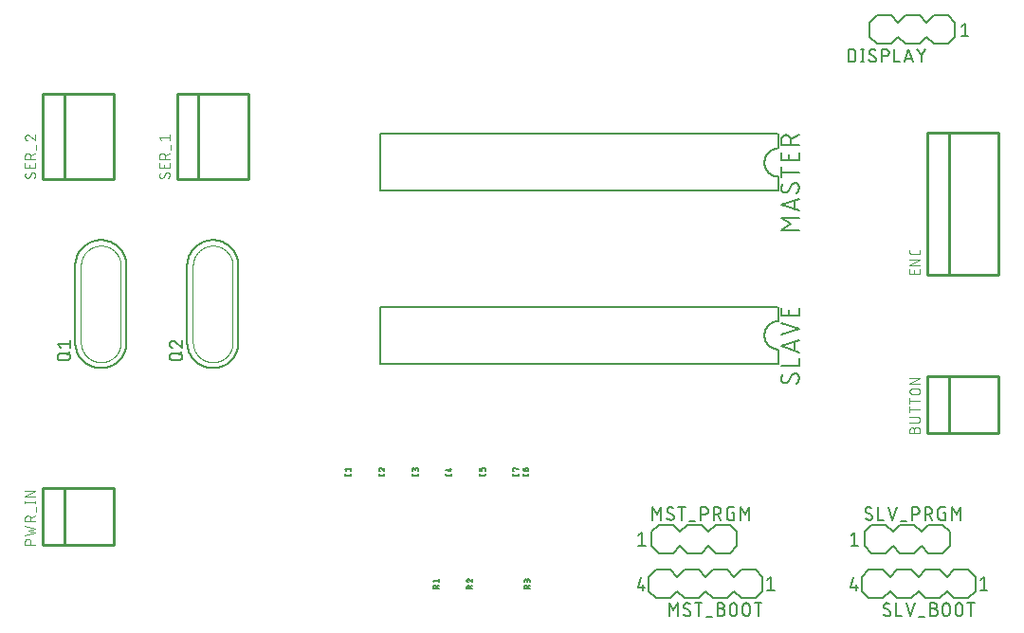
<source format=gbr>
G04 EAGLE Gerber RS-274X export*
G75*
%MOMM*%
%FSLAX34Y34*%
%LPD*%
%INSilkscreen Top*%
%IPPOS*%
%AMOC8*
5,1,8,0,0,1.08239X$1,22.5*%
G01*
%ADD10C,0.127000*%
%ADD11C,0.152400*%
%ADD12C,0.177800*%
%ADD13C,0.050800*%
%ADD14C,0.254000*%
%ADD15C,0.101600*%


D10*
X353081Y178504D02*
X353081Y177432D01*
X353079Y177367D01*
X353073Y177303D01*
X353063Y177239D01*
X353050Y177175D01*
X353032Y177113D01*
X353011Y177052D01*
X352987Y176992D01*
X352958Y176934D01*
X352926Y176877D01*
X352891Y176823D01*
X352853Y176771D01*
X352811Y176721D01*
X352767Y176674D01*
X352720Y176630D01*
X352670Y176588D01*
X352618Y176550D01*
X352564Y176515D01*
X352507Y176483D01*
X352449Y176454D01*
X352389Y176430D01*
X352328Y176409D01*
X352266Y176391D01*
X352202Y176378D01*
X352138Y176368D01*
X352074Y176362D01*
X352009Y176360D01*
X352009Y176359D02*
X349327Y176359D01*
X349262Y176361D01*
X349198Y176367D01*
X349134Y176377D01*
X349070Y176390D01*
X349008Y176408D01*
X348947Y176429D01*
X348887Y176454D01*
X348828Y176482D01*
X348772Y176514D01*
X348717Y176549D01*
X348665Y176587D01*
X348615Y176629D01*
X348568Y176673D01*
X348524Y176720D01*
X348482Y176770D01*
X348444Y176822D01*
X348409Y176877D01*
X348377Y176933D01*
X348349Y176992D01*
X348324Y177051D01*
X348303Y177113D01*
X348285Y177175D01*
X348272Y177239D01*
X348262Y177303D01*
X348256Y177367D01*
X348254Y177432D01*
X348255Y177432D02*
X348255Y178504D01*
X349327Y180960D02*
X348255Y182300D01*
X353081Y182300D01*
X353081Y180960D02*
X353081Y183641D01*
X383081Y178504D02*
X383081Y177432D01*
X383079Y177367D01*
X383073Y177303D01*
X383063Y177239D01*
X383050Y177175D01*
X383032Y177113D01*
X383011Y177052D01*
X382987Y176992D01*
X382958Y176934D01*
X382926Y176877D01*
X382891Y176823D01*
X382853Y176771D01*
X382811Y176721D01*
X382767Y176674D01*
X382720Y176630D01*
X382670Y176588D01*
X382618Y176550D01*
X382564Y176515D01*
X382507Y176483D01*
X382449Y176454D01*
X382389Y176430D01*
X382328Y176409D01*
X382266Y176391D01*
X382202Y176378D01*
X382138Y176368D01*
X382074Y176362D01*
X382009Y176360D01*
X382009Y176359D02*
X379327Y176359D01*
X379262Y176361D01*
X379198Y176367D01*
X379134Y176377D01*
X379070Y176390D01*
X379008Y176408D01*
X378947Y176429D01*
X378887Y176454D01*
X378828Y176482D01*
X378772Y176514D01*
X378717Y176549D01*
X378665Y176587D01*
X378615Y176629D01*
X378568Y176673D01*
X378524Y176720D01*
X378482Y176770D01*
X378444Y176822D01*
X378409Y176877D01*
X378377Y176933D01*
X378349Y176992D01*
X378324Y177051D01*
X378303Y177113D01*
X378285Y177175D01*
X378272Y177239D01*
X378262Y177303D01*
X378256Y177367D01*
X378254Y177432D01*
X378255Y177432D02*
X378255Y178504D01*
X378255Y182434D02*
X378257Y182502D01*
X378263Y182569D01*
X378272Y182636D01*
X378285Y182703D01*
X378302Y182768D01*
X378323Y182833D01*
X378347Y182896D01*
X378375Y182958D01*
X378406Y183018D01*
X378440Y183076D01*
X378478Y183132D01*
X378518Y183187D01*
X378562Y183238D01*
X378609Y183287D01*
X378658Y183334D01*
X378709Y183378D01*
X378764Y183418D01*
X378820Y183456D01*
X378878Y183490D01*
X378938Y183521D01*
X379000Y183549D01*
X379063Y183573D01*
X379128Y183594D01*
X379193Y183611D01*
X379260Y183624D01*
X379327Y183633D01*
X379394Y183639D01*
X379462Y183641D01*
X378255Y182434D02*
X378257Y182356D01*
X378263Y182278D01*
X378273Y182201D01*
X378286Y182124D01*
X378304Y182048D01*
X378325Y181973D01*
X378350Y181899D01*
X378379Y181827D01*
X378411Y181756D01*
X378447Y181687D01*
X378486Y181619D01*
X378529Y181554D01*
X378575Y181491D01*
X378624Y181430D01*
X378676Y181372D01*
X378731Y181317D01*
X378788Y181264D01*
X378848Y181215D01*
X378911Y181168D01*
X378976Y181125D01*
X379042Y181085D01*
X379111Y181048D01*
X379182Y181015D01*
X379254Y180985D01*
X379328Y180959D01*
X380400Y183239D02*
X380351Y183288D01*
X380299Y183335D01*
X380244Y183378D01*
X380187Y183419D01*
X380128Y183457D01*
X380067Y183491D01*
X380004Y183522D01*
X379940Y183550D01*
X379874Y183574D01*
X379808Y183594D01*
X379740Y183611D01*
X379671Y183624D01*
X379602Y183633D01*
X379532Y183639D01*
X379462Y183641D01*
X380400Y183239D02*
X383081Y180960D01*
X383081Y183641D01*
X413081Y178504D02*
X413081Y177432D01*
X413079Y177367D01*
X413073Y177303D01*
X413063Y177239D01*
X413050Y177175D01*
X413032Y177113D01*
X413011Y177052D01*
X412987Y176992D01*
X412958Y176934D01*
X412926Y176877D01*
X412891Y176823D01*
X412853Y176771D01*
X412811Y176721D01*
X412767Y176674D01*
X412720Y176630D01*
X412670Y176588D01*
X412618Y176550D01*
X412564Y176515D01*
X412507Y176483D01*
X412449Y176454D01*
X412389Y176430D01*
X412328Y176409D01*
X412266Y176391D01*
X412202Y176378D01*
X412138Y176368D01*
X412074Y176362D01*
X412009Y176360D01*
X412009Y176359D02*
X409327Y176359D01*
X409262Y176361D01*
X409198Y176367D01*
X409134Y176377D01*
X409070Y176390D01*
X409008Y176408D01*
X408947Y176429D01*
X408887Y176454D01*
X408828Y176482D01*
X408772Y176514D01*
X408717Y176549D01*
X408665Y176587D01*
X408615Y176629D01*
X408568Y176673D01*
X408524Y176720D01*
X408482Y176770D01*
X408444Y176822D01*
X408409Y176877D01*
X408377Y176933D01*
X408349Y176992D01*
X408324Y177051D01*
X408303Y177113D01*
X408285Y177175D01*
X408272Y177239D01*
X408262Y177303D01*
X408256Y177367D01*
X408254Y177432D01*
X408255Y177432D02*
X408255Y178504D01*
X413081Y180960D02*
X413081Y182300D01*
X413079Y182371D01*
X413073Y182443D01*
X413064Y182513D01*
X413051Y182583D01*
X413034Y182653D01*
X413013Y182721D01*
X412989Y182788D01*
X412961Y182854D01*
X412930Y182918D01*
X412895Y182981D01*
X412857Y183041D01*
X412816Y183100D01*
X412772Y183156D01*
X412725Y183210D01*
X412676Y183261D01*
X412623Y183309D01*
X412568Y183355D01*
X412511Y183397D01*
X412451Y183437D01*
X412390Y183473D01*
X412326Y183506D01*
X412261Y183535D01*
X412195Y183561D01*
X412127Y183584D01*
X412058Y183603D01*
X411988Y183618D01*
X411918Y183629D01*
X411847Y183637D01*
X411776Y183641D01*
X411704Y183641D01*
X411633Y183637D01*
X411562Y183629D01*
X411492Y183618D01*
X411422Y183603D01*
X411353Y183584D01*
X411285Y183561D01*
X411219Y183535D01*
X411154Y183506D01*
X411090Y183473D01*
X411029Y183437D01*
X410969Y183397D01*
X410912Y183355D01*
X410857Y183309D01*
X410804Y183261D01*
X410755Y183210D01*
X410708Y183156D01*
X410664Y183100D01*
X410623Y183041D01*
X410585Y182981D01*
X410550Y182918D01*
X410519Y182854D01*
X410491Y182788D01*
X410467Y182721D01*
X410446Y182653D01*
X410429Y182583D01*
X410416Y182513D01*
X410407Y182443D01*
X410401Y182371D01*
X410399Y182300D01*
X408255Y182568D02*
X408255Y180960D01*
X408255Y182568D02*
X408257Y182633D01*
X408263Y182697D01*
X408273Y182761D01*
X408286Y182825D01*
X408304Y182887D01*
X408325Y182948D01*
X408349Y183008D01*
X408378Y183066D01*
X408410Y183123D01*
X408445Y183177D01*
X408483Y183229D01*
X408525Y183279D01*
X408569Y183326D01*
X408616Y183370D01*
X408666Y183412D01*
X408718Y183450D01*
X408772Y183485D01*
X408829Y183517D01*
X408887Y183546D01*
X408947Y183570D01*
X409008Y183591D01*
X409070Y183609D01*
X409134Y183622D01*
X409198Y183632D01*
X409262Y183638D01*
X409327Y183640D01*
X409392Y183638D01*
X409456Y183632D01*
X409520Y183622D01*
X409584Y183609D01*
X409646Y183591D01*
X409707Y183570D01*
X409767Y183546D01*
X409825Y183517D01*
X409882Y183485D01*
X409936Y183450D01*
X409988Y183412D01*
X410038Y183370D01*
X410085Y183326D01*
X410129Y183279D01*
X410171Y183229D01*
X410209Y183177D01*
X410244Y183123D01*
X410276Y183066D01*
X410305Y183008D01*
X410329Y182948D01*
X410350Y182887D01*
X410368Y182825D01*
X410381Y182761D01*
X410391Y182697D01*
X410397Y182633D01*
X410399Y182568D01*
X410400Y182568D02*
X410400Y181496D01*
X443081Y178504D02*
X443081Y177432D01*
X443079Y177367D01*
X443073Y177303D01*
X443063Y177239D01*
X443050Y177175D01*
X443032Y177113D01*
X443011Y177052D01*
X442987Y176992D01*
X442958Y176934D01*
X442926Y176877D01*
X442891Y176823D01*
X442853Y176771D01*
X442811Y176721D01*
X442767Y176674D01*
X442720Y176630D01*
X442670Y176588D01*
X442618Y176550D01*
X442564Y176515D01*
X442507Y176483D01*
X442449Y176454D01*
X442389Y176430D01*
X442328Y176409D01*
X442266Y176391D01*
X442202Y176378D01*
X442138Y176368D01*
X442074Y176362D01*
X442009Y176360D01*
X442009Y176359D02*
X439327Y176359D01*
X439262Y176361D01*
X439198Y176367D01*
X439134Y176377D01*
X439070Y176390D01*
X439008Y176408D01*
X438947Y176429D01*
X438887Y176454D01*
X438828Y176482D01*
X438772Y176514D01*
X438717Y176549D01*
X438665Y176587D01*
X438615Y176629D01*
X438568Y176673D01*
X438524Y176720D01*
X438482Y176770D01*
X438444Y176822D01*
X438409Y176877D01*
X438377Y176933D01*
X438349Y176992D01*
X438324Y177051D01*
X438303Y177113D01*
X438285Y177175D01*
X438272Y177239D01*
X438262Y177303D01*
X438256Y177367D01*
X438254Y177432D01*
X438255Y177432D02*
X438255Y178504D01*
X438255Y182032D02*
X442009Y180960D01*
X442009Y183641D01*
X440936Y182837D02*
X443081Y182837D01*
X473081Y178504D02*
X473081Y177432D01*
X473079Y177367D01*
X473073Y177303D01*
X473063Y177239D01*
X473050Y177175D01*
X473032Y177113D01*
X473011Y177052D01*
X472987Y176992D01*
X472958Y176934D01*
X472926Y176877D01*
X472891Y176823D01*
X472853Y176771D01*
X472811Y176721D01*
X472767Y176674D01*
X472720Y176630D01*
X472670Y176588D01*
X472618Y176550D01*
X472564Y176515D01*
X472507Y176483D01*
X472449Y176454D01*
X472389Y176430D01*
X472328Y176409D01*
X472266Y176391D01*
X472202Y176378D01*
X472138Y176368D01*
X472074Y176362D01*
X472009Y176360D01*
X472009Y176359D02*
X469327Y176359D01*
X469262Y176361D01*
X469198Y176367D01*
X469134Y176377D01*
X469070Y176390D01*
X469008Y176408D01*
X468947Y176429D01*
X468887Y176454D01*
X468828Y176482D01*
X468772Y176514D01*
X468717Y176549D01*
X468665Y176587D01*
X468615Y176629D01*
X468568Y176673D01*
X468524Y176720D01*
X468482Y176770D01*
X468444Y176822D01*
X468409Y176877D01*
X468377Y176933D01*
X468349Y176992D01*
X468324Y177051D01*
X468303Y177113D01*
X468285Y177175D01*
X468272Y177239D01*
X468262Y177303D01*
X468256Y177367D01*
X468254Y177432D01*
X468255Y177432D02*
X468255Y178504D01*
X473081Y180960D02*
X473081Y182568D01*
X473079Y182633D01*
X473073Y182697D01*
X473063Y182761D01*
X473050Y182825D01*
X473032Y182887D01*
X473011Y182948D01*
X472987Y183008D01*
X472958Y183066D01*
X472926Y183123D01*
X472891Y183177D01*
X472853Y183229D01*
X472811Y183279D01*
X472767Y183326D01*
X472720Y183370D01*
X472670Y183412D01*
X472618Y183450D01*
X472564Y183485D01*
X472507Y183517D01*
X472449Y183546D01*
X472389Y183570D01*
X472328Y183591D01*
X472266Y183609D01*
X472202Y183622D01*
X472138Y183632D01*
X472074Y183638D01*
X472009Y183640D01*
X472009Y183641D02*
X471472Y183641D01*
X471472Y183640D02*
X471407Y183638D01*
X471343Y183632D01*
X471279Y183622D01*
X471215Y183609D01*
X471153Y183591D01*
X471092Y183570D01*
X471032Y183546D01*
X470974Y183517D01*
X470917Y183485D01*
X470863Y183450D01*
X470811Y183412D01*
X470761Y183370D01*
X470714Y183326D01*
X470670Y183279D01*
X470628Y183229D01*
X470590Y183177D01*
X470555Y183123D01*
X470523Y183066D01*
X470494Y183008D01*
X470470Y182948D01*
X470449Y182887D01*
X470431Y182825D01*
X470418Y182761D01*
X470408Y182697D01*
X470402Y182633D01*
X470400Y182568D01*
X470400Y180960D01*
X468255Y180960D01*
X468255Y183641D01*
X511745Y178504D02*
X511745Y177432D01*
X511743Y177367D01*
X511737Y177303D01*
X511727Y177239D01*
X511714Y177175D01*
X511696Y177113D01*
X511675Y177052D01*
X511651Y176992D01*
X511622Y176934D01*
X511590Y176877D01*
X511555Y176823D01*
X511517Y176771D01*
X511475Y176721D01*
X511431Y176674D01*
X511384Y176630D01*
X511334Y176588D01*
X511282Y176550D01*
X511228Y176515D01*
X511171Y176483D01*
X511113Y176454D01*
X511053Y176430D01*
X510992Y176409D01*
X510930Y176391D01*
X510866Y176378D01*
X510802Y176368D01*
X510738Y176362D01*
X510673Y176360D01*
X510673Y176359D02*
X507991Y176359D01*
X507926Y176361D01*
X507862Y176367D01*
X507798Y176377D01*
X507734Y176390D01*
X507672Y176408D01*
X507611Y176429D01*
X507551Y176454D01*
X507492Y176482D01*
X507436Y176514D01*
X507381Y176549D01*
X507329Y176587D01*
X507279Y176629D01*
X507232Y176673D01*
X507188Y176720D01*
X507146Y176770D01*
X507108Y176822D01*
X507073Y176877D01*
X507041Y176933D01*
X507013Y176992D01*
X506988Y177051D01*
X506967Y177113D01*
X506949Y177175D01*
X506936Y177239D01*
X506926Y177303D01*
X506920Y177367D01*
X506918Y177432D01*
X506919Y177432D02*
X506919Y178504D01*
X509064Y180960D02*
X509064Y182568D01*
X509066Y182633D01*
X509072Y182697D01*
X509082Y182761D01*
X509095Y182825D01*
X509113Y182887D01*
X509134Y182948D01*
X509158Y183008D01*
X509187Y183066D01*
X509219Y183123D01*
X509254Y183177D01*
X509292Y183229D01*
X509334Y183279D01*
X509378Y183326D01*
X509425Y183370D01*
X509475Y183412D01*
X509527Y183450D01*
X509581Y183485D01*
X509638Y183517D01*
X509696Y183546D01*
X509756Y183570D01*
X509817Y183591D01*
X509879Y183609D01*
X509943Y183622D01*
X510007Y183632D01*
X510071Y183638D01*
X510136Y183640D01*
X510136Y183641D02*
X510404Y183641D01*
X510475Y183639D01*
X510547Y183633D01*
X510617Y183624D01*
X510687Y183611D01*
X510757Y183594D01*
X510825Y183573D01*
X510892Y183549D01*
X510958Y183521D01*
X511022Y183490D01*
X511085Y183455D01*
X511145Y183417D01*
X511204Y183376D01*
X511260Y183332D01*
X511314Y183285D01*
X511365Y183236D01*
X511413Y183183D01*
X511459Y183128D01*
X511501Y183071D01*
X511541Y183011D01*
X511577Y182950D01*
X511610Y182886D01*
X511639Y182821D01*
X511665Y182755D01*
X511688Y182687D01*
X511707Y182618D01*
X511722Y182548D01*
X511733Y182478D01*
X511741Y182407D01*
X511745Y182336D01*
X511745Y182264D01*
X511741Y182193D01*
X511733Y182122D01*
X511722Y182052D01*
X511707Y181982D01*
X511688Y181913D01*
X511665Y181845D01*
X511639Y181779D01*
X511610Y181714D01*
X511577Y181650D01*
X511541Y181589D01*
X511501Y181529D01*
X511459Y181472D01*
X511413Y181417D01*
X511365Y181364D01*
X511314Y181315D01*
X511260Y181268D01*
X511204Y181224D01*
X511145Y181183D01*
X511085Y181145D01*
X511022Y181110D01*
X510958Y181079D01*
X510892Y181051D01*
X510825Y181027D01*
X510757Y181006D01*
X510687Y180989D01*
X510617Y180976D01*
X510547Y180967D01*
X510475Y180961D01*
X510404Y180959D01*
X510404Y180960D02*
X509064Y180960D01*
X508973Y180962D01*
X508882Y180968D01*
X508792Y180977D01*
X508701Y180991D01*
X508612Y181008D01*
X508524Y181029D01*
X508436Y181054D01*
X508349Y181083D01*
X508264Y181115D01*
X508180Y181150D01*
X508098Y181190D01*
X508018Y181232D01*
X507939Y181278D01*
X507863Y181328D01*
X507789Y181380D01*
X507716Y181436D01*
X507647Y181495D01*
X507580Y181556D01*
X507515Y181621D01*
X507454Y181688D01*
X507395Y181757D01*
X507339Y181829D01*
X507287Y181904D01*
X507237Y181980D01*
X507191Y182059D01*
X507149Y182139D01*
X507109Y182221D01*
X507074Y182305D01*
X507042Y182390D01*
X507013Y182477D01*
X506988Y182564D01*
X506967Y182653D01*
X506950Y182742D01*
X506936Y182832D01*
X506927Y182923D01*
X506921Y183014D01*
X506919Y183105D01*
D11*
X735300Y469200D02*
X735300Y481900D01*
X735300Y469200D02*
X734991Y469196D01*
X734682Y469185D01*
X734373Y469166D01*
X734065Y469140D01*
X733757Y469106D01*
X733451Y469065D01*
X733145Y469016D01*
X732841Y468960D01*
X732539Y468896D01*
X732238Y468825D01*
X731938Y468747D01*
X731641Y468662D01*
X731346Y468569D01*
X731053Y468469D01*
X730763Y468362D01*
X730476Y468248D01*
X730191Y468127D01*
X729909Y467999D01*
X729631Y467865D01*
X729356Y467723D01*
X729084Y467575D01*
X728817Y467420D01*
X728553Y467259D01*
X728293Y467092D01*
X728037Y466918D01*
X727785Y466738D01*
X727538Y466552D01*
X727296Y466360D01*
X727058Y466162D01*
X726825Y465959D01*
X726597Y465749D01*
X726375Y465535D01*
X726157Y465315D01*
X725945Y465089D01*
X725739Y464859D01*
X725538Y464624D01*
X725343Y464384D01*
X725154Y464139D01*
X724971Y463890D01*
X724794Y463636D01*
X724624Y463378D01*
X724459Y463116D01*
X724301Y462850D01*
X724150Y462580D01*
X724005Y462307D01*
X723867Y462030D01*
X723736Y461750D01*
X723612Y461467D01*
X723494Y461181D01*
X723384Y460892D01*
X723280Y460601D01*
X723184Y460307D01*
X723095Y460011D01*
X723013Y459712D01*
X722938Y459412D01*
X722871Y459110D01*
X722811Y458807D01*
X722759Y458502D01*
X722714Y458196D01*
X722676Y457889D01*
X722646Y457581D01*
X722624Y457273D01*
X722608Y456964D01*
X722601Y456655D01*
X722601Y456345D01*
X722608Y456036D01*
X722624Y455727D01*
X722646Y455419D01*
X722676Y455111D01*
X722714Y454804D01*
X722759Y454498D01*
X722811Y454193D01*
X722871Y453890D01*
X722938Y453588D01*
X723013Y453288D01*
X723095Y452989D01*
X723184Y452693D01*
X723280Y452399D01*
X723384Y452108D01*
X723494Y451819D01*
X723612Y451533D01*
X723736Y451250D01*
X723867Y450970D01*
X724005Y450693D01*
X724150Y450420D01*
X724301Y450150D01*
X724459Y449884D01*
X724624Y449622D01*
X724794Y449364D01*
X724971Y449110D01*
X725154Y448861D01*
X725343Y448616D01*
X725538Y448376D01*
X725739Y448141D01*
X725945Y447911D01*
X726157Y447685D01*
X726375Y447465D01*
X726597Y447251D01*
X726825Y447041D01*
X727058Y446838D01*
X727296Y446640D01*
X727538Y446448D01*
X727785Y446262D01*
X728037Y446082D01*
X728293Y445908D01*
X728553Y445741D01*
X728817Y445580D01*
X729084Y445425D01*
X729356Y445277D01*
X729631Y445135D01*
X729909Y445001D01*
X730191Y444873D01*
X730476Y444752D01*
X730763Y444638D01*
X731053Y444531D01*
X731346Y444431D01*
X731641Y444338D01*
X731938Y444253D01*
X732238Y444175D01*
X732539Y444104D01*
X732841Y444040D01*
X733145Y443984D01*
X733451Y443935D01*
X733757Y443894D01*
X734065Y443860D01*
X734373Y443834D01*
X734682Y443815D01*
X734991Y443804D01*
X735300Y443800D01*
X379700Y431100D02*
X379700Y481900D01*
X735300Y443800D02*
X735300Y431100D01*
X379700Y431100D01*
X379700Y481900D02*
X734030Y481900D01*
D12*
X737459Y396101D02*
X753461Y396101D01*
X746349Y401435D02*
X737459Y396101D01*
X746349Y401435D02*
X737459Y406769D01*
X753461Y406769D01*
X753461Y413296D02*
X737459Y418630D01*
X753461Y423964D01*
X749461Y422630D02*
X749461Y414629D01*
X753461Y434629D02*
X753459Y434745D01*
X753453Y434862D01*
X753444Y434978D01*
X753431Y435093D01*
X753414Y435208D01*
X753393Y435323D01*
X753368Y435436D01*
X753340Y435549D01*
X753308Y435661D01*
X753272Y435772D01*
X753233Y435882D01*
X753190Y435990D01*
X753144Y436097D01*
X753094Y436202D01*
X753041Y436305D01*
X752985Y436407D01*
X752925Y436507D01*
X752862Y436605D01*
X752795Y436700D01*
X752726Y436794D01*
X752654Y436885D01*
X752579Y436974D01*
X752500Y437060D01*
X752419Y437143D01*
X752336Y437224D01*
X752250Y437303D01*
X752161Y437378D01*
X752070Y437450D01*
X751976Y437519D01*
X751881Y437586D01*
X751783Y437649D01*
X751683Y437709D01*
X751581Y437765D01*
X751478Y437818D01*
X751373Y437868D01*
X751266Y437914D01*
X751158Y437957D01*
X751048Y437996D01*
X750937Y438032D01*
X750825Y438064D01*
X750712Y438092D01*
X750599Y438117D01*
X750484Y438138D01*
X750369Y438155D01*
X750254Y438168D01*
X750138Y438177D01*
X750021Y438183D01*
X749905Y438185D01*
X753461Y434629D02*
X753459Y434449D01*
X753452Y434270D01*
X753442Y434090D01*
X753427Y433911D01*
X753407Y433732D01*
X753384Y433554D01*
X753356Y433377D01*
X753324Y433200D01*
X753288Y433024D01*
X753247Y432849D01*
X753202Y432675D01*
X753153Y432502D01*
X753101Y432330D01*
X753043Y432159D01*
X752982Y431990D01*
X752917Y431823D01*
X752848Y431657D01*
X752775Y431493D01*
X752698Y431330D01*
X752617Y431170D01*
X752533Y431011D01*
X752444Y430855D01*
X752352Y430701D01*
X752256Y430549D01*
X752157Y430399D01*
X752054Y430251D01*
X751947Y430107D01*
X751837Y429964D01*
X751724Y429825D01*
X751607Y429688D01*
X751488Y429554D01*
X751365Y429423D01*
X751239Y429295D01*
X741015Y429739D02*
X740899Y429741D01*
X740782Y429747D01*
X740666Y429756D01*
X740551Y429769D01*
X740436Y429786D01*
X740321Y429807D01*
X740208Y429832D01*
X740095Y429860D01*
X739983Y429892D01*
X739872Y429928D01*
X739762Y429967D01*
X739654Y430010D01*
X739547Y430056D01*
X739442Y430106D01*
X739339Y430159D01*
X739237Y430215D01*
X739137Y430275D01*
X739039Y430338D01*
X738944Y430405D01*
X738850Y430474D01*
X738759Y430546D01*
X738670Y430621D01*
X738584Y430700D01*
X738501Y430781D01*
X738420Y430864D01*
X738341Y430950D01*
X738266Y431039D01*
X738194Y431130D01*
X738125Y431224D01*
X738058Y431319D01*
X737995Y431417D01*
X737935Y431517D01*
X737879Y431619D01*
X737826Y431722D01*
X737776Y431827D01*
X737730Y431934D01*
X737687Y432042D01*
X737648Y432152D01*
X737612Y432263D01*
X737580Y432375D01*
X737552Y432488D01*
X737527Y432601D01*
X737506Y432716D01*
X737489Y432831D01*
X737476Y432946D01*
X737467Y433062D01*
X737461Y433179D01*
X737459Y433295D01*
X737461Y433454D01*
X737467Y433613D01*
X737476Y433771D01*
X737489Y433930D01*
X737506Y434088D01*
X737527Y434245D01*
X737552Y434402D01*
X737580Y434559D01*
X737612Y434714D01*
X737647Y434869D01*
X737687Y435023D01*
X737730Y435176D01*
X737777Y435328D01*
X737827Y435479D01*
X737881Y435628D01*
X737938Y435777D01*
X737999Y435923D01*
X738063Y436069D01*
X738131Y436212D01*
X738202Y436354D01*
X738277Y436495D01*
X738355Y436633D01*
X738436Y436770D01*
X738520Y436904D01*
X738608Y437037D01*
X738699Y437168D01*
X738793Y437296D01*
X744127Y431517D02*
X744066Y431417D01*
X744001Y431319D01*
X743934Y431223D01*
X743863Y431130D01*
X743790Y431039D01*
X743713Y430950D01*
X743634Y430864D01*
X743552Y430780D01*
X743467Y430699D01*
X743380Y430621D01*
X743290Y430546D01*
X743198Y430473D01*
X743103Y430404D01*
X743007Y430338D01*
X742908Y430275D01*
X742807Y430215D01*
X742704Y430158D01*
X742600Y430105D01*
X742494Y430056D01*
X742386Y430009D01*
X742277Y429967D01*
X742167Y429927D01*
X742055Y429892D01*
X741942Y429860D01*
X741828Y429832D01*
X741714Y429807D01*
X741598Y429786D01*
X741482Y429769D01*
X741366Y429756D01*
X741249Y429747D01*
X741132Y429741D01*
X741015Y429739D01*
X746793Y436407D02*
X746854Y436507D01*
X746919Y436605D01*
X746986Y436701D01*
X747057Y436794D01*
X747130Y436885D01*
X747207Y436974D01*
X747286Y437060D01*
X747368Y437144D01*
X747453Y437225D01*
X747540Y437303D01*
X747630Y437378D01*
X747722Y437451D01*
X747817Y437520D01*
X747913Y437586D01*
X748012Y437649D01*
X748113Y437709D01*
X748216Y437766D01*
X748320Y437819D01*
X748426Y437868D01*
X748534Y437915D01*
X748643Y437957D01*
X748753Y437997D01*
X748865Y438032D01*
X748978Y438064D01*
X749092Y438092D01*
X749206Y438117D01*
X749322Y438138D01*
X749438Y438155D01*
X749554Y438168D01*
X749671Y438177D01*
X749788Y438183D01*
X749905Y438185D01*
X746794Y436407D02*
X744127Y431517D01*
X737459Y447808D02*
X753461Y447808D01*
X737459Y443363D02*
X737459Y452253D01*
X753461Y458506D02*
X753461Y465618D01*
X753461Y458506D02*
X737459Y458506D01*
X737459Y465618D01*
X744571Y463840D02*
X744571Y458506D01*
X737459Y472121D02*
X753461Y472121D01*
X737459Y472121D02*
X737459Y476566D01*
X737461Y476698D01*
X737467Y476829D01*
X737477Y476961D01*
X737490Y477092D01*
X737508Y477222D01*
X737529Y477352D01*
X737554Y477482D01*
X737583Y477610D01*
X737616Y477738D01*
X737653Y477864D01*
X737693Y477990D01*
X737737Y478114D01*
X737785Y478237D01*
X737836Y478358D01*
X737891Y478478D01*
X737949Y478596D01*
X738011Y478712D01*
X738077Y478826D01*
X738145Y478939D01*
X738217Y479049D01*
X738292Y479157D01*
X738371Y479263D01*
X738452Y479367D01*
X738537Y479468D01*
X738624Y479566D01*
X738715Y479662D01*
X738808Y479755D01*
X738904Y479846D01*
X739002Y479933D01*
X739103Y480018D01*
X739207Y480099D01*
X739313Y480178D01*
X739421Y480253D01*
X739531Y480325D01*
X739644Y480393D01*
X739758Y480459D01*
X739874Y480521D01*
X739992Y480579D01*
X740112Y480634D01*
X740233Y480685D01*
X740356Y480733D01*
X740480Y480777D01*
X740606Y480817D01*
X740732Y480854D01*
X740860Y480887D01*
X740988Y480916D01*
X741118Y480941D01*
X741248Y480962D01*
X741378Y480980D01*
X741509Y480993D01*
X741641Y481003D01*
X741772Y481009D01*
X741904Y481011D01*
X742036Y481009D01*
X742167Y481003D01*
X742299Y480993D01*
X742430Y480980D01*
X742560Y480962D01*
X742690Y480941D01*
X742820Y480916D01*
X742948Y480887D01*
X743076Y480854D01*
X743202Y480817D01*
X743328Y480777D01*
X743452Y480733D01*
X743575Y480685D01*
X743696Y480634D01*
X743816Y480579D01*
X743934Y480521D01*
X744050Y480459D01*
X744164Y480393D01*
X744277Y480325D01*
X744387Y480253D01*
X744495Y480178D01*
X744601Y480099D01*
X744705Y480018D01*
X744806Y479933D01*
X744904Y479846D01*
X745000Y479755D01*
X745093Y479662D01*
X745184Y479566D01*
X745271Y479468D01*
X745356Y479367D01*
X745437Y479263D01*
X745516Y479157D01*
X745591Y479049D01*
X745663Y478939D01*
X745731Y478826D01*
X745797Y478712D01*
X745859Y478596D01*
X745917Y478478D01*
X745972Y478358D01*
X746023Y478237D01*
X746071Y478114D01*
X746115Y477990D01*
X746155Y477864D01*
X746192Y477738D01*
X746225Y477610D01*
X746254Y477482D01*
X746279Y477352D01*
X746300Y477222D01*
X746318Y477092D01*
X746331Y476961D01*
X746341Y476829D01*
X746347Y476698D01*
X746349Y476566D01*
X746349Y472121D01*
X746349Y477455D02*
X753461Y481011D01*
D11*
X735300Y327600D02*
X735300Y314900D01*
X734991Y314896D01*
X734682Y314885D01*
X734373Y314866D01*
X734065Y314840D01*
X733757Y314806D01*
X733451Y314765D01*
X733145Y314716D01*
X732841Y314660D01*
X732539Y314596D01*
X732238Y314525D01*
X731938Y314447D01*
X731641Y314362D01*
X731346Y314269D01*
X731053Y314169D01*
X730763Y314062D01*
X730476Y313948D01*
X730191Y313827D01*
X729909Y313699D01*
X729631Y313565D01*
X729356Y313423D01*
X729084Y313275D01*
X728817Y313120D01*
X728553Y312959D01*
X728293Y312792D01*
X728037Y312618D01*
X727785Y312438D01*
X727538Y312252D01*
X727296Y312060D01*
X727058Y311862D01*
X726825Y311659D01*
X726597Y311449D01*
X726375Y311235D01*
X726157Y311015D01*
X725945Y310789D01*
X725739Y310559D01*
X725538Y310324D01*
X725343Y310084D01*
X725154Y309839D01*
X724971Y309590D01*
X724794Y309336D01*
X724624Y309078D01*
X724459Y308816D01*
X724301Y308550D01*
X724150Y308280D01*
X724005Y308007D01*
X723867Y307730D01*
X723736Y307450D01*
X723612Y307167D01*
X723494Y306881D01*
X723384Y306592D01*
X723280Y306301D01*
X723184Y306007D01*
X723095Y305711D01*
X723013Y305412D01*
X722938Y305112D01*
X722871Y304810D01*
X722811Y304507D01*
X722759Y304202D01*
X722714Y303896D01*
X722676Y303589D01*
X722646Y303281D01*
X722624Y302973D01*
X722608Y302664D01*
X722601Y302355D01*
X722601Y302045D01*
X722608Y301736D01*
X722624Y301427D01*
X722646Y301119D01*
X722676Y300811D01*
X722714Y300504D01*
X722759Y300198D01*
X722811Y299893D01*
X722871Y299590D01*
X722938Y299288D01*
X723013Y298988D01*
X723095Y298689D01*
X723184Y298393D01*
X723280Y298099D01*
X723384Y297808D01*
X723494Y297519D01*
X723612Y297233D01*
X723736Y296950D01*
X723867Y296670D01*
X724005Y296393D01*
X724150Y296120D01*
X724301Y295850D01*
X724459Y295584D01*
X724624Y295322D01*
X724794Y295064D01*
X724971Y294810D01*
X725154Y294561D01*
X725343Y294316D01*
X725538Y294076D01*
X725739Y293841D01*
X725945Y293611D01*
X726157Y293385D01*
X726375Y293165D01*
X726597Y292951D01*
X726825Y292741D01*
X727058Y292538D01*
X727296Y292340D01*
X727538Y292148D01*
X727785Y291962D01*
X728037Y291782D01*
X728293Y291608D01*
X728553Y291441D01*
X728817Y291280D01*
X729084Y291125D01*
X729356Y290977D01*
X729631Y290835D01*
X729909Y290701D01*
X730191Y290573D01*
X730476Y290452D01*
X730763Y290338D01*
X731053Y290231D01*
X731346Y290131D01*
X731641Y290038D01*
X731938Y289953D01*
X732238Y289875D01*
X732539Y289804D01*
X732841Y289740D01*
X733145Y289684D01*
X733451Y289635D01*
X733757Y289594D01*
X734065Y289560D01*
X734373Y289534D01*
X734682Y289515D01*
X734991Y289504D01*
X735300Y289500D01*
X379700Y276800D02*
X379700Y327600D01*
X735300Y289500D02*
X735300Y276800D01*
X379700Y276800D01*
X379700Y327600D02*
X734030Y327600D01*
D12*
X749905Y268015D02*
X750021Y268013D01*
X750138Y268007D01*
X750254Y267998D01*
X750369Y267985D01*
X750484Y267968D01*
X750599Y267947D01*
X750712Y267922D01*
X750825Y267894D01*
X750937Y267862D01*
X751048Y267826D01*
X751158Y267787D01*
X751266Y267744D01*
X751373Y267698D01*
X751478Y267648D01*
X751581Y267595D01*
X751683Y267539D01*
X751783Y267479D01*
X751881Y267416D01*
X751976Y267349D01*
X752070Y267280D01*
X752161Y267208D01*
X752250Y267133D01*
X752336Y267054D01*
X752419Y266973D01*
X752500Y266890D01*
X752579Y266804D01*
X752654Y266715D01*
X752726Y266624D01*
X752795Y266530D01*
X752862Y266435D01*
X752925Y266337D01*
X752985Y266237D01*
X753041Y266135D01*
X753094Y266032D01*
X753144Y265927D01*
X753190Y265820D01*
X753233Y265712D01*
X753272Y265602D01*
X753308Y265491D01*
X753340Y265379D01*
X753368Y265266D01*
X753393Y265153D01*
X753414Y265038D01*
X753431Y264923D01*
X753444Y264808D01*
X753453Y264692D01*
X753459Y264575D01*
X753461Y264459D01*
X753459Y264279D01*
X753452Y264100D01*
X753442Y263920D01*
X753427Y263741D01*
X753407Y263562D01*
X753384Y263384D01*
X753356Y263207D01*
X753324Y263030D01*
X753288Y262854D01*
X753247Y262679D01*
X753202Y262505D01*
X753153Y262332D01*
X753101Y262160D01*
X753043Y261989D01*
X752982Y261820D01*
X752917Y261653D01*
X752848Y261487D01*
X752775Y261323D01*
X752698Y261160D01*
X752617Y261000D01*
X752533Y260841D01*
X752444Y260685D01*
X752352Y260531D01*
X752256Y260379D01*
X752157Y260229D01*
X752054Y260081D01*
X751947Y259937D01*
X751837Y259794D01*
X751724Y259655D01*
X751607Y259518D01*
X751488Y259384D01*
X751365Y259253D01*
X751239Y259125D01*
X741015Y259570D02*
X740899Y259572D01*
X740782Y259578D01*
X740666Y259587D01*
X740551Y259600D01*
X740436Y259617D01*
X740321Y259638D01*
X740208Y259663D01*
X740095Y259691D01*
X739983Y259723D01*
X739872Y259759D01*
X739762Y259798D01*
X739654Y259841D01*
X739547Y259887D01*
X739442Y259937D01*
X739339Y259990D01*
X739237Y260046D01*
X739137Y260106D01*
X739039Y260169D01*
X738944Y260236D01*
X738850Y260305D01*
X738759Y260377D01*
X738670Y260452D01*
X738584Y260531D01*
X738501Y260612D01*
X738420Y260695D01*
X738341Y260781D01*
X738266Y260870D01*
X738194Y260961D01*
X738125Y261055D01*
X738058Y261150D01*
X737995Y261248D01*
X737935Y261348D01*
X737879Y261450D01*
X737826Y261553D01*
X737776Y261658D01*
X737730Y261765D01*
X737687Y261873D01*
X737648Y261983D01*
X737612Y262094D01*
X737580Y262206D01*
X737552Y262319D01*
X737527Y262432D01*
X737506Y262547D01*
X737489Y262662D01*
X737476Y262777D01*
X737467Y262893D01*
X737461Y263010D01*
X737459Y263126D01*
X737461Y263285D01*
X737467Y263444D01*
X737476Y263602D01*
X737489Y263761D01*
X737506Y263919D01*
X737527Y264076D01*
X737552Y264233D01*
X737580Y264390D01*
X737612Y264545D01*
X737647Y264700D01*
X737687Y264854D01*
X737730Y265007D01*
X737777Y265159D01*
X737827Y265310D01*
X737881Y265459D01*
X737938Y265608D01*
X737999Y265754D01*
X738063Y265900D01*
X738131Y266043D01*
X738202Y266185D01*
X738277Y266326D01*
X738355Y266464D01*
X738436Y266601D01*
X738520Y266735D01*
X738608Y266868D01*
X738699Y266999D01*
X738793Y267127D01*
X744127Y261347D02*
X744066Y261247D01*
X744001Y261149D01*
X743934Y261053D01*
X743863Y260960D01*
X743790Y260869D01*
X743713Y260780D01*
X743634Y260694D01*
X743552Y260610D01*
X743467Y260529D01*
X743380Y260451D01*
X743290Y260376D01*
X743198Y260303D01*
X743103Y260234D01*
X743007Y260168D01*
X742908Y260105D01*
X742807Y260045D01*
X742704Y259988D01*
X742600Y259935D01*
X742494Y259886D01*
X742386Y259839D01*
X742277Y259797D01*
X742167Y259757D01*
X742055Y259722D01*
X741942Y259690D01*
X741828Y259662D01*
X741714Y259637D01*
X741598Y259616D01*
X741482Y259599D01*
X741366Y259586D01*
X741249Y259577D01*
X741132Y259571D01*
X741015Y259569D01*
X746793Y266238D02*
X746854Y266338D01*
X746919Y266436D01*
X746986Y266532D01*
X747057Y266625D01*
X747130Y266716D01*
X747207Y266805D01*
X747286Y266891D01*
X747368Y266975D01*
X747453Y267056D01*
X747540Y267134D01*
X747630Y267209D01*
X747722Y267282D01*
X747817Y267351D01*
X747913Y267417D01*
X748012Y267480D01*
X748113Y267540D01*
X748216Y267597D01*
X748320Y267650D01*
X748426Y267699D01*
X748534Y267746D01*
X748643Y267788D01*
X748753Y267828D01*
X748865Y267863D01*
X748978Y267895D01*
X749092Y267923D01*
X749206Y267948D01*
X749322Y267969D01*
X749438Y267986D01*
X749554Y267999D01*
X749671Y268008D01*
X749788Y268014D01*
X749905Y268016D01*
X746794Y266237D02*
X744127Y261348D01*
X737459Y274789D02*
X753461Y274789D01*
X753461Y281901D01*
X753461Y286894D02*
X737459Y292228D01*
X753461Y297562D01*
X749461Y296228D02*
X749461Y288227D01*
X737459Y302525D02*
X753461Y307859D01*
X737459Y313193D01*
X753461Y319599D02*
X753461Y326711D01*
X753461Y319599D02*
X737459Y319599D01*
X737459Y326711D01*
X744571Y324933D02*
X744571Y319599D01*
D11*
X152860Y295710D02*
X152860Y364290D01*
X107140Y364290D02*
X107140Y295710D01*
D13*
X147780Y295710D02*
X147780Y364290D01*
X112220Y364290D02*
X112220Y295710D01*
X112220Y364290D02*
X112225Y364723D01*
X112241Y365156D01*
X112267Y365588D01*
X112304Y366019D01*
X112352Y366450D01*
X112409Y366879D01*
X112478Y367306D01*
X112556Y367732D01*
X112645Y368156D01*
X112745Y368577D01*
X112854Y368996D01*
X112974Y369412D01*
X113104Y369825D01*
X113243Y370235D01*
X113393Y370642D01*
X113553Y371044D01*
X113722Y371443D01*
X113901Y371837D01*
X114090Y372227D01*
X114288Y372612D01*
X114495Y372992D01*
X114711Y373367D01*
X114937Y373736D01*
X115172Y374100D01*
X115415Y374459D01*
X115667Y374811D01*
X115927Y375157D01*
X116196Y375496D01*
X116473Y375829D01*
X116758Y376155D01*
X117051Y376474D01*
X117351Y376786D01*
X117659Y377090D01*
X117975Y377387D01*
X118297Y377676D01*
X118627Y377957D01*
X118963Y378229D01*
X119305Y378494D01*
X119655Y378750D01*
X120010Y378998D01*
X120371Y379237D01*
X120738Y379467D01*
X121110Y379688D01*
X121488Y379900D01*
X121870Y380103D01*
X122258Y380296D01*
X122650Y380480D01*
X123046Y380654D01*
X123447Y380818D01*
X123851Y380973D01*
X124259Y381118D01*
X124671Y381253D01*
X125085Y381377D01*
X125503Y381492D01*
X125923Y381596D01*
X126346Y381690D01*
X126770Y381774D01*
X127197Y381848D01*
X127626Y381911D01*
X128055Y381963D01*
X128486Y382005D01*
X128918Y382037D01*
X129351Y382058D01*
X129784Y382069D01*
X130216Y382069D01*
X130649Y382058D01*
X131082Y382037D01*
X131514Y382005D01*
X131945Y381963D01*
X132374Y381911D01*
X132803Y381848D01*
X133230Y381774D01*
X133654Y381690D01*
X134077Y381596D01*
X134497Y381492D01*
X134915Y381377D01*
X135329Y381253D01*
X135741Y381118D01*
X136149Y380973D01*
X136553Y380818D01*
X136954Y380654D01*
X137350Y380480D01*
X137742Y380296D01*
X138130Y380103D01*
X138512Y379900D01*
X138890Y379688D01*
X139262Y379467D01*
X139629Y379237D01*
X139990Y378998D01*
X140345Y378750D01*
X140695Y378494D01*
X141037Y378229D01*
X141373Y377957D01*
X141703Y377676D01*
X142025Y377387D01*
X142341Y377090D01*
X142649Y376786D01*
X142949Y376474D01*
X143242Y376155D01*
X143527Y375829D01*
X143804Y375496D01*
X144073Y375157D01*
X144333Y374811D01*
X144585Y374459D01*
X144828Y374100D01*
X145063Y373736D01*
X145289Y373367D01*
X145505Y372992D01*
X145712Y372612D01*
X145910Y372227D01*
X146099Y371837D01*
X146278Y371443D01*
X146447Y371044D01*
X146607Y370642D01*
X146757Y370235D01*
X146896Y369825D01*
X147026Y369412D01*
X147146Y368996D01*
X147255Y368577D01*
X147355Y368156D01*
X147444Y367732D01*
X147522Y367306D01*
X147591Y366879D01*
X147648Y366450D01*
X147696Y366019D01*
X147733Y365588D01*
X147759Y365156D01*
X147775Y364723D01*
X147780Y364290D01*
D11*
X152860Y364290D02*
X152853Y364847D01*
X152833Y365403D01*
X152799Y365959D01*
X152752Y366513D01*
X152691Y367067D01*
X152616Y367618D01*
X152529Y368168D01*
X152428Y368716D01*
X152313Y369260D01*
X152185Y369802D01*
X152045Y370341D01*
X151891Y370876D01*
X151724Y371407D01*
X151544Y371934D01*
X151352Y372456D01*
X151146Y372974D01*
X150929Y373486D01*
X150699Y373993D01*
X150456Y374494D01*
X150202Y374989D01*
X149935Y375478D01*
X149657Y375960D01*
X149367Y376435D01*
X149065Y376903D01*
X148752Y377364D01*
X148428Y377817D01*
X148094Y378261D01*
X147748Y378698D01*
X147392Y379126D01*
X147025Y379545D01*
X146649Y379955D01*
X146263Y380356D01*
X145867Y380747D01*
X145461Y381128D01*
X145046Y381500D01*
X144623Y381861D01*
X144191Y382212D01*
X143750Y382552D01*
X143301Y382882D01*
X142845Y383200D01*
X142380Y383507D01*
X141909Y383803D01*
X141430Y384087D01*
X140945Y384360D01*
X140453Y384620D01*
X139954Y384869D01*
X139450Y385105D01*
X138941Y385329D01*
X138426Y385541D01*
X137906Y385739D01*
X137381Y385926D01*
X136852Y386099D01*
X136319Y386259D01*
X135782Y386407D01*
X135242Y386541D01*
X134698Y386662D01*
X134152Y386770D01*
X133604Y386864D01*
X133053Y386945D01*
X132500Y387013D01*
X131946Y387067D01*
X131391Y387108D01*
X130835Y387135D01*
X130278Y387148D01*
X129722Y387148D01*
X129165Y387135D01*
X128609Y387108D01*
X128054Y387067D01*
X127500Y387013D01*
X126947Y386945D01*
X126396Y386864D01*
X125848Y386770D01*
X125302Y386662D01*
X124758Y386541D01*
X124218Y386407D01*
X123681Y386259D01*
X123148Y386099D01*
X122619Y385926D01*
X122094Y385739D01*
X121574Y385541D01*
X121059Y385329D01*
X120550Y385105D01*
X120046Y384869D01*
X119547Y384620D01*
X119055Y384360D01*
X118570Y384087D01*
X118091Y383803D01*
X117620Y383507D01*
X117155Y383200D01*
X116699Y382882D01*
X116250Y382552D01*
X115809Y382212D01*
X115377Y381861D01*
X114954Y381500D01*
X114539Y381128D01*
X114133Y380747D01*
X113737Y380356D01*
X113351Y379955D01*
X112975Y379545D01*
X112608Y379126D01*
X112252Y378698D01*
X111906Y378261D01*
X111572Y377817D01*
X111248Y377364D01*
X110935Y376903D01*
X110633Y376435D01*
X110343Y375960D01*
X110065Y375478D01*
X109798Y374989D01*
X109544Y374494D01*
X109301Y373993D01*
X109071Y373486D01*
X108854Y372974D01*
X108648Y372456D01*
X108456Y371934D01*
X108276Y371407D01*
X108109Y370876D01*
X107955Y370341D01*
X107815Y369802D01*
X107687Y369260D01*
X107572Y368716D01*
X107471Y368168D01*
X107384Y367618D01*
X107309Y367067D01*
X107248Y366513D01*
X107201Y365959D01*
X107167Y365403D01*
X107147Y364847D01*
X107140Y364290D01*
X107140Y295710D02*
X107147Y295153D01*
X107167Y294597D01*
X107201Y294041D01*
X107248Y293487D01*
X107309Y292933D01*
X107384Y292382D01*
X107471Y291832D01*
X107572Y291284D01*
X107687Y290740D01*
X107815Y290198D01*
X107955Y289659D01*
X108109Y289124D01*
X108276Y288593D01*
X108456Y288066D01*
X108648Y287544D01*
X108854Y287026D01*
X109071Y286514D01*
X109301Y286007D01*
X109544Y285506D01*
X109798Y285011D01*
X110065Y284522D01*
X110343Y284040D01*
X110633Y283565D01*
X110935Y283097D01*
X111248Y282636D01*
X111572Y282183D01*
X111906Y281739D01*
X112252Y281302D01*
X112608Y280874D01*
X112975Y280455D01*
X113351Y280045D01*
X113737Y279644D01*
X114133Y279253D01*
X114539Y278872D01*
X114954Y278500D01*
X115377Y278139D01*
X115809Y277788D01*
X116250Y277448D01*
X116699Y277118D01*
X117155Y276800D01*
X117620Y276493D01*
X118091Y276197D01*
X118570Y275913D01*
X119055Y275640D01*
X119547Y275380D01*
X120046Y275131D01*
X120550Y274895D01*
X121059Y274671D01*
X121574Y274459D01*
X122094Y274261D01*
X122619Y274074D01*
X123148Y273901D01*
X123681Y273741D01*
X124218Y273593D01*
X124758Y273459D01*
X125302Y273338D01*
X125848Y273230D01*
X126396Y273136D01*
X126947Y273055D01*
X127500Y272987D01*
X128054Y272933D01*
X128609Y272892D01*
X129165Y272865D01*
X129722Y272852D01*
X130278Y272852D01*
X130835Y272865D01*
X131391Y272892D01*
X131946Y272933D01*
X132500Y272987D01*
X133053Y273055D01*
X133604Y273136D01*
X134152Y273230D01*
X134698Y273338D01*
X135242Y273459D01*
X135782Y273593D01*
X136319Y273741D01*
X136852Y273901D01*
X137381Y274074D01*
X137906Y274261D01*
X138426Y274459D01*
X138941Y274671D01*
X139450Y274895D01*
X139954Y275131D01*
X140453Y275380D01*
X140945Y275640D01*
X141430Y275913D01*
X141909Y276197D01*
X142380Y276493D01*
X142845Y276800D01*
X143301Y277118D01*
X143750Y277448D01*
X144191Y277788D01*
X144623Y278139D01*
X145046Y278500D01*
X145461Y278872D01*
X145867Y279253D01*
X146263Y279644D01*
X146649Y280045D01*
X147025Y280455D01*
X147392Y280874D01*
X147748Y281302D01*
X148094Y281739D01*
X148428Y282183D01*
X148752Y282636D01*
X149065Y283097D01*
X149367Y283565D01*
X149657Y284040D01*
X149935Y284522D01*
X150202Y285011D01*
X150456Y285506D01*
X150699Y286007D01*
X150929Y286514D01*
X151146Y287026D01*
X151352Y287544D01*
X151544Y288066D01*
X151724Y288593D01*
X151891Y289124D01*
X152045Y289659D01*
X152185Y290198D01*
X152313Y290740D01*
X152428Y291284D01*
X152529Y291832D01*
X152616Y292382D01*
X152691Y292933D01*
X152752Y293487D01*
X152799Y294041D01*
X152833Y294597D01*
X152853Y295153D01*
X152860Y295710D01*
D13*
X147780Y295710D02*
X147775Y295277D01*
X147759Y294844D01*
X147733Y294412D01*
X147696Y293981D01*
X147648Y293550D01*
X147591Y293121D01*
X147522Y292694D01*
X147444Y292268D01*
X147355Y291844D01*
X147255Y291423D01*
X147146Y291004D01*
X147026Y290588D01*
X146896Y290175D01*
X146757Y289765D01*
X146607Y289358D01*
X146447Y288956D01*
X146278Y288557D01*
X146099Y288163D01*
X145910Y287773D01*
X145712Y287388D01*
X145505Y287008D01*
X145289Y286633D01*
X145063Y286264D01*
X144828Y285900D01*
X144585Y285541D01*
X144333Y285189D01*
X144073Y284843D01*
X143804Y284504D01*
X143527Y284171D01*
X143242Y283845D01*
X142949Y283526D01*
X142649Y283214D01*
X142341Y282910D01*
X142025Y282613D01*
X141703Y282324D01*
X141373Y282043D01*
X141037Y281771D01*
X140695Y281506D01*
X140345Y281250D01*
X139990Y281002D01*
X139629Y280763D01*
X139262Y280533D01*
X138890Y280312D01*
X138512Y280100D01*
X138130Y279897D01*
X137742Y279704D01*
X137350Y279520D01*
X136954Y279346D01*
X136553Y279182D01*
X136149Y279027D01*
X135741Y278882D01*
X135329Y278747D01*
X134915Y278623D01*
X134497Y278508D01*
X134077Y278404D01*
X133654Y278310D01*
X133230Y278226D01*
X132803Y278152D01*
X132374Y278089D01*
X131945Y278037D01*
X131514Y277995D01*
X131082Y277963D01*
X130649Y277942D01*
X130216Y277931D01*
X129784Y277931D01*
X129351Y277942D01*
X128918Y277963D01*
X128486Y277995D01*
X128055Y278037D01*
X127626Y278089D01*
X127197Y278152D01*
X126770Y278226D01*
X126346Y278310D01*
X125923Y278404D01*
X125503Y278508D01*
X125085Y278623D01*
X124671Y278747D01*
X124259Y278882D01*
X123851Y279027D01*
X123447Y279182D01*
X123046Y279346D01*
X122650Y279520D01*
X122258Y279704D01*
X121870Y279897D01*
X121488Y280100D01*
X121110Y280312D01*
X120738Y280533D01*
X120371Y280763D01*
X120010Y281002D01*
X119655Y281250D01*
X119305Y281506D01*
X118963Y281771D01*
X118627Y282043D01*
X118297Y282324D01*
X117975Y282613D01*
X117659Y282910D01*
X117351Y283214D01*
X117051Y283526D01*
X116758Y283845D01*
X116473Y284171D01*
X116196Y284504D01*
X115927Y284843D01*
X115667Y285189D01*
X115415Y285541D01*
X115172Y285900D01*
X114937Y286264D01*
X114711Y286633D01*
X114495Y287008D01*
X114288Y287388D01*
X114090Y287773D01*
X113901Y288163D01*
X113722Y288557D01*
X113553Y288956D01*
X113393Y289358D01*
X113243Y289765D01*
X113104Y290175D01*
X112974Y290588D01*
X112854Y291004D01*
X112745Y291423D01*
X112645Y291844D01*
X112556Y292268D01*
X112478Y292694D01*
X112409Y293121D01*
X112352Y293550D01*
X112304Y293981D01*
X112267Y294412D01*
X112241Y294844D01*
X112225Y295277D01*
X112220Y295710D01*
D10*
X99520Y279835D02*
X94440Y279835D01*
X94329Y279837D01*
X94219Y279843D01*
X94108Y279852D01*
X93998Y279866D01*
X93889Y279883D01*
X93780Y279904D01*
X93672Y279929D01*
X93565Y279958D01*
X93459Y279990D01*
X93354Y280026D01*
X93251Y280066D01*
X93149Y280109D01*
X93048Y280156D01*
X92949Y280207D01*
X92853Y280260D01*
X92758Y280317D01*
X92665Y280378D01*
X92574Y280441D01*
X92485Y280508D01*
X92399Y280578D01*
X92316Y280651D01*
X92234Y280726D01*
X92156Y280804D01*
X92081Y280886D01*
X92008Y280969D01*
X91938Y281055D01*
X91871Y281144D01*
X91808Y281235D01*
X91747Y281328D01*
X91690Y281423D01*
X91637Y281519D01*
X91586Y281618D01*
X91539Y281719D01*
X91496Y281821D01*
X91456Y281924D01*
X91420Y282029D01*
X91388Y282135D01*
X91359Y282242D01*
X91334Y282350D01*
X91313Y282459D01*
X91296Y282568D01*
X91282Y282678D01*
X91273Y282789D01*
X91267Y282899D01*
X91265Y283010D01*
X91267Y283121D01*
X91273Y283231D01*
X91282Y283342D01*
X91296Y283452D01*
X91313Y283561D01*
X91334Y283670D01*
X91359Y283778D01*
X91388Y283885D01*
X91420Y283991D01*
X91456Y284096D01*
X91496Y284199D01*
X91539Y284301D01*
X91586Y284402D01*
X91637Y284501D01*
X91690Y284598D01*
X91747Y284692D01*
X91808Y284785D01*
X91871Y284876D01*
X91938Y284965D01*
X92008Y285051D01*
X92081Y285134D01*
X92156Y285216D01*
X92234Y285294D01*
X92316Y285369D01*
X92399Y285442D01*
X92485Y285512D01*
X92574Y285579D01*
X92665Y285642D01*
X92758Y285703D01*
X92853Y285760D01*
X92949Y285813D01*
X93048Y285864D01*
X93149Y285911D01*
X93251Y285954D01*
X93354Y285994D01*
X93459Y286030D01*
X93565Y286062D01*
X93672Y286091D01*
X93780Y286116D01*
X93889Y286137D01*
X93998Y286154D01*
X94108Y286168D01*
X94219Y286177D01*
X94329Y286183D01*
X94440Y286185D01*
X99520Y286185D01*
X99631Y286183D01*
X99741Y286177D01*
X99852Y286168D01*
X99962Y286154D01*
X100071Y286137D01*
X100180Y286116D01*
X100288Y286091D01*
X100395Y286062D01*
X100501Y286030D01*
X100606Y285994D01*
X100709Y285954D01*
X100811Y285911D01*
X100912Y285864D01*
X101011Y285813D01*
X101108Y285760D01*
X101202Y285703D01*
X101295Y285642D01*
X101386Y285579D01*
X101475Y285512D01*
X101561Y285442D01*
X101644Y285369D01*
X101726Y285294D01*
X101804Y285216D01*
X101879Y285134D01*
X101952Y285051D01*
X102022Y284965D01*
X102089Y284876D01*
X102152Y284785D01*
X102213Y284692D01*
X102270Y284597D01*
X102323Y284501D01*
X102374Y284402D01*
X102421Y284301D01*
X102464Y284199D01*
X102504Y284096D01*
X102540Y283991D01*
X102572Y283885D01*
X102601Y283778D01*
X102626Y283670D01*
X102647Y283561D01*
X102664Y283452D01*
X102678Y283342D01*
X102687Y283231D01*
X102693Y283121D01*
X102695Y283010D01*
X102693Y282899D01*
X102687Y282789D01*
X102678Y282678D01*
X102664Y282568D01*
X102647Y282459D01*
X102626Y282350D01*
X102601Y282242D01*
X102572Y282135D01*
X102540Y282029D01*
X102504Y281924D01*
X102464Y281821D01*
X102421Y281719D01*
X102374Y281618D01*
X102323Y281519D01*
X102270Y281422D01*
X102213Y281328D01*
X102152Y281235D01*
X102089Y281144D01*
X102022Y281055D01*
X101952Y280969D01*
X101879Y280886D01*
X101804Y280804D01*
X101726Y280726D01*
X101644Y280651D01*
X101561Y280578D01*
X101475Y280508D01*
X101386Y280441D01*
X101295Y280378D01*
X101202Y280317D01*
X101107Y280260D01*
X101011Y280207D01*
X100912Y280156D01*
X100811Y280109D01*
X100709Y280066D01*
X100606Y280026D01*
X100501Y279990D01*
X100395Y279958D01*
X100288Y279929D01*
X100180Y279904D01*
X100071Y279883D01*
X99962Y279866D01*
X99852Y279852D01*
X99741Y279843D01*
X99631Y279837D01*
X99520Y279835D01*
X100155Y284915D02*
X102695Y287455D01*
X93805Y290896D02*
X91265Y294071D01*
X102695Y294071D01*
X102695Y290896D02*
X102695Y297246D01*
X426919Y75948D02*
X431745Y75948D01*
X426919Y75948D02*
X426919Y77289D01*
X426921Y77360D01*
X426927Y77432D01*
X426936Y77502D01*
X426949Y77572D01*
X426966Y77642D01*
X426987Y77710D01*
X427011Y77777D01*
X427039Y77843D01*
X427070Y77907D01*
X427105Y77970D01*
X427143Y78030D01*
X427184Y78089D01*
X427228Y78145D01*
X427275Y78199D01*
X427324Y78250D01*
X427377Y78298D01*
X427432Y78344D01*
X427489Y78386D01*
X427549Y78426D01*
X427610Y78462D01*
X427674Y78495D01*
X427739Y78524D01*
X427805Y78550D01*
X427873Y78573D01*
X427942Y78592D01*
X428012Y78607D01*
X428082Y78618D01*
X428153Y78626D01*
X428224Y78630D01*
X428296Y78630D01*
X428367Y78626D01*
X428438Y78618D01*
X428508Y78607D01*
X428578Y78592D01*
X428647Y78573D01*
X428715Y78550D01*
X428781Y78524D01*
X428846Y78495D01*
X428910Y78462D01*
X428971Y78426D01*
X429031Y78386D01*
X429088Y78344D01*
X429143Y78298D01*
X429196Y78250D01*
X429245Y78199D01*
X429292Y78145D01*
X429336Y78089D01*
X429377Y78030D01*
X429415Y77970D01*
X429450Y77907D01*
X429481Y77843D01*
X429509Y77777D01*
X429533Y77710D01*
X429554Y77642D01*
X429571Y77572D01*
X429584Y77502D01*
X429593Y77432D01*
X429599Y77360D01*
X429601Y77289D01*
X429600Y77289D02*
X429600Y75948D01*
X429600Y77557D02*
X431745Y78629D01*
X427991Y81371D02*
X426919Y82711D01*
X431745Y82711D01*
X431745Y81371D02*
X431745Y84052D01*
X456919Y75948D02*
X461745Y75948D01*
X456919Y75948D02*
X456919Y77289D01*
X456921Y77360D01*
X456927Y77432D01*
X456936Y77502D01*
X456949Y77572D01*
X456966Y77642D01*
X456987Y77710D01*
X457011Y77777D01*
X457039Y77843D01*
X457070Y77907D01*
X457105Y77970D01*
X457143Y78030D01*
X457184Y78089D01*
X457228Y78145D01*
X457275Y78199D01*
X457324Y78250D01*
X457377Y78298D01*
X457432Y78344D01*
X457489Y78386D01*
X457549Y78426D01*
X457610Y78462D01*
X457674Y78495D01*
X457739Y78524D01*
X457805Y78550D01*
X457873Y78573D01*
X457942Y78592D01*
X458012Y78607D01*
X458082Y78618D01*
X458153Y78626D01*
X458224Y78630D01*
X458296Y78630D01*
X458367Y78626D01*
X458438Y78618D01*
X458508Y78607D01*
X458578Y78592D01*
X458647Y78573D01*
X458715Y78550D01*
X458781Y78524D01*
X458846Y78495D01*
X458910Y78462D01*
X458971Y78426D01*
X459031Y78386D01*
X459088Y78344D01*
X459143Y78298D01*
X459196Y78250D01*
X459245Y78199D01*
X459292Y78145D01*
X459336Y78089D01*
X459377Y78030D01*
X459415Y77970D01*
X459450Y77907D01*
X459481Y77843D01*
X459509Y77777D01*
X459533Y77710D01*
X459554Y77642D01*
X459571Y77572D01*
X459584Y77502D01*
X459593Y77432D01*
X459599Y77360D01*
X459601Y77289D01*
X459600Y77289D02*
X459600Y75948D01*
X459600Y77557D02*
X461745Y78629D01*
X456919Y82845D02*
X456921Y82913D01*
X456927Y82980D01*
X456936Y83047D01*
X456949Y83114D01*
X456966Y83179D01*
X456987Y83244D01*
X457011Y83307D01*
X457039Y83369D01*
X457070Y83429D01*
X457104Y83487D01*
X457142Y83543D01*
X457182Y83598D01*
X457226Y83649D01*
X457273Y83698D01*
X457322Y83745D01*
X457373Y83789D01*
X457428Y83829D01*
X457484Y83867D01*
X457542Y83901D01*
X457602Y83932D01*
X457664Y83960D01*
X457727Y83984D01*
X457792Y84005D01*
X457857Y84022D01*
X457924Y84035D01*
X457991Y84044D01*
X458058Y84050D01*
X458126Y84052D01*
X456919Y82845D02*
X456921Y82767D01*
X456927Y82689D01*
X456937Y82612D01*
X456950Y82535D01*
X456968Y82459D01*
X456989Y82384D01*
X457014Y82310D01*
X457043Y82238D01*
X457075Y82167D01*
X457111Y82098D01*
X457150Y82030D01*
X457193Y81965D01*
X457239Y81902D01*
X457288Y81841D01*
X457340Y81783D01*
X457395Y81728D01*
X457452Y81675D01*
X457512Y81626D01*
X457575Y81579D01*
X457640Y81536D01*
X457706Y81496D01*
X457775Y81459D01*
X457846Y81426D01*
X457918Y81396D01*
X457992Y81370D01*
X459064Y83650D02*
X459015Y83699D01*
X458963Y83746D01*
X458908Y83789D01*
X458851Y83830D01*
X458792Y83868D01*
X458731Y83902D01*
X458668Y83933D01*
X458604Y83961D01*
X458538Y83985D01*
X458472Y84005D01*
X458404Y84022D01*
X458335Y84035D01*
X458266Y84044D01*
X458196Y84050D01*
X458126Y84052D01*
X459064Y83650D02*
X461745Y81371D01*
X461745Y84052D01*
D11*
X873650Y562300D02*
X886350Y562300D01*
X873650Y562300D02*
X867300Y568650D01*
X867300Y581350D02*
X873650Y587700D01*
X867300Y568650D02*
X860950Y562300D01*
X848250Y562300D01*
X841900Y568650D01*
X841900Y581350D02*
X848250Y587700D01*
X860950Y587700D01*
X867300Y581350D01*
X892700Y581350D02*
X892700Y568650D01*
X886350Y562300D01*
X892700Y581350D02*
X886350Y587700D01*
X873650Y587700D01*
X841900Y568650D02*
X835550Y562300D01*
X822850Y562300D01*
X816500Y568650D01*
X816500Y581350D02*
X822850Y587700D01*
X835550Y587700D01*
X841900Y581350D01*
X816500Y581350D02*
X816500Y568650D01*
D10*
X898415Y578175D02*
X901590Y580715D01*
X901590Y569285D01*
X898415Y569285D02*
X904765Y569285D01*
X797577Y557855D02*
X797577Y546425D01*
X797577Y557855D02*
X800752Y557855D01*
X800863Y557853D01*
X800973Y557847D01*
X801084Y557838D01*
X801194Y557824D01*
X801303Y557807D01*
X801412Y557786D01*
X801520Y557761D01*
X801627Y557732D01*
X801733Y557700D01*
X801838Y557664D01*
X801941Y557624D01*
X802043Y557581D01*
X802144Y557534D01*
X802243Y557483D01*
X802340Y557430D01*
X802434Y557373D01*
X802527Y557312D01*
X802618Y557249D01*
X802707Y557182D01*
X802793Y557112D01*
X802876Y557039D01*
X802958Y556964D01*
X803036Y556886D01*
X803111Y556804D01*
X803184Y556721D01*
X803254Y556635D01*
X803321Y556546D01*
X803384Y556455D01*
X803445Y556362D01*
X803502Y556268D01*
X803555Y556171D01*
X803606Y556072D01*
X803653Y555971D01*
X803696Y555869D01*
X803736Y555766D01*
X803772Y555661D01*
X803804Y555555D01*
X803833Y555448D01*
X803858Y555340D01*
X803879Y555231D01*
X803896Y555122D01*
X803910Y555012D01*
X803919Y554901D01*
X803925Y554791D01*
X803927Y554680D01*
X803927Y549600D01*
X803925Y549489D01*
X803919Y549379D01*
X803910Y549268D01*
X803896Y549158D01*
X803879Y549049D01*
X803858Y548940D01*
X803833Y548832D01*
X803804Y548725D01*
X803772Y548619D01*
X803736Y548514D01*
X803696Y548411D01*
X803653Y548309D01*
X803606Y548208D01*
X803555Y548109D01*
X803502Y548013D01*
X803445Y547918D01*
X803384Y547825D01*
X803321Y547734D01*
X803254Y547645D01*
X803184Y547559D01*
X803111Y547476D01*
X803036Y547394D01*
X802958Y547316D01*
X802876Y547241D01*
X802793Y547168D01*
X802707Y547098D01*
X802618Y547031D01*
X802527Y546968D01*
X802434Y546907D01*
X802340Y546850D01*
X802243Y546797D01*
X802144Y546746D01*
X802043Y546699D01*
X801941Y546656D01*
X801838Y546616D01*
X801733Y546580D01*
X801627Y546548D01*
X801520Y546519D01*
X801412Y546494D01*
X801303Y546473D01*
X801194Y546456D01*
X801084Y546442D01*
X800973Y546433D01*
X800863Y546427D01*
X800752Y546425D01*
X797577Y546425D01*
X810277Y546425D02*
X810277Y557855D01*
X809007Y546425D02*
X811547Y546425D01*
X811547Y557855D02*
X809007Y557855D01*
X819675Y546425D02*
X819775Y546427D01*
X819874Y546433D01*
X819974Y546443D01*
X820072Y546456D01*
X820171Y546474D01*
X820268Y546495D01*
X820364Y546520D01*
X820460Y546549D01*
X820554Y546582D01*
X820647Y546618D01*
X820738Y546658D01*
X820828Y546702D01*
X820916Y546749D01*
X821002Y546799D01*
X821086Y546853D01*
X821168Y546910D01*
X821247Y546970D01*
X821325Y547034D01*
X821399Y547100D01*
X821471Y547169D01*
X821540Y547241D01*
X821606Y547315D01*
X821670Y547393D01*
X821730Y547472D01*
X821787Y547554D01*
X821841Y547638D01*
X821891Y547724D01*
X821938Y547812D01*
X821982Y547902D01*
X822022Y547993D01*
X822058Y548086D01*
X822091Y548180D01*
X822120Y548276D01*
X822145Y548372D01*
X822166Y548469D01*
X822184Y548568D01*
X822197Y548666D01*
X822207Y548766D01*
X822213Y548865D01*
X822215Y548965D01*
X819675Y546425D02*
X819534Y546427D01*
X819393Y546432D01*
X819252Y546442D01*
X819111Y546455D01*
X818971Y546471D01*
X818831Y546492D01*
X818692Y546516D01*
X818553Y546544D01*
X818416Y546575D01*
X818279Y546610D01*
X818143Y546648D01*
X818008Y546690D01*
X817875Y546736D01*
X817742Y546785D01*
X817611Y546838D01*
X817482Y546894D01*
X817353Y546953D01*
X817227Y547016D01*
X817102Y547082D01*
X816979Y547151D01*
X816858Y547224D01*
X816739Y547300D01*
X816621Y547379D01*
X816506Y547460D01*
X816394Y547545D01*
X816283Y547633D01*
X816175Y547724D01*
X816069Y547817D01*
X815966Y547914D01*
X815865Y548013D01*
X816183Y555315D02*
X816185Y555415D01*
X816191Y555514D01*
X816201Y555614D01*
X816214Y555712D01*
X816232Y555811D01*
X816253Y555908D01*
X816278Y556004D01*
X816307Y556100D01*
X816340Y556194D01*
X816376Y556287D01*
X816416Y556378D01*
X816460Y556468D01*
X816507Y556556D01*
X816557Y556642D01*
X816611Y556726D01*
X816668Y556808D01*
X816728Y556887D01*
X816792Y556965D01*
X816858Y557039D01*
X816927Y557111D01*
X816999Y557180D01*
X817073Y557246D01*
X817151Y557310D01*
X817230Y557370D01*
X817312Y557427D01*
X817396Y557481D01*
X817482Y557531D01*
X817570Y557578D01*
X817660Y557622D01*
X817751Y557662D01*
X817844Y557698D01*
X817938Y557731D01*
X818034Y557760D01*
X818130Y557785D01*
X818227Y557806D01*
X818326Y557824D01*
X818424Y557837D01*
X818524Y557847D01*
X818623Y557853D01*
X818723Y557855D01*
X818723Y557856D02*
X818856Y557854D01*
X818989Y557849D01*
X819122Y557839D01*
X819255Y557826D01*
X819387Y557809D01*
X819519Y557789D01*
X819650Y557765D01*
X819780Y557737D01*
X819910Y557706D01*
X820038Y557671D01*
X820166Y557632D01*
X820292Y557590D01*
X820417Y557544D01*
X820541Y557495D01*
X820664Y557443D01*
X820785Y557387D01*
X820904Y557327D01*
X821022Y557265D01*
X821137Y557199D01*
X821251Y557130D01*
X821363Y557057D01*
X821473Y556982D01*
X821581Y556903D01*
X817452Y553092D02*
X817368Y553144D01*
X817285Y553199D01*
X817205Y553258D01*
X817127Y553319D01*
X817052Y553383D01*
X816979Y553451D01*
X816908Y553521D01*
X816841Y553593D01*
X816776Y553668D01*
X816714Y553746D01*
X816655Y553826D01*
X816599Y553908D01*
X816547Y553992D01*
X816498Y554078D01*
X816452Y554166D01*
X816409Y554256D01*
X816370Y554347D01*
X816335Y554440D01*
X816303Y554534D01*
X816275Y554629D01*
X816250Y554725D01*
X816230Y554822D01*
X816212Y554920D01*
X816199Y555018D01*
X816190Y555117D01*
X816184Y555216D01*
X816182Y555315D01*
X820945Y551188D02*
X821029Y551136D01*
X821112Y551081D01*
X821192Y551022D01*
X821270Y550961D01*
X821345Y550897D01*
X821418Y550829D01*
X821489Y550759D01*
X821556Y550687D01*
X821621Y550612D01*
X821683Y550534D01*
X821742Y550454D01*
X821798Y550372D01*
X821850Y550288D01*
X821899Y550202D01*
X821945Y550114D01*
X821988Y550024D01*
X822027Y549933D01*
X822062Y549840D01*
X822094Y549746D01*
X822122Y549651D01*
X822147Y549555D01*
X822167Y549458D01*
X822185Y549360D01*
X822198Y549262D01*
X822207Y549163D01*
X822213Y549064D01*
X822215Y548965D01*
X820945Y551188D02*
X817453Y553093D01*
X827486Y557855D02*
X827486Y546425D01*
X827486Y557855D02*
X830661Y557855D01*
X830772Y557853D01*
X830882Y557847D01*
X830993Y557838D01*
X831103Y557824D01*
X831212Y557807D01*
X831321Y557786D01*
X831429Y557761D01*
X831536Y557732D01*
X831642Y557700D01*
X831747Y557664D01*
X831850Y557624D01*
X831952Y557581D01*
X832053Y557534D01*
X832152Y557483D01*
X832249Y557430D01*
X832343Y557373D01*
X832436Y557312D01*
X832527Y557249D01*
X832616Y557182D01*
X832702Y557112D01*
X832785Y557039D01*
X832867Y556964D01*
X832945Y556886D01*
X833020Y556804D01*
X833093Y556721D01*
X833163Y556635D01*
X833230Y556546D01*
X833293Y556455D01*
X833354Y556362D01*
X833411Y556267D01*
X833464Y556171D01*
X833515Y556072D01*
X833562Y555971D01*
X833605Y555869D01*
X833645Y555766D01*
X833681Y555661D01*
X833713Y555555D01*
X833742Y555448D01*
X833767Y555340D01*
X833788Y555231D01*
X833805Y555122D01*
X833819Y555012D01*
X833828Y554901D01*
X833834Y554791D01*
X833836Y554680D01*
X833834Y554569D01*
X833828Y554459D01*
X833819Y554348D01*
X833805Y554238D01*
X833788Y554129D01*
X833767Y554020D01*
X833742Y553912D01*
X833713Y553805D01*
X833681Y553699D01*
X833645Y553594D01*
X833605Y553491D01*
X833562Y553389D01*
X833515Y553288D01*
X833464Y553189D01*
X833411Y553093D01*
X833354Y552998D01*
X833293Y552905D01*
X833230Y552814D01*
X833163Y552725D01*
X833093Y552639D01*
X833020Y552556D01*
X832945Y552474D01*
X832867Y552396D01*
X832785Y552321D01*
X832702Y552248D01*
X832616Y552178D01*
X832527Y552111D01*
X832436Y552048D01*
X832343Y551987D01*
X832249Y551930D01*
X832152Y551877D01*
X832053Y551826D01*
X831952Y551779D01*
X831850Y551736D01*
X831747Y551696D01*
X831642Y551660D01*
X831536Y551628D01*
X831429Y551599D01*
X831321Y551574D01*
X831212Y551553D01*
X831103Y551536D01*
X830993Y551522D01*
X830882Y551513D01*
X830772Y551507D01*
X830661Y551505D01*
X827486Y551505D01*
X838750Y546425D02*
X838750Y557855D01*
X838750Y546425D02*
X843830Y546425D01*
X847615Y546425D02*
X851425Y557855D01*
X855235Y546425D01*
X854283Y549283D02*
X848568Y549283D01*
X859045Y557855D02*
X862855Y552458D01*
X866665Y557855D01*
X862855Y552458D02*
X862855Y546425D01*
D14*
X78250Y165400D02*
X78250Y114600D01*
X78250Y165400D02*
X97300Y165400D01*
X141750Y165400D01*
X141750Y114600D01*
X97300Y114600D01*
X78250Y114600D01*
X97300Y114600D02*
X97300Y165400D01*
D15*
X71392Y115108D02*
X62248Y115108D01*
X62248Y117648D01*
X62250Y117748D01*
X62256Y117847D01*
X62266Y117947D01*
X62279Y118045D01*
X62297Y118144D01*
X62318Y118241D01*
X62343Y118337D01*
X62372Y118433D01*
X62405Y118527D01*
X62441Y118620D01*
X62481Y118711D01*
X62525Y118801D01*
X62572Y118889D01*
X62622Y118975D01*
X62676Y119059D01*
X62733Y119141D01*
X62793Y119220D01*
X62857Y119298D01*
X62923Y119372D01*
X62992Y119444D01*
X63064Y119513D01*
X63138Y119579D01*
X63216Y119643D01*
X63295Y119703D01*
X63377Y119760D01*
X63461Y119814D01*
X63547Y119864D01*
X63635Y119911D01*
X63725Y119955D01*
X63816Y119995D01*
X63909Y120031D01*
X64003Y120064D01*
X64099Y120093D01*
X64195Y120118D01*
X64292Y120139D01*
X64391Y120157D01*
X64489Y120170D01*
X64589Y120180D01*
X64688Y120186D01*
X64788Y120188D01*
X64888Y120186D01*
X64987Y120180D01*
X65087Y120170D01*
X65185Y120157D01*
X65284Y120139D01*
X65381Y120118D01*
X65477Y120093D01*
X65573Y120064D01*
X65667Y120031D01*
X65760Y119995D01*
X65851Y119955D01*
X65941Y119911D01*
X66029Y119864D01*
X66115Y119814D01*
X66199Y119760D01*
X66281Y119703D01*
X66360Y119643D01*
X66438Y119579D01*
X66512Y119513D01*
X66584Y119444D01*
X66653Y119372D01*
X66719Y119298D01*
X66783Y119220D01*
X66843Y119141D01*
X66900Y119059D01*
X66954Y118975D01*
X67004Y118889D01*
X67051Y118801D01*
X67095Y118711D01*
X67135Y118620D01*
X67171Y118527D01*
X67204Y118433D01*
X67233Y118337D01*
X67258Y118241D01*
X67279Y118144D01*
X67297Y118045D01*
X67310Y117947D01*
X67320Y117847D01*
X67326Y117748D01*
X67328Y117648D01*
X67328Y115108D01*
X62248Y123490D02*
X71392Y125522D01*
X65296Y127554D01*
X71392Y129586D01*
X62248Y131618D01*
X62248Y135748D02*
X71392Y135748D01*
X62248Y135748D02*
X62248Y138288D01*
X62250Y138388D01*
X62256Y138487D01*
X62266Y138587D01*
X62279Y138685D01*
X62297Y138784D01*
X62318Y138881D01*
X62343Y138977D01*
X62372Y139073D01*
X62405Y139167D01*
X62441Y139260D01*
X62481Y139351D01*
X62525Y139441D01*
X62572Y139529D01*
X62622Y139615D01*
X62676Y139699D01*
X62733Y139781D01*
X62793Y139860D01*
X62857Y139938D01*
X62923Y140012D01*
X62992Y140084D01*
X63064Y140153D01*
X63138Y140219D01*
X63216Y140283D01*
X63295Y140343D01*
X63377Y140400D01*
X63461Y140454D01*
X63547Y140504D01*
X63635Y140551D01*
X63725Y140595D01*
X63816Y140635D01*
X63909Y140671D01*
X64003Y140704D01*
X64099Y140733D01*
X64195Y140758D01*
X64292Y140779D01*
X64391Y140797D01*
X64489Y140810D01*
X64589Y140820D01*
X64688Y140826D01*
X64788Y140828D01*
X64888Y140826D01*
X64987Y140820D01*
X65087Y140810D01*
X65185Y140797D01*
X65284Y140779D01*
X65381Y140758D01*
X65477Y140733D01*
X65573Y140704D01*
X65667Y140671D01*
X65760Y140635D01*
X65851Y140595D01*
X65941Y140551D01*
X66029Y140504D01*
X66115Y140454D01*
X66199Y140400D01*
X66281Y140343D01*
X66360Y140283D01*
X66438Y140219D01*
X66512Y140153D01*
X66584Y140084D01*
X66653Y140012D01*
X66719Y139938D01*
X66783Y139860D01*
X66843Y139781D01*
X66900Y139699D01*
X66954Y139615D01*
X67004Y139529D01*
X67051Y139441D01*
X67095Y139351D01*
X67135Y139260D01*
X67171Y139167D01*
X67204Y139073D01*
X67233Y138977D01*
X67258Y138881D01*
X67279Y138784D01*
X67297Y138685D01*
X67310Y138587D01*
X67320Y138487D01*
X67326Y138388D01*
X67328Y138288D01*
X67328Y135748D01*
X67328Y138796D02*
X71392Y140828D01*
X72408Y144419D02*
X72408Y148483D01*
X71392Y152852D02*
X62248Y152852D01*
X71392Y151836D02*
X71392Y153868D01*
X62248Y153868D02*
X62248Y151836D01*
X62248Y157932D02*
X71392Y157932D01*
X71392Y163012D02*
X62248Y157932D01*
X62248Y163012D02*
X71392Y163012D01*
D14*
X868250Y356500D02*
X868250Y483500D01*
X887300Y483500D01*
X931750Y483500D01*
X931750Y356500D01*
X887300Y356500D01*
X868250Y356500D01*
X887300Y356500D02*
X887300Y483500D01*
D15*
X861392Y361072D02*
X861392Y357008D01*
X852248Y357008D01*
X852248Y361072D01*
X856312Y360056D02*
X856312Y357008D01*
X852248Y364912D02*
X861392Y364912D01*
X861392Y369992D02*
X852248Y364912D01*
X852248Y369992D02*
X861392Y369992D01*
X861392Y376363D02*
X861392Y378395D01*
X861392Y376363D02*
X861390Y376274D01*
X861384Y376186D01*
X861375Y376098D01*
X861361Y376010D01*
X861344Y375923D01*
X861323Y375837D01*
X861298Y375752D01*
X861269Y375668D01*
X861237Y375585D01*
X861202Y375504D01*
X861162Y375425D01*
X861120Y375347D01*
X861074Y375271D01*
X861025Y375197D01*
X860972Y375126D01*
X860917Y375057D01*
X860858Y374990D01*
X860797Y374926D01*
X860733Y374865D01*
X860666Y374806D01*
X860597Y374751D01*
X860526Y374698D01*
X860452Y374649D01*
X860376Y374603D01*
X860298Y374561D01*
X860219Y374521D01*
X860138Y374486D01*
X860055Y374454D01*
X859971Y374425D01*
X859886Y374400D01*
X859800Y374379D01*
X859713Y374362D01*
X859625Y374348D01*
X859537Y374339D01*
X859449Y374333D01*
X859360Y374331D01*
X854280Y374331D01*
X854191Y374333D01*
X854103Y374339D01*
X854015Y374348D01*
X853927Y374362D01*
X853840Y374379D01*
X853754Y374400D01*
X853669Y374425D01*
X853585Y374454D01*
X853502Y374486D01*
X853421Y374521D01*
X853342Y374561D01*
X853264Y374603D01*
X853188Y374649D01*
X853114Y374698D01*
X853043Y374751D01*
X852974Y374806D01*
X852907Y374865D01*
X852843Y374926D01*
X852782Y374990D01*
X852723Y375057D01*
X852668Y375126D01*
X852615Y375197D01*
X852566Y375271D01*
X852520Y375347D01*
X852478Y375425D01*
X852438Y375504D01*
X852403Y375585D01*
X852371Y375668D01*
X852342Y375752D01*
X852317Y375837D01*
X852296Y375923D01*
X852279Y376010D01*
X852265Y376098D01*
X852256Y376186D01*
X852250Y376274D01*
X852248Y376363D01*
X852248Y378395D01*
D14*
X198250Y441900D02*
X198250Y518100D01*
X217300Y518100D01*
X261750Y518100D01*
X261750Y441900D01*
X217300Y441900D01*
X198250Y441900D01*
X217300Y441900D02*
X217300Y518100D01*
D15*
X189360Y447488D02*
X189449Y447486D01*
X189537Y447480D01*
X189625Y447471D01*
X189713Y447457D01*
X189800Y447440D01*
X189886Y447419D01*
X189971Y447394D01*
X190055Y447365D01*
X190138Y447333D01*
X190219Y447298D01*
X190298Y447258D01*
X190376Y447216D01*
X190452Y447170D01*
X190526Y447121D01*
X190597Y447068D01*
X190666Y447013D01*
X190733Y446954D01*
X190797Y446893D01*
X190858Y446829D01*
X190917Y446762D01*
X190972Y446693D01*
X191025Y446622D01*
X191074Y446548D01*
X191120Y446472D01*
X191162Y446394D01*
X191202Y446315D01*
X191237Y446234D01*
X191269Y446151D01*
X191298Y446067D01*
X191323Y445982D01*
X191344Y445896D01*
X191361Y445809D01*
X191375Y445721D01*
X191384Y445633D01*
X191390Y445545D01*
X191392Y445456D01*
X191390Y445326D01*
X191384Y445195D01*
X191374Y445065D01*
X191360Y444936D01*
X191343Y444807D01*
X191321Y444678D01*
X191295Y444550D01*
X191266Y444423D01*
X191233Y444297D01*
X191196Y444172D01*
X191155Y444048D01*
X191110Y443926D01*
X191062Y443805D01*
X191010Y443685D01*
X190954Y443567D01*
X190895Y443451D01*
X190832Y443337D01*
X190766Y443224D01*
X190697Y443114D01*
X190624Y443006D01*
X190548Y442900D01*
X190469Y442796D01*
X190387Y442695D01*
X190301Y442597D01*
X190213Y442501D01*
X190122Y442408D01*
X184280Y442662D02*
X184191Y442664D01*
X184103Y442670D01*
X184015Y442679D01*
X183927Y442693D01*
X183840Y442710D01*
X183754Y442731D01*
X183669Y442756D01*
X183585Y442785D01*
X183502Y442817D01*
X183421Y442852D01*
X183342Y442892D01*
X183264Y442934D01*
X183188Y442980D01*
X183114Y443029D01*
X183043Y443082D01*
X182974Y443137D01*
X182907Y443196D01*
X182843Y443257D01*
X182782Y443321D01*
X182723Y443388D01*
X182668Y443457D01*
X182615Y443528D01*
X182566Y443602D01*
X182520Y443678D01*
X182478Y443756D01*
X182438Y443835D01*
X182403Y443916D01*
X182371Y443999D01*
X182342Y444083D01*
X182317Y444168D01*
X182296Y444254D01*
X182279Y444341D01*
X182265Y444429D01*
X182256Y444517D01*
X182250Y444605D01*
X182248Y444694D01*
X182250Y444817D01*
X182256Y444939D01*
X182266Y445061D01*
X182280Y445183D01*
X182297Y445304D01*
X182319Y445425D01*
X182344Y445545D01*
X182374Y445664D01*
X182407Y445782D01*
X182444Y445899D01*
X182484Y446014D01*
X182528Y446129D01*
X182576Y446242D01*
X182628Y446353D01*
X182683Y446462D01*
X182742Y446570D01*
X182804Y446676D01*
X182869Y446779D01*
X182938Y446881D01*
X183010Y446980D01*
X186058Y443678D02*
X186011Y443602D01*
X185961Y443528D01*
X185908Y443457D01*
X185851Y443388D01*
X185792Y443321D01*
X185730Y443257D01*
X185665Y443195D01*
X185597Y443137D01*
X185527Y443082D01*
X185455Y443029D01*
X185381Y442980D01*
X185304Y442934D01*
X185226Y442891D01*
X185145Y442852D01*
X185063Y442816D01*
X184980Y442784D01*
X184896Y442756D01*
X184810Y442731D01*
X184723Y442710D01*
X184635Y442693D01*
X184547Y442679D01*
X184458Y442670D01*
X184369Y442664D01*
X184280Y442662D01*
X187582Y446472D02*
X187629Y446548D01*
X187679Y446622D01*
X187732Y446693D01*
X187789Y446762D01*
X187848Y446829D01*
X187910Y446893D01*
X187975Y446955D01*
X188043Y447013D01*
X188113Y447068D01*
X188185Y447121D01*
X188259Y447170D01*
X188336Y447216D01*
X188414Y447259D01*
X188495Y447298D01*
X188577Y447334D01*
X188660Y447366D01*
X188744Y447394D01*
X188830Y447419D01*
X188917Y447440D01*
X189005Y447457D01*
X189093Y447471D01*
X189182Y447480D01*
X189271Y447486D01*
X189360Y447488D01*
X187582Y446472D02*
X186058Y443678D01*
X191392Y451572D02*
X191392Y455636D01*
X191392Y451572D02*
X182248Y451572D01*
X182248Y455636D01*
X186312Y454620D02*
X186312Y451572D01*
X182248Y459543D02*
X191392Y459543D01*
X182248Y459543D02*
X182248Y462083D01*
X182250Y462183D01*
X182256Y462282D01*
X182266Y462382D01*
X182279Y462480D01*
X182297Y462579D01*
X182318Y462676D01*
X182343Y462772D01*
X182372Y462868D01*
X182405Y462962D01*
X182441Y463055D01*
X182481Y463146D01*
X182525Y463236D01*
X182572Y463324D01*
X182622Y463410D01*
X182676Y463494D01*
X182733Y463576D01*
X182793Y463655D01*
X182857Y463733D01*
X182923Y463807D01*
X182992Y463879D01*
X183064Y463948D01*
X183138Y464014D01*
X183216Y464078D01*
X183295Y464138D01*
X183377Y464195D01*
X183461Y464249D01*
X183547Y464299D01*
X183635Y464346D01*
X183725Y464390D01*
X183816Y464430D01*
X183909Y464466D01*
X184003Y464499D01*
X184099Y464528D01*
X184195Y464553D01*
X184292Y464574D01*
X184391Y464592D01*
X184489Y464605D01*
X184589Y464615D01*
X184688Y464621D01*
X184788Y464623D01*
X184888Y464621D01*
X184987Y464615D01*
X185087Y464605D01*
X185185Y464592D01*
X185284Y464574D01*
X185381Y464553D01*
X185477Y464528D01*
X185573Y464499D01*
X185667Y464466D01*
X185760Y464430D01*
X185851Y464390D01*
X185941Y464346D01*
X186029Y464299D01*
X186115Y464249D01*
X186199Y464195D01*
X186281Y464138D01*
X186360Y464078D01*
X186438Y464014D01*
X186512Y463948D01*
X186584Y463879D01*
X186653Y463807D01*
X186719Y463733D01*
X186783Y463655D01*
X186843Y463576D01*
X186900Y463494D01*
X186954Y463410D01*
X187004Y463324D01*
X187051Y463236D01*
X187095Y463146D01*
X187135Y463055D01*
X187171Y462962D01*
X187204Y462868D01*
X187233Y462772D01*
X187258Y462676D01*
X187279Y462579D01*
X187297Y462480D01*
X187310Y462382D01*
X187320Y462282D01*
X187326Y462183D01*
X187328Y462083D01*
X187328Y459543D01*
X187328Y462591D02*
X191392Y464623D01*
X192408Y468214D02*
X192408Y472278D01*
X184280Y475936D02*
X182248Y478476D01*
X191392Y478476D01*
X191392Y475936D02*
X191392Y481016D01*
D14*
X78250Y518100D02*
X78250Y441900D01*
X78250Y518100D02*
X97300Y518100D01*
X141750Y518100D01*
X141750Y441900D01*
X97300Y441900D01*
X78250Y441900D01*
X97300Y441900D02*
X97300Y518100D01*
D15*
X69360Y447488D02*
X69449Y447486D01*
X69537Y447480D01*
X69625Y447471D01*
X69713Y447457D01*
X69800Y447440D01*
X69886Y447419D01*
X69971Y447394D01*
X70055Y447365D01*
X70138Y447333D01*
X70219Y447298D01*
X70298Y447258D01*
X70376Y447216D01*
X70452Y447170D01*
X70526Y447121D01*
X70597Y447068D01*
X70666Y447013D01*
X70733Y446954D01*
X70797Y446893D01*
X70858Y446829D01*
X70917Y446762D01*
X70972Y446693D01*
X71025Y446622D01*
X71074Y446548D01*
X71120Y446472D01*
X71162Y446394D01*
X71202Y446315D01*
X71237Y446234D01*
X71269Y446151D01*
X71298Y446067D01*
X71323Y445982D01*
X71344Y445896D01*
X71361Y445809D01*
X71375Y445721D01*
X71384Y445633D01*
X71390Y445545D01*
X71392Y445456D01*
X71390Y445326D01*
X71384Y445195D01*
X71374Y445065D01*
X71360Y444936D01*
X71343Y444807D01*
X71321Y444678D01*
X71295Y444550D01*
X71266Y444423D01*
X71233Y444297D01*
X71196Y444172D01*
X71155Y444048D01*
X71110Y443926D01*
X71062Y443805D01*
X71010Y443685D01*
X70954Y443567D01*
X70895Y443451D01*
X70832Y443337D01*
X70766Y443224D01*
X70697Y443114D01*
X70624Y443006D01*
X70548Y442900D01*
X70469Y442796D01*
X70387Y442695D01*
X70301Y442597D01*
X70213Y442501D01*
X70122Y442408D01*
X64280Y442662D02*
X64191Y442664D01*
X64103Y442670D01*
X64015Y442679D01*
X63927Y442693D01*
X63840Y442710D01*
X63754Y442731D01*
X63669Y442756D01*
X63585Y442785D01*
X63502Y442817D01*
X63421Y442852D01*
X63342Y442892D01*
X63264Y442934D01*
X63188Y442980D01*
X63114Y443029D01*
X63043Y443082D01*
X62974Y443137D01*
X62907Y443196D01*
X62843Y443257D01*
X62782Y443321D01*
X62723Y443388D01*
X62668Y443457D01*
X62615Y443528D01*
X62566Y443602D01*
X62520Y443678D01*
X62478Y443756D01*
X62438Y443835D01*
X62403Y443916D01*
X62371Y443999D01*
X62342Y444083D01*
X62317Y444168D01*
X62296Y444254D01*
X62279Y444341D01*
X62265Y444429D01*
X62256Y444517D01*
X62250Y444605D01*
X62248Y444694D01*
X62250Y444817D01*
X62256Y444939D01*
X62266Y445061D01*
X62280Y445183D01*
X62297Y445304D01*
X62319Y445425D01*
X62344Y445545D01*
X62374Y445664D01*
X62407Y445782D01*
X62444Y445899D01*
X62484Y446014D01*
X62528Y446129D01*
X62576Y446242D01*
X62628Y446353D01*
X62683Y446462D01*
X62742Y446570D01*
X62804Y446676D01*
X62869Y446779D01*
X62938Y446881D01*
X63010Y446980D01*
X66058Y443678D02*
X66011Y443602D01*
X65961Y443528D01*
X65908Y443457D01*
X65851Y443388D01*
X65792Y443321D01*
X65730Y443257D01*
X65665Y443195D01*
X65597Y443137D01*
X65527Y443082D01*
X65455Y443029D01*
X65381Y442980D01*
X65304Y442934D01*
X65226Y442891D01*
X65145Y442852D01*
X65063Y442816D01*
X64980Y442784D01*
X64896Y442756D01*
X64810Y442731D01*
X64723Y442710D01*
X64635Y442693D01*
X64547Y442679D01*
X64458Y442670D01*
X64369Y442664D01*
X64280Y442662D01*
X67582Y446472D02*
X67629Y446548D01*
X67679Y446622D01*
X67732Y446693D01*
X67789Y446762D01*
X67848Y446829D01*
X67910Y446893D01*
X67975Y446955D01*
X68043Y447013D01*
X68113Y447068D01*
X68185Y447121D01*
X68259Y447170D01*
X68336Y447216D01*
X68414Y447259D01*
X68495Y447298D01*
X68577Y447334D01*
X68660Y447366D01*
X68744Y447394D01*
X68830Y447419D01*
X68917Y447440D01*
X69005Y447457D01*
X69093Y447471D01*
X69182Y447480D01*
X69271Y447486D01*
X69360Y447488D01*
X67582Y446472D02*
X66058Y443678D01*
X71392Y451572D02*
X71392Y455636D01*
X71392Y451572D02*
X62248Y451572D01*
X62248Y455636D01*
X66312Y454620D02*
X66312Y451572D01*
X62248Y459543D02*
X71392Y459543D01*
X62248Y459543D02*
X62248Y462083D01*
X62250Y462183D01*
X62256Y462282D01*
X62266Y462382D01*
X62279Y462480D01*
X62297Y462579D01*
X62318Y462676D01*
X62343Y462772D01*
X62372Y462868D01*
X62405Y462962D01*
X62441Y463055D01*
X62481Y463146D01*
X62525Y463236D01*
X62572Y463324D01*
X62622Y463410D01*
X62676Y463494D01*
X62733Y463576D01*
X62793Y463655D01*
X62857Y463733D01*
X62923Y463807D01*
X62992Y463879D01*
X63064Y463948D01*
X63138Y464014D01*
X63216Y464078D01*
X63295Y464138D01*
X63377Y464195D01*
X63461Y464249D01*
X63547Y464299D01*
X63635Y464346D01*
X63725Y464390D01*
X63816Y464430D01*
X63909Y464466D01*
X64003Y464499D01*
X64099Y464528D01*
X64195Y464553D01*
X64292Y464574D01*
X64391Y464592D01*
X64489Y464605D01*
X64589Y464615D01*
X64688Y464621D01*
X64788Y464623D01*
X64888Y464621D01*
X64987Y464615D01*
X65087Y464605D01*
X65185Y464592D01*
X65284Y464574D01*
X65381Y464553D01*
X65477Y464528D01*
X65573Y464499D01*
X65667Y464466D01*
X65760Y464430D01*
X65851Y464390D01*
X65941Y464346D01*
X66029Y464299D01*
X66115Y464249D01*
X66199Y464195D01*
X66281Y464138D01*
X66360Y464078D01*
X66438Y464014D01*
X66512Y463948D01*
X66584Y463879D01*
X66653Y463807D01*
X66719Y463733D01*
X66783Y463655D01*
X66843Y463576D01*
X66900Y463494D01*
X66954Y463410D01*
X67004Y463324D01*
X67051Y463236D01*
X67095Y463146D01*
X67135Y463055D01*
X67171Y462962D01*
X67204Y462868D01*
X67233Y462772D01*
X67258Y462676D01*
X67279Y462579D01*
X67297Y462480D01*
X67310Y462382D01*
X67320Y462282D01*
X67326Y462183D01*
X67328Y462083D01*
X67328Y459543D01*
X67328Y462591D02*
X71392Y464623D01*
X72408Y468214D02*
X72408Y472278D01*
X64534Y481016D02*
X64440Y481014D01*
X64345Y481008D01*
X64251Y480998D01*
X64158Y480985D01*
X64065Y480967D01*
X63973Y480946D01*
X63882Y480921D01*
X63792Y480892D01*
X63703Y480860D01*
X63616Y480823D01*
X63530Y480784D01*
X63446Y480740D01*
X63364Y480694D01*
X63284Y480644D01*
X63206Y480590D01*
X63130Y480534D01*
X63057Y480474D01*
X62986Y480412D01*
X62918Y480346D01*
X62852Y480278D01*
X62790Y480207D01*
X62730Y480134D01*
X62674Y480058D01*
X62620Y479980D01*
X62570Y479900D01*
X62524Y479818D01*
X62480Y479734D01*
X62441Y479648D01*
X62404Y479561D01*
X62372Y479472D01*
X62343Y479382D01*
X62318Y479291D01*
X62297Y479199D01*
X62279Y479106D01*
X62266Y479013D01*
X62256Y478919D01*
X62250Y478824D01*
X62248Y478730D01*
X62250Y478624D01*
X62256Y478519D01*
X62265Y478414D01*
X62278Y478309D01*
X62295Y478205D01*
X62316Y478102D01*
X62340Y477999D01*
X62369Y477897D01*
X62400Y477797D01*
X62436Y477697D01*
X62474Y477599D01*
X62517Y477503D01*
X62563Y477407D01*
X62612Y477314D01*
X62664Y477223D01*
X62720Y477133D01*
X62779Y477045D01*
X62841Y476960D01*
X62906Y476877D01*
X62974Y476796D01*
X63045Y476718D01*
X63119Y476643D01*
X63195Y476570D01*
X63274Y476500D01*
X63355Y476433D01*
X63439Y476368D01*
X63525Y476307D01*
X63613Y476249D01*
X63703Y476194D01*
X63795Y476143D01*
X63889Y476094D01*
X63985Y476049D01*
X64082Y476008D01*
X64180Y475970D01*
X64280Y475936D01*
X66312Y480253D02*
X66245Y480320D01*
X66176Y480385D01*
X66104Y480447D01*
X66031Y480506D01*
X65954Y480562D01*
X65876Y480616D01*
X65796Y480666D01*
X65714Y480713D01*
X65630Y480757D01*
X65544Y480797D01*
X65457Y480835D01*
X65369Y480869D01*
X65279Y480899D01*
X65189Y480926D01*
X65097Y480950D01*
X65004Y480970D01*
X64911Y480986D01*
X64817Y480999D01*
X64723Y481008D01*
X64629Y481013D01*
X64534Y481015D01*
X66312Y480254D02*
X71392Y475936D01*
X71392Y481016D01*
D14*
X868250Y265400D02*
X868250Y214600D01*
X868250Y265400D02*
X887300Y265400D01*
X931750Y265400D01*
X931750Y214600D01*
X887300Y214600D01*
X868250Y214600D01*
X887300Y214600D02*
X887300Y265400D01*
D15*
X856312Y217648D02*
X856312Y215108D01*
X856312Y217648D02*
X856314Y217748D01*
X856320Y217847D01*
X856330Y217947D01*
X856343Y218045D01*
X856361Y218144D01*
X856382Y218241D01*
X856407Y218337D01*
X856436Y218433D01*
X856469Y218527D01*
X856505Y218620D01*
X856545Y218711D01*
X856589Y218801D01*
X856636Y218889D01*
X856686Y218975D01*
X856740Y219059D01*
X856797Y219141D01*
X856857Y219220D01*
X856921Y219298D01*
X856987Y219372D01*
X857056Y219444D01*
X857128Y219513D01*
X857202Y219579D01*
X857280Y219643D01*
X857359Y219703D01*
X857441Y219760D01*
X857525Y219814D01*
X857611Y219864D01*
X857699Y219911D01*
X857789Y219955D01*
X857880Y219995D01*
X857973Y220031D01*
X858067Y220064D01*
X858163Y220093D01*
X858259Y220118D01*
X858356Y220139D01*
X858455Y220157D01*
X858553Y220170D01*
X858653Y220180D01*
X858752Y220186D01*
X858852Y220188D01*
X858952Y220186D01*
X859051Y220180D01*
X859151Y220170D01*
X859249Y220157D01*
X859348Y220139D01*
X859445Y220118D01*
X859541Y220093D01*
X859637Y220064D01*
X859731Y220031D01*
X859824Y219995D01*
X859915Y219955D01*
X860005Y219911D01*
X860093Y219864D01*
X860179Y219814D01*
X860263Y219760D01*
X860345Y219703D01*
X860424Y219643D01*
X860502Y219579D01*
X860576Y219513D01*
X860648Y219444D01*
X860717Y219372D01*
X860783Y219298D01*
X860847Y219220D01*
X860907Y219141D01*
X860964Y219059D01*
X861018Y218975D01*
X861068Y218889D01*
X861115Y218801D01*
X861159Y218711D01*
X861199Y218620D01*
X861235Y218527D01*
X861268Y218433D01*
X861297Y218337D01*
X861322Y218241D01*
X861343Y218144D01*
X861361Y218045D01*
X861374Y217947D01*
X861384Y217847D01*
X861390Y217748D01*
X861392Y217648D01*
X861392Y215108D01*
X852248Y215108D01*
X852248Y217648D01*
X852250Y217737D01*
X852256Y217825D01*
X852265Y217913D01*
X852279Y218001D01*
X852296Y218088D01*
X852317Y218174D01*
X852342Y218259D01*
X852371Y218343D01*
X852403Y218426D01*
X852438Y218507D01*
X852478Y218586D01*
X852520Y218664D01*
X852566Y218740D01*
X852615Y218814D01*
X852668Y218885D01*
X852723Y218954D01*
X852782Y219021D01*
X852843Y219085D01*
X852907Y219146D01*
X852974Y219205D01*
X853043Y219260D01*
X853114Y219313D01*
X853188Y219362D01*
X853264Y219408D01*
X853342Y219450D01*
X853421Y219490D01*
X853502Y219525D01*
X853585Y219557D01*
X853669Y219586D01*
X853754Y219611D01*
X853840Y219632D01*
X853927Y219649D01*
X854015Y219663D01*
X854103Y219672D01*
X854191Y219678D01*
X854280Y219680D01*
X854369Y219678D01*
X854457Y219672D01*
X854545Y219663D01*
X854633Y219649D01*
X854720Y219632D01*
X854806Y219611D01*
X854891Y219586D01*
X854975Y219557D01*
X855058Y219525D01*
X855139Y219490D01*
X855218Y219450D01*
X855296Y219408D01*
X855372Y219362D01*
X855446Y219313D01*
X855517Y219260D01*
X855586Y219205D01*
X855653Y219146D01*
X855717Y219085D01*
X855778Y219021D01*
X855837Y218954D01*
X855892Y218885D01*
X855945Y218814D01*
X855994Y218740D01*
X856040Y218664D01*
X856082Y218586D01*
X856122Y218507D01*
X856157Y218426D01*
X856189Y218343D01*
X856218Y218259D01*
X856243Y218174D01*
X856264Y218088D01*
X856281Y218001D01*
X856295Y217913D01*
X856304Y217825D01*
X856310Y217737D01*
X856312Y217648D01*
X858852Y224100D02*
X852248Y224100D01*
X858852Y224100D02*
X858952Y224102D01*
X859051Y224108D01*
X859151Y224118D01*
X859249Y224131D01*
X859348Y224149D01*
X859445Y224170D01*
X859541Y224195D01*
X859637Y224224D01*
X859731Y224257D01*
X859824Y224293D01*
X859915Y224333D01*
X860005Y224377D01*
X860093Y224424D01*
X860179Y224474D01*
X860263Y224528D01*
X860345Y224585D01*
X860424Y224645D01*
X860502Y224709D01*
X860576Y224775D01*
X860648Y224844D01*
X860717Y224916D01*
X860783Y224990D01*
X860847Y225068D01*
X860907Y225147D01*
X860964Y225229D01*
X861018Y225313D01*
X861068Y225399D01*
X861115Y225487D01*
X861159Y225577D01*
X861199Y225668D01*
X861235Y225761D01*
X861268Y225855D01*
X861297Y225951D01*
X861322Y226047D01*
X861343Y226144D01*
X861361Y226243D01*
X861374Y226341D01*
X861384Y226441D01*
X861390Y226540D01*
X861392Y226640D01*
X861390Y226740D01*
X861384Y226839D01*
X861374Y226939D01*
X861361Y227037D01*
X861343Y227136D01*
X861322Y227233D01*
X861297Y227329D01*
X861268Y227425D01*
X861235Y227519D01*
X861199Y227612D01*
X861159Y227703D01*
X861115Y227793D01*
X861068Y227881D01*
X861018Y227967D01*
X860964Y228051D01*
X860907Y228133D01*
X860847Y228212D01*
X860783Y228290D01*
X860717Y228364D01*
X860648Y228436D01*
X860576Y228505D01*
X860502Y228571D01*
X860424Y228635D01*
X860345Y228695D01*
X860263Y228752D01*
X860179Y228806D01*
X860093Y228856D01*
X860005Y228903D01*
X859915Y228947D01*
X859824Y228987D01*
X859731Y229023D01*
X859637Y229056D01*
X859541Y229085D01*
X859445Y229110D01*
X859348Y229131D01*
X859249Y229149D01*
X859151Y229162D01*
X859051Y229172D01*
X858952Y229178D01*
X858852Y229180D01*
X852248Y229180D01*
X852248Y235479D02*
X861392Y235479D01*
X852248Y232939D02*
X852248Y238019D01*
X852248Y243403D02*
X861392Y243403D01*
X852248Y240863D02*
X852248Y245943D01*
X854788Y249398D02*
X858852Y249398D01*
X854788Y249398D02*
X854688Y249400D01*
X854589Y249406D01*
X854489Y249416D01*
X854391Y249429D01*
X854292Y249447D01*
X854195Y249468D01*
X854099Y249493D01*
X854003Y249522D01*
X853909Y249555D01*
X853816Y249591D01*
X853725Y249631D01*
X853635Y249675D01*
X853547Y249722D01*
X853461Y249772D01*
X853377Y249826D01*
X853295Y249883D01*
X853216Y249943D01*
X853138Y250007D01*
X853064Y250073D01*
X852992Y250142D01*
X852923Y250214D01*
X852857Y250288D01*
X852793Y250366D01*
X852733Y250445D01*
X852676Y250527D01*
X852622Y250611D01*
X852572Y250697D01*
X852525Y250785D01*
X852481Y250875D01*
X852441Y250966D01*
X852405Y251059D01*
X852372Y251153D01*
X852343Y251249D01*
X852318Y251345D01*
X852297Y251442D01*
X852279Y251541D01*
X852266Y251639D01*
X852256Y251739D01*
X852250Y251838D01*
X852248Y251938D01*
X852250Y252038D01*
X852256Y252137D01*
X852266Y252237D01*
X852279Y252335D01*
X852297Y252434D01*
X852318Y252531D01*
X852343Y252627D01*
X852372Y252723D01*
X852405Y252817D01*
X852441Y252910D01*
X852481Y253001D01*
X852525Y253091D01*
X852572Y253179D01*
X852622Y253265D01*
X852676Y253349D01*
X852733Y253431D01*
X852793Y253510D01*
X852857Y253588D01*
X852923Y253662D01*
X852992Y253734D01*
X853064Y253803D01*
X853138Y253869D01*
X853216Y253933D01*
X853295Y253993D01*
X853377Y254050D01*
X853461Y254104D01*
X853547Y254154D01*
X853635Y254201D01*
X853725Y254245D01*
X853816Y254285D01*
X853909Y254321D01*
X854003Y254354D01*
X854099Y254383D01*
X854195Y254408D01*
X854292Y254429D01*
X854391Y254447D01*
X854489Y254460D01*
X854589Y254470D01*
X854688Y254476D01*
X854788Y254478D01*
X858852Y254478D01*
X858952Y254476D01*
X859051Y254470D01*
X859151Y254460D01*
X859249Y254447D01*
X859348Y254429D01*
X859445Y254408D01*
X859541Y254383D01*
X859637Y254354D01*
X859731Y254321D01*
X859824Y254285D01*
X859915Y254245D01*
X860005Y254201D01*
X860093Y254154D01*
X860179Y254104D01*
X860263Y254050D01*
X860345Y253993D01*
X860424Y253933D01*
X860502Y253869D01*
X860576Y253803D01*
X860648Y253734D01*
X860717Y253662D01*
X860783Y253588D01*
X860847Y253510D01*
X860907Y253431D01*
X860964Y253349D01*
X861018Y253265D01*
X861068Y253179D01*
X861115Y253091D01*
X861159Y253001D01*
X861199Y252910D01*
X861235Y252817D01*
X861268Y252723D01*
X861297Y252627D01*
X861322Y252531D01*
X861343Y252434D01*
X861361Y252335D01*
X861374Y252237D01*
X861384Y252137D01*
X861390Y252038D01*
X861392Y251938D01*
X861390Y251838D01*
X861384Y251739D01*
X861374Y251639D01*
X861361Y251541D01*
X861343Y251442D01*
X861322Y251345D01*
X861297Y251249D01*
X861268Y251153D01*
X861235Y251059D01*
X861199Y250966D01*
X861159Y250875D01*
X861115Y250785D01*
X861068Y250697D01*
X861018Y250611D01*
X860964Y250527D01*
X860907Y250445D01*
X860847Y250366D01*
X860783Y250288D01*
X860717Y250214D01*
X860648Y250142D01*
X860576Y250073D01*
X860502Y250007D01*
X860424Y249943D01*
X860345Y249883D01*
X860263Y249826D01*
X860179Y249772D01*
X860093Y249722D01*
X860005Y249675D01*
X859915Y249631D01*
X859824Y249591D01*
X859731Y249555D01*
X859637Y249522D01*
X859541Y249493D01*
X859445Y249468D01*
X859348Y249447D01*
X859249Y249429D01*
X859151Y249416D01*
X859051Y249406D01*
X858952Y249400D01*
X858852Y249398D01*
X861392Y258847D02*
X852248Y258847D01*
X861392Y263927D01*
X852248Y263927D01*
D10*
X513081Y75948D02*
X508255Y75948D01*
X508255Y77289D01*
X508257Y77360D01*
X508263Y77432D01*
X508272Y77502D01*
X508285Y77572D01*
X508302Y77642D01*
X508323Y77710D01*
X508347Y77777D01*
X508375Y77843D01*
X508406Y77907D01*
X508441Y77970D01*
X508479Y78030D01*
X508520Y78089D01*
X508564Y78145D01*
X508611Y78199D01*
X508660Y78250D01*
X508713Y78298D01*
X508768Y78344D01*
X508825Y78386D01*
X508885Y78426D01*
X508946Y78462D01*
X509010Y78495D01*
X509075Y78524D01*
X509141Y78550D01*
X509209Y78573D01*
X509278Y78592D01*
X509348Y78607D01*
X509418Y78618D01*
X509489Y78626D01*
X509560Y78630D01*
X509632Y78630D01*
X509703Y78626D01*
X509774Y78618D01*
X509844Y78607D01*
X509914Y78592D01*
X509983Y78573D01*
X510051Y78550D01*
X510117Y78524D01*
X510182Y78495D01*
X510246Y78462D01*
X510307Y78426D01*
X510367Y78386D01*
X510424Y78344D01*
X510479Y78298D01*
X510532Y78250D01*
X510581Y78199D01*
X510628Y78145D01*
X510672Y78089D01*
X510713Y78030D01*
X510751Y77970D01*
X510786Y77907D01*
X510817Y77843D01*
X510845Y77777D01*
X510869Y77710D01*
X510890Y77642D01*
X510907Y77572D01*
X510920Y77502D01*
X510929Y77432D01*
X510935Y77360D01*
X510937Y77289D01*
X510936Y77289D02*
X510936Y75948D01*
X510936Y77557D02*
X513081Y78629D01*
X513081Y81371D02*
X513081Y82711D01*
X513079Y82782D01*
X513073Y82854D01*
X513064Y82924D01*
X513051Y82994D01*
X513034Y83064D01*
X513013Y83132D01*
X512989Y83199D01*
X512961Y83265D01*
X512930Y83329D01*
X512895Y83392D01*
X512857Y83452D01*
X512816Y83511D01*
X512772Y83567D01*
X512725Y83621D01*
X512676Y83672D01*
X512623Y83720D01*
X512568Y83766D01*
X512511Y83808D01*
X512451Y83848D01*
X512390Y83884D01*
X512326Y83917D01*
X512261Y83946D01*
X512195Y83972D01*
X512127Y83995D01*
X512058Y84014D01*
X511988Y84029D01*
X511918Y84040D01*
X511847Y84048D01*
X511776Y84052D01*
X511704Y84052D01*
X511633Y84048D01*
X511562Y84040D01*
X511492Y84029D01*
X511422Y84014D01*
X511353Y83995D01*
X511285Y83972D01*
X511219Y83946D01*
X511154Y83917D01*
X511090Y83884D01*
X511029Y83848D01*
X510969Y83808D01*
X510912Y83766D01*
X510857Y83720D01*
X510804Y83672D01*
X510755Y83621D01*
X510708Y83567D01*
X510664Y83511D01*
X510623Y83452D01*
X510585Y83392D01*
X510550Y83329D01*
X510519Y83265D01*
X510491Y83199D01*
X510467Y83132D01*
X510446Y83064D01*
X510429Y82994D01*
X510416Y82924D01*
X510407Y82854D01*
X510401Y82782D01*
X510399Y82711D01*
X508255Y82979D02*
X508255Y81371D01*
X508255Y82979D02*
X508257Y83044D01*
X508263Y83108D01*
X508273Y83172D01*
X508286Y83236D01*
X508304Y83298D01*
X508325Y83359D01*
X508349Y83419D01*
X508378Y83477D01*
X508410Y83534D01*
X508445Y83588D01*
X508483Y83640D01*
X508525Y83690D01*
X508569Y83737D01*
X508616Y83781D01*
X508666Y83823D01*
X508718Y83861D01*
X508772Y83896D01*
X508829Y83928D01*
X508887Y83957D01*
X508947Y83981D01*
X509008Y84002D01*
X509070Y84020D01*
X509134Y84033D01*
X509198Y84043D01*
X509262Y84049D01*
X509327Y84051D01*
X509392Y84049D01*
X509456Y84043D01*
X509520Y84033D01*
X509584Y84020D01*
X509646Y84002D01*
X509707Y83981D01*
X509767Y83957D01*
X509825Y83928D01*
X509882Y83896D01*
X509936Y83861D01*
X509988Y83823D01*
X510038Y83781D01*
X510085Y83737D01*
X510129Y83690D01*
X510171Y83640D01*
X510209Y83588D01*
X510244Y83534D01*
X510276Y83477D01*
X510305Y83419D01*
X510329Y83359D01*
X510350Y83298D01*
X510368Y83236D01*
X510381Y83172D01*
X510391Y83108D01*
X510397Y83044D01*
X510399Y82979D01*
X510400Y82979D02*
X510400Y81907D01*
X503081Y177432D02*
X503081Y178504D01*
X503081Y177432D02*
X503079Y177367D01*
X503073Y177303D01*
X503063Y177239D01*
X503050Y177175D01*
X503032Y177113D01*
X503011Y177052D01*
X502987Y176992D01*
X502958Y176934D01*
X502926Y176877D01*
X502891Y176823D01*
X502853Y176771D01*
X502811Y176721D01*
X502767Y176674D01*
X502720Y176630D01*
X502670Y176588D01*
X502618Y176550D01*
X502564Y176515D01*
X502507Y176483D01*
X502449Y176454D01*
X502389Y176430D01*
X502328Y176409D01*
X502266Y176391D01*
X502202Y176378D01*
X502138Y176368D01*
X502074Y176362D01*
X502009Y176360D01*
X502009Y176359D02*
X499327Y176359D01*
X499262Y176361D01*
X499198Y176367D01*
X499134Y176377D01*
X499070Y176390D01*
X499008Y176408D01*
X498947Y176429D01*
X498887Y176454D01*
X498828Y176482D01*
X498772Y176514D01*
X498717Y176549D01*
X498665Y176587D01*
X498615Y176629D01*
X498568Y176673D01*
X498524Y176720D01*
X498482Y176770D01*
X498444Y176822D01*
X498409Y176877D01*
X498377Y176933D01*
X498349Y176992D01*
X498324Y177051D01*
X498303Y177113D01*
X498285Y177175D01*
X498272Y177239D01*
X498262Y177303D01*
X498256Y177367D01*
X498254Y177432D01*
X498255Y177432D02*
X498255Y178504D01*
X498255Y180960D02*
X498791Y180960D01*
X498255Y180960D02*
X498255Y183641D01*
X503081Y182300D01*
D11*
X818250Y132700D02*
X830950Y132700D01*
X837300Y126350D01*
X837300Y113650D02*
X830950Y107300D01*
X837300Y126350D02*
X843650Y132700D01*
X856350Y132700D01*
X862700Y126350D01*
X862700Y113650D02*
X856350Y107300D01*
X843650Y107300D01*
X837300Y113650D01*
X811900Y113650D02*
X811900Y126350D01*
X818250Y132700D01*
X811900Y113650D02*
X818250Y107300D01*
X830950Y107300D01*
X862700Y126350D02*
X869050Y132700D01*
X881750Y132700D01*
X888100Y126350D01*
X888100Y113650D02*
X881750Y107300D01*
X869050Y107300D01*
X862700Y113650D01*
X888100Y113650D02*
X888100Y126350D01*
D10*
X803010Y125715D02*
X799835Y123175D01*
X803010Y125715D02*
X803010Y114285D01*
X799835Y114285D02*
X806185Y114285D01*
X816345Y137145D02*
X816445Y137147D01*
X816544Y137153D01*
X816644Y137163D01*
X816742Y137176D01*
X816841Y137194D01*
X816938Y137215D01*
X817034Y137240D01*
X817130Y137269D01*
X817224Y137302D01*
X817317Y137338D01*
X817408Y137378D01*
X817498Y137422D01*
X817586Y137469D01*
X817672Y137519D01*
X817756Y137573D01*
X817838Y137630D01*
X817917Y137690D01*
X817995Y137754D01*
X818069Y137820D01*
X818141Y137889D01*
X818210Y137961D01*
X818276Y138035D01*
X818340Y138113D01*
X818400Y138192D01*
X818457Y138274D01*
X818511Y138358D01*
X818561Y138444D01*
X818608Y138532D01*
X818652Y138622D01*
X818692Y138713D01*
X818728Y138806D01*
X818761Y138900D01*
X818790Y138996D01*
X818815Y139092D01*
X818836Y139189D01*
X818854Y139288D01*
X818867Y139386D01*
X818877Y139486D01*
X818883Y139585D01*
X818885Y139685D01*
X816345Y137145D02*
X816204Y137147D01*
X816063Y137152D01*
X815922Y137162D01*
X815781Y137175D01*
X815641Y137191D01*
X815501Y137212D01*
X815362Y137236D01*
X815223Y137264D01*
X815086Y137295D01*
X814949Y137330D01*
X814813Y137368D01*
X814678Y137410D01*
X814545Y137456D01*
X814412Y137505D01*
X814281Y137558D01*
X814152Y137614D01*
X814023Y137673D01*
X813897Y137736D01*
X813772Y137802D01*
X813649Y137871D01*
X813528Y137944D01*
X813409Y138020D01*
X813291Y138099D01*
X813176Y138180D01*
X813064Y138265D01*
X812953Y138353D01*
X812845Y138444D01*
X812739Y138537D01*
X812636Y138634D01*
X812535Y138733D01*
X812853Y146035D02*
X812855Y146135D01*
X812861Y146234D01*
X812871Y146334D01*
X812884Y146432D01*
X812902Y146531D01*
X812923Y146628D01*
X812948Y146724D01*
X812977Y146820D01*
X813010Y146914D01*
X813046Y147007D01*
X813086Y147098D01*
X813130Y147188D01*
X813177Y147276D01*
X813227Y147362D01*
X813281Y147446D01*
X813338Y147528D01*
X813398Y147607D01*
X813462Y147685D01*
X813528Y147759D01*
X813597Y147831D01*
X813669Y147900D01*
X813743Y147966D01*
X813821Y148030D01*
X813900Y148090D01*
X813982Y148147D01*
X814066Y148201D01*
X814152Y148251D01*
X814240Y148298D01*
X814330Y148342D01*
X814421Y148382D01*
X814514Y148418D01*
X814608Y148451D01*
X814704Y148480D01*
X814800Y148505D01*
X814897Y148526D01*
X814996Y148544D01*
X815094Y148557D01*
X815194Y148567D01*
X815293Y148573D01*
X815393Y148575D01*
X815393Y148576D02*
X815526Y148574D01*
X815659Y148569D01*
X815792Y148559D01*
X815925Y148546D01*
X816057Y148529D01*
X816189Y148509D01*
X816320Y148485D01*
X816450Y148457D01*
X816580Y148426D01*
X816708Y148391D01*
X816836Y148352D01*
X816962Y148310D01*
X817087Y148264D01*
X817211Y148215D01*
X817334Y148163D01*
X817455Y148107D01*
X817574Y148047D01*
X817692Y147985D01*
X817807Y147919D01*
X817921Y147850D01*
X818033Y147777D01*
X818143Y147702D01*
X818251Y147623D01*
X814122Y143812D02*
X814038Y143864D01*
X813955Y143919D01*
X813875Y143978D01*
X813797Y144039D01*
X813722Y144103D01*
X813649Y144171D01*
X813578Y144241D01*
X813511Y144313D01*
X813446Y144388D01*
X813384Y144466D01*
X813325Y144546D01*
X813269Y144628D01*
X813217Y144712D01*
X813168Y144798D01*
X813122Y144886D01*
X813079Y144976D01*
X813040Y145067D01*
X813005Y145160D01*
X812973Y145254D01*
X812945Y145349D01*
X812920Y145445D01*
X812900Y145542D01*
X812882Y145640D01*
X812869Y145738D01*
X812860Y145837D01*
X812854Y145936D01*
X812852Y146035D01*
X817615Y141908D02*
X817699Y141856D01*
X817782Y141801D01*
X817862Y141742D01*
X817940Y141681D01*
X818015Y141617D01*
X818088Y141549D01*
X818159Y141479D01*
X818226Y141407D01*
X818291Y141332D01*
X818353Y141254D01*
X818412Y141174D01*
X818468Y141092D01*
X818520Y141008D01*
X818569Y140922D01*
X818615Y140834D01*
X818658Y140744D01*
X818697Y140653D01*
X818732Y140560D01*
X818764Y140466D01*
X818792Y140371D01*
X818817Y140275D01*
X818837Y140178D01*
X818855Y140080D01*
X818868Y139982D01*
X818877Y139883D01*
X818883Y139784D01*
X818885Y139685D01*
X817615Y141908D02*
X814123Y143813D01*
X823990Y148575D02*
X823990Y137145D01*
X829070Y137145D01*
X836665Y137145D02*
X832855Y148575D01*
X840475Y148575D02*
X836665Y137145D01*
X844412Y135875D02*
X849492Y135875D01*
X854635Y137145D02*
X854635Y148575D01*
X857810Y148575D01*
X857921Y148573D01*
X858031Y148567D01*
X858142Y148558D01*
X858252Y148544D01*
X858361Y148527D01*
X858470Y148506D01*
X858578Y148481D01*
X858685Y148452D01*
X858791Y148420D01*
X858896Y148384D01*
X858999Y148344D01*
X859101Y148301D01*
X859202Y148254D01*
X859301Y148203D01*
X859398Y148150D01*
X859492Y148093D01*
X859585Y148032D01*
X859676Y147969D01*
X859765Y147902D01*
X859851Y147832D01*
X859934Y147759D01*
X860016Y147684D01*
X860094Y147606D01*
X860169Y147524D01*
X860242Y147441D01*
X860312Y147355D01*
X860379Y147266D01*
X860442Y147175D01*
X860503Y147082D01*
X860560Y146987D01*
X860613Y146891D01*
X860664Y146792D01*
X860711Y146691D01*
X860754Y146589D01*
X860794Y146486D01*
X860830Y146381D01*
X860862Y146275D01*
X860891Y146168D01*
X860916Y146060D01*
X860937Y145951D01*
X860954Y145842D01*
X860968Y145732D01*
X860977Y145621D01*
X860983Y145511D01*
X860985Y145400D01*
X860983Y145289D01*
X860977Y145179D01*
X860968Y145068D01*
X860954Y144958D01*
X860937Y144849D01*
X860916Y144740D01*
X860891Y144632D01*
X860862Y144525D01*
X860830Y144419D01*
X860794Y144314D01*
X860754Y144211D01*
X860711Y144109D01*
X860664Y144008D01*
X860613Y143909D01*
X860560Y143812D01*
X860503Y143718D01*
X860442Y143625D01*
X860379Y143534D01*
X860312Y143445D01*
X860242Y143359D01*
X860169Y143276D01*
X860094Y143194D01*
X860016Y143116D01*
X859934Y143041D01*
X859851Y142968D01*
X859765Y142898D01*
X859676Y142831D01*
X859585Y142768D01*
X859492Y142707D01*
X859398Y142650D01*
X859301Y142597D01*
X859202Y142546D01*
X859101Y142499D01*
X858999Y142456D01*
X858896Y142416D01*
X858791Y142380D01*
X858685Y142348D01*
X858578Y142319D01*
X858470Y142294D01*
X858361Y142273D01*
X858252Y142256D01*
X858142Y142242D01*
X858031Y142233D01*
X857921Y142227D01*
X857810Y142225D01*
X854635Y142225D01*
X865958Y137145D02*
X865958Y148575D01*
X869133Y148575D01*
X869244Y148573D01*
X869354Y148567D01*
X869465Y148558D01*
X869575Y148544D01*
X869684Y148527D01*
X869793Y148506D01*
X869901Y148481D01*
X870008Y148452D01*
X870114Y148420D01*
X870219Y148384D01*
X870322Y148344D01*
X870424Y148301D01*
X870525Y148254D01*
X870624Y148203D01*
X870721Y148150D01*
X870815Y148093D01*
X870908Y148032D01*
X870999Y147969D01*
X871088Y147902D01*
X871174Y147832D01*
X871257Y147759D01*
X871339Y147684D01*
X871417Y147606D01*
X871492Y147524D01*
X871565Y147441D01*
X871635Y147355D01*
X871702Y147266D01*
X871765Y147175D01*
X871826Y147082D01*
X871883Y146987D01*
X871936Y146891D01*
X871987Y146792D01*
X872034Y146691D01*
X872077Y146589D01*
X872117Y146486D01*
X872153Y146381D01*
X872185Y146275D01*
X872214Y146168D01*
X872239Y146060D01*
X872260Y145951D01*
X872277Y145842D01*
X872291Y145732D01*
X872300Y145621D01*
X872306Y145511D01*
X872308Y145400D01*
X872306Y145289D01*
X872300Y145179D01*
X872291Y145068D01*
X872277Y144958D01*
X872260Y144849D01*
X872239Y144740D01*
X872214Y144632D01*
X872185Y144525D01*
X872153Y144419D01*
X872117Y144314D01*
X872077Y144211D01*
X872034Y144109D01*
X871987Y144008D01*
X871936Y143909D01*
X871883Y143812D01*
X871826Y143718D01*
X871765Y143625D01*
X871702Y143534D01*
X871635Y143445D01*
X871565Y143359D01*
X871492Y143276D01*
X871417Y143194D01*
X871339Y143116D01*
X871257Y143041D01*
X871174Y142968D01*
X871088Y142898D01*
X870999Y142831D01*
X870908Y142768D01*
X870815Y142707D01*
X870721Y142650D01*
X870624Y142597D01*
X870525Y142546D01*
X870424Y142499D01*
X870322Y142456D01*
X870219Y142416D01*
X870114Y142380D01*
X870008Y142348D01*
X869901Y142319D01*
X869793Y142294D01*
X869684Y142273D01*
X869575Y142256D01*
X869465Y142242D01*
X869354Y142233D01*
X869244Y142227D01*
X869133Y142225D01*
X865958Y142225D01*
X869768Y142225D02*
X872308Y137145D01*
X882131Y143495D02*
X884036Y143495D01*
X884036Y137145D01*
X880226Y137145D01*
X880126Y137147D01*
X880027Y137153D01*
X879927Y137163D01*
X879829Y137176D01*
X879730Y137194D01*
X879633Y137215D01*
X879537Y137240D01*
X879441Y137269D01*
X879347Y137302D01*
X879254Y137338D01*
X879163Y137378D01*
X879073Y137422D01*
X878985Y137469D01*
X878899Y137519D01*
X878815Y137573D01*
X878733Y137630D01*
X878654Y137690D01*
X878576Y137754D01*
X878502Y137820D01*
X878430Y137889D01*
X878361Y137961D01*
X878295Y138035D01*
X878231Y138113D01*
X878171Y138192D01*
X878114Y138274D01*
X878060Y138358D01*
X878010Y138444D01*
X877963Y138532D01*
X877919Y138622D01*
X877879Y138713D01*
X877843Y138806D01*
X877810Y138900D01*
X877781Y138996D01*
X877756Y139092D01*
X877735Y139189D01*
X877717Y139288D01*
X877704Y139386D01*
X877694Y139486D01*
X877688Y139585D01*
X877686Y139685D01*
X877686Y146035D01*
X877688Y146135D01*
X877694Y146234D01*
X877704Y146334D01*
X877717Y146432D01*
X877735Y146531D01*
X877756Y146628D01*
X877781Y146724D01*
X877810Y146820D01*
X877843Y146914D01*
X877879Y147007D01*
X877919Y147098D01*
X877963Y147188D01*
X878010Y147276D01*
X878060Y147362D01*
X878114Y147446D01*
X878171Y147528D01*
X878231Y147607D01*
X878295Y147685D01*
X878361Y147759D01*
X878430Y147831D01*
X878502Y147900D01*
X878576Y147966D01*
X878654Y148030D01*
X878733Y148090D01*
X878815Y148147D01*
X878899Y148201D01*
X878985Y148251D01*
X879073Y148298D01*
X879163Y148342D01*
X879254Y148382D01*
X879347Y148418D01*
X879441Y148451D01*
X879537Y148480D01*
X879633Y148505D01*
X879730Y148526D01*
X879829Y148544D01*
X879927Y148557D01*
X880027Y148567D01*
X880126Y148573D01*
X880226Y148575D01*
X884036Y148575D01*
X890005Y148575D02*
X890005Y137145D01*
X893815Y142225D02*
X890005Y148575D01*
X893815Y142225D02*
X897625Y148575D01*
X897625Y137145D01*
D11*
X640950Y132700D02*
X628250Y132700D01*
X640950Y132700D02*
X647300Y126350D01*
X647300Y113650D02*
X640950Y107300D01*
X647300Y126350D02*
X653650Y132700D01*
X666350Y132700D01*
X672700Y126350D01*
X672700Y113650D02*
X666350Y107300D01*
X653650Y107300D01*
X647300Y113650D01*
X621900Y113650D02*
X621900Y126350D01*
X628250Y132700D01*
X621900Y113650D02*
X628250Y107300D01*
X640950Y107300D01*
X672700Y126350D02*
X679050Y132700D01*
X691750Y132700D01*
X698100Y126350D01*
X698100Y113650D02*
X691750Y107300D01*
X679050Y107300D01*
X672700Y113650D01*
X698100Y113650D02*
X698100Y126350D01*
D10*
X613010Y125715D02*
X609835Y123175D01*
X613010Y125715D02*
X613010Y114285D01*
X609835Y114285D02*
X616185Y114285D01*
X622535Y137145D02*
X622535Y148575D01*
X626345Y142225D01*
X630155Y148575D01*
X630155Y137145D01*
X639172Y137145D02*
X639272Y137147D01*
X639371Y137153D01*
X639471Y137163D01*
X639569Y137176D01*
X639668Y137194D01*
X639765Y137215D01*
X639861Y137240D01*
X639957Y137269D01*
X640051Y137302D01*
X640144Y137338D01*
X640235Y137378D01*
X640325Y137422D01*
X640413Y137469D01*
X640499Y137519D01*
X640583Y137573D01*
X640665Y137630D01*
X640744Y137690D01*
X640822Y137754D01*
X640896Y137820D01*
X640968Y137889D01*
X641037Y137961D01*
X641103Y138035D01*
X641167Y138113D01*
X641227Y138192D01*
X641284Y138274D01*
X641338Y138358D01*
X641388Y138444D01*
X641435Y138532D01*
X641479Y138622D01*
X641519Y138713D01*
X641555Y138806D01*
X641588Y138900D01*
X641617Y138996D01*
X641642Y139092D01*
X641663Y139189D01*
X641681Y139288D01*
X641694Y139386D01*
X641704Y139486D01*
X641710Y139585D01*
X641712Y139685D01*
X639172Y137145D02*
X639031Y137147D01*
X638890Y137152D01*
X638749Y137162D01*
X638608Y137175D01*
X638468Y137191D01*
X638328Y137212D01*
X638189Y137236D01*
X638050Y137264D01*
X637913Y137295D01*
X637776Y137330D01*
X637640Y137368D01*
X637505Y137410D01*
X637372Y137456D01*
X637239Y137505D01*
X637108Y137558D01*
X636979Y137614D01*
X636850Y137673D01*
X636724Y137736D01*
X636599Y137802D01*
X636476Y137871D01*
X636355Y137944D01*
X636236Y138020D01*
X636118Y138099D01*
X636003Y138180D01*
X635891Y138265D01*
X635780Y138353D01*
X635672Y138444D01*
X635566Y138537D01*
X635463Y138634D01*
X635362Y138733D01*
X635680Y146035D02*
X635682Y146135D01*
X635688Y146234D01*
X635698Y146334D01*
X635711Y146432D01*
X635729Y146531D01*
X635750Y146628D01*
X635775Y146724D01*
X635804Y146820D01*
X635837Y146914D01*
X635873Y147007D01*
X635913Y147098D01*
X635957Y147188D01*
X636004Y147276D01*
X636054Y147362D01*
X636108Y147446D01*
X636165Y147528D01*
X636225Y147607D01*
X636289Y147685D01*
X636355Y147759D01*
X636424Y147831D01*
X636496Y147900D01*
X636570Y147966D01*
X636648Y148030D01*
X636727Y148090D01*
X636809Y148147D01*
X636893Y148201D01*
X636979Y148251D01*
X637067Y148298D01*
X637157Y148342D01*
X637248Y148382D01*
X637341Y148418D01*
X637435Y148451D01*
X637531Y148480D01*
X637627Y148505D01*
X637724Y148526D01*
X637823Y148544D01*
X637921Y148557D01*
X638021Y148567D01*
X638120Y148573D01*
X638220Y148575D01*
X638220Y148576D02*
X638353Y148574D01*
X638486Y148569D01*
X638619Y148559D01*
X638752Y148546D01*
X638884Y148529D01*
X639016Y148509D01*
X639147Y148485D01*
X639277Y148457D01*
X639407Y148426D01*
X639535Y148391D01*
X639663Y148352D01*
X639789Y148310D01*
X639914Y148264D01*
X640038Y148215D01*
X640161Y148163D01*
X640282Y148107D01*
X640401Y148047D01*
X640519Y147985D01*
X640634Y147919D01*
X640748Y147850D01*
X640860Y147777D01*
X640970Y147702D01*
X641078Y147623D01*
X636949Y143812D02*
X636865Y143864D01*
X636782Y143919D01*
X636702Y143978D01*
X636624Y144039D01*
X636549Y144103D01*
X636476Y144171D01*
X636405Y144241D01*
X636338Y144313D01*
X636273Y144388D01*
X636211Y144466D01*
X636152Y144546D01*
X636096Y144628D01*
X636044Y144712D01*
X635995Y144798D01*
X635949Y144886D01*
X635906Y144976D01*
X635867Y145067D01*
X635832Y145160D01*
X635800Y145254D01*
X635772Y145349D01*
X635747Y145445D01*
X635727Y145542D01*
X635709Y145640D01*
X635696Y145738D01*
X635687Y145837D01*
X635681Y145936D01*
X635679Y146035D01*
X640442Y141908D02*
X640526Y141856D01*
X640609Y141801D01*
X640689Y141742D01*
X640767Y141681D01*
X640842Y141617D01*
X640915Y141549D01*
X640986Y141479D01*
X641053Y141407D01*
X641118Y141332D01*
X641180Y141254D01*
X641239Y141174D01*
X641295Y141092D01*
X641347Y141008D01*
X641396Y140922D01*
X641442Y140834D01*
X641485Y140744D01*
X641524Y140653D01*
X641559Y140560D01*
X641591Y140466D01*
X641619Y140371D01*
X641644Y140275D01*
X641664Y140178D01*
X641682Y140080D01*
X641695Y139982D01*
X641704Y139883D01*
X641710Y139784D01*
X641712Y139685D01*
X640442Y141908D02*
X636950Y143813D01*
X648824Y148575D02*
X648824Y137145D01*
X645649Y148575D02*
X651999Y148575D01*
X655809Y135875D02*
X660889Y135875D01*
X666033Y137145D02*
X666033Y148575D01*
X669208Y148575D01*
X669319Y148573D01*
X669429Y148567D01*
X669540Y148558D01*
X669650Y148544D01*
X669759Y148527D01*
X669868Y148506D01*
X669976Y148481D01*
X670083Y148452D01*
X670189Y148420D01*
X670294Y148384D01*
X670397Y148344D01*
X670499Y148301D01*
X670600Y148254D01*
X670699Y148203D01*
X670796Y148150D01*
X670890Y148093D01*
X670983Y148032D01*
X671074Y147969D01*
X671163Y147902D01*
X671249Y147832D01*
X671332Y147759D01*
X671414Y147684D01*
X671492Y147606D01*
X671567Y147524D01*
X671640Y147441D01*
X671710Y147355D01*
X671777Y147266D01*
X671840Y147175D01*
X671901Y147082D01*
X671958Y146987D01*
X672011Y146891D01*
X672062Y146792D01*
X672109Y146691D01*
X672152Y146589D01*
X672192Y146486D01*
X672228Y146381D01*
X672260Y146275D01*
X672289Y146168D01*
X672314Y146060D01*
X672335Y145951D01*
X672352Y145842D01*
X672366Y145732D01*
X672375Y145621D01*
X672381Y145511D01*
X672383Y145400D01*
X672381Y145289D01*
X672375Y145179D01*
X672366Y145068D01*
X672352Y144958D01*
X672335Y144849D01*
X672314Y144740D01*
X672289Y144632D01*
X672260Y144525D01*
X672228Y144419D01*
X672192Y144314D01*
X672152Y144211D01*
X672109Y144109D01*
X672062Y144008D01*
X672011Y143909D01*
X671958Y143812D01*
X671901Y143718D01*
X671840Y143625D01*
X671777Y143534D01*
X671710Y143445D01*
X671640Y143359D01*
X671567Y143276D01*
X671492Y143194D01*
X671414Y143116D01*
X671332Y143041D01*
X671249Y142968D01*
X671163Y142898D01*
X671074Y142831D01*
X670983Y142768D01*
X670890Y142707D01*
X670796Y142650D01*
X670699Y142597D01*
X670600Y142546D01*
X670499Y142499D01*
X670397Y142456D01*
X670294Y142416D01*
X670189Y142380D01*
X670083Y142348D01*
X669976Y142319D01*
X669868Y142294D01*
X669759Y142273D01*
X669650Y142256D01*
X669540Y142242D01*
X669429Y142233D01*
X669319Y142227D01*
X669208Y142225D01*
X666033Y142225D01*
X677355Y137145D02*
X677355Y148575D01*
X680530Y148575D01*
X680641Y148573D01*
X680751Y148567D01*
X680862Y148558D01*
X680972Y148544D01*
X681081Y148527D01*
X681190Y148506D01*
X681298Y148481D01*
X681405Y148452D01*
X681511Y148420D01*
X681616Y148384D01*
X681719Y148344D01*
X681821Y148301D01*
X681922Y148254D01*
X682021Y148203D01*
X682118Y148150D01*
X682212Y148093D01*
X682305Y148032D01*
X682396Y147969D01*
X682485Y147902D01*
X682571Y147832D01*
X682654Y147759D01*
X682736Y147684D01*
X682814Y147606D01*
X682889Y147524D01*
X682962Y147441D01*
X683032Y147355D01*
X683099Y147266D01*
X683162Y147175D01*
X683223Y147082D01*
X683280Y146987D01*
X683333Y146891D01*
X683384Y146792D01*
X683431Y146691D01*
X683474Y146589D01*
X683514Y146486D01*
X683550Y146381D01*
X683582Y146275D01*
X683611Y146168D01*
X683636Y146060D01*
X683657Y145951D01*
X683674Y145842D01*
X683688Y145732D01*
X683697Y145621D01*
X683703Y145511D01*
X683705Y145400D01*
X683703Y145289D01*
X683697Y145179D01*
X683688Y145068D01*
X683674Y144958D01*
X683657Y144849D01*
X683636Y144740D01*
X683611Y144632D01*
X683582Y144525D01*
X683550Y144419D01*
X683514Y144314D01*
X683474Y144211D01*
X683431Y144109D01*
X683384Y144008D01*
X683333Y143909D01*
X683280Y143812D01*
X683223Y143718D01*
X683162Y143625D01*
X683099Y143534D01*
X683032Y143445D01*
X682962Y143359D01*
X682889Y143276D01*
X682814Y143194D01*
X682736Y143116D01*
X682654Y143041D01*
X682571Y142968D01*
X682485Y142898D01*
X682396Y142831D01*
X682305Y142768D01*
X682212Y142707D01*
X682118Y142650D01*
X682021Y142597D01*
X681922Y142546D01*
X681821Y142499D01*
X681719Y142456D01*
X681616Y142416D01*
X681511Y142380D01*
X681405Y142348D01*
X681298Y142319D01*
X681190Y142294D01*
X681081Y142273D01*
X680972Y142256D01*
X680862Y142242D01*
X680751Y142233D01*
X680641Y142227D01*
X680530Y142225D01*
X677355Y142225D01*
X681165Y142225D02*
X683705Y137145D01*
X693528Y143495D02*
X695433Y143495D01*
X695433Y137145D01*
X691623Y137145D01*
X691523Y137147D01*
X691424Y137153D01*
X691324Y137163D01*
X691226Y137176D01*
X691127Y137194D01*
X691030Y137215D01*
X690934Y137240D01*
X690838Y137269D01*
X690744Y137302D01*
X690651Y137338D01*
X690560Y137378D01*
X690470Y137422D01*
X690382Y137469D01*
X690296Y137519D01*
X690212Y137573D01*
X690130Y137630D01*
X690051Y137690D01*
X689973Y137754D01*
X689899Y137820D01*
X689827Y137889D01*
X689758Y137961D01*
X689692Y138035D01*
X689628Y138113D01*
X689568Y138192D01*
X689511Y138274D01*
X689457Y138358D01*
X689407Y138444D01*
X689360Y138532D01*
X689316Y138622D01*
X689276Y138713D01*
X689240Y138806D01*
X689207Y138900D01*
X689178Y138996D01*
X689153Y139092D01*
X689132Y139189D01*
X689114Y139288D01*
X689101Y139386D01*
X689091Y139486D01*
X689085Y139585D01*
X689083Y139685D01*
X689083Y146035D01*
X689085Y146135D01*
X689091Y146234D01*
X689101Y146334D01*
X689114Y146432D01*
X689132Y146531D01*
X689153Y146628D01*
X689178Y146724D01*
X689207Y146820D01*
X689240Y146914D01*
X689276Y147007D01*
X689316Y147098D01*
X689360Y147188D01*
X689407Y147276D01*
X689457Y147362D01*
X689511Y147446D01*
X689568Y147528D01*
X689628Y147607D01*
X689692Y147685D01*
X689758Y147759D01*
X689827Y147831D01*
X689899Y147900D01*
X689973Y147966D01*
X690051Y148030D01*
X690130Y148090D01*
X690212Y148147D01*
X690296Y148201D01*
X690382Y148251D01*
X690470Y148298D01*
X690560Y148342D01*
X690651Y148382D01*
X690744Y148418D01*
X690838Y148451D01*
X690934Y148480D01*
X691030Y148505D01*
X691127Y148526D01*
X691226Y148544D01*
X691324Y148557D01*
X691424Y148567D01*
X691523Y148573D01*
X691623Y148575D01*
X695433Y148575D01*
X701402Y148575D02*
X701402Y137145D01*
X705212Y142225D02*
X701402Y148575D01*
X705212Y142225D02*
X709022Y148575D01*
X709022Y137145D01*
D11*
X891750Y67300D02*
X904450Y67300D01*
X891750Y67300D02*
X885400Y73650D01*
X885400Y86350D02*
X891750Y92700D01*
X885400Y73650D02*
X879050Y67300D01*
X866350Y67300D01*
X860000Y73650D01*
X860000Y86350D02*
X866350Y92700D01*
X879050Y92700D01*
X885400Y86350D01*
X910800Y86350D02*
X910800Y73650D01*
X904450Y67300D01*
X910800Y86350D02*
X904450Y92700D01*
X891750Y92700D01*
X860000Y73650D02*
X853650Y67300D01*
X840950Y67300D01*
X834600Y73650D01*
X834600Y86350D02*
X840950Y92700D01*
X853650Y92700D01*
X860000Y86350D01*
X828250Y67300D02*
X815550Y67300D01*
X809200Y73650D01*
X809200Y86350D01*
X815550Y92700D01*
X834600Y73650D02*
X828250Y67300D01*
X834600Y86350D02*
X828250Y92700D01*
X815550Y92700D01*
D10*
X915245Y83175D02*
X918420Y85715D01*
X918420Y74285D01*
X915245Y74285D02*
X921595Y74285D01*
X802215Y85715D02*
X799675Y76825D01*
X806025Y76825D01*
X804120Y79365D02*
X804120Y74285D01*
X832568Y51425D02*
X832668Y51427D01*
X832767Y51433D01*
X832867Y51443D01*
X832965Y51456D01*
X833064Y51474D01*
X833161Y51495D01*
X833257Y51520D01*
X833353Y51549D01*
X833447Y51582D01*
X833540Y51618D01*
X833631Y51658D01*
X833721Y51702D01*
X833809Y51749D01*
X833895Y51799D01*
X833979Y51853D01*
X834061Y51910D01*
X834140Y51970D01*
X834218Y52034D01*
X834292Y52100D01*
X834364Y52169D01*
X834433Y52241D01*
X834499Y52315D01*
X834563Y52393D01*
X834623Y52472D01*
X834680Y52554D01*
X834734Y52638D01*
X834784Y52724D01*
X834831Y52812D01*
X834875Y52902D01*
X834915Y52993D01*
X834951Y53086D01*
X834984Y53180D01*
X835013Y53276D01*
X835038Y53372D01*
X835059Y53469D01*
X835077Y53568D01*
X835090Y53666D01*
X835100Y53766D01*
X835106Y53865D01*
X835108Y53965D01*
X832568Y51425D02*
X832427Y51427D01*
X832286Y51432D01*
X832145Y51442D01*
X832004Y51455D01*
X831864Y51471D01*
X831724Y51492D01*
X831585Y51516D01*
X831446Y51544D01*
X831309Y51575D01*
X831172Y51610D01*
X831036Y51648D01*
X830901Y51690D01*
X830768Y51736D01*
X830635Y51785D01*
X830504Y51838D01*
X830375Y51894D01*
X830246Y51953D01*
X830120Y52016D01*
X829995Y52082D01*
X829872Y52151D01*
X829751Y52224D01*
X829632Y52300D01*
X829514Y52379D01*
X829399Y52460D01*
X829287Y52545D01*
X829176Y52633D01*
X829068Y52724D01*
X828962Y52817D01*
X828859Y52914D01*
X828758Y53013D01*
X829076Y60315D02*
X829078Y60415D01*
X829084Y60514D01*
X829094Y60614D01*
X829107Y60712D01*
X829125Y60811D01*
X829146Y60908D01*
X829171Y61004D01*
X829200Y61100D01*
X829233Y61194D01*
X829269Y61287D01*
X829309Y61378D01*
X829353Y61468D01*
X829400Y61556D01*
X829450Y61642D01*
X829504Y61726D01*
X829561Y61808D01*
X829621Y61887D01*
X829685Y61965D01*
X829751Y62039D01*
X829820Y62111D01*
X829892Y62180D01*
X829966Y62246D01*
X830044Y62310D01*
X830123Y62370D01*
X830205Y62427D01*
X830289Y62481D01*
X830375Y62531D01*
X830463Y62578D01*
X830553Y62622D01*
X830644Y62662D01*
X830737Y62698D01*
X830831Y62731D01*
X830927Y62760D01*
X831023Y62785D01*
X831120Y62806D01*
X831219Y62824D01*
X831317Y62837D01*
X831417Y62847D01*
X831516Y62853D01*
X831616Y62855D01*
X831616Y62856D02*
X831749Y62854D01*
X831882Y62849D01*
X832015Y62839D01*
X832148Y62826D01*
X832280Y62809D01*
X832412Y62789D01*
X832543Y62765D01*
X832673Y62737D01*
X832803Y62706D01*
X832931Y62671D01*
X833059Y62632D01*
X833185Y62590D01*
X833310Y62544D01*
X833434Y62495D01*
X833557Y62443D01*
X833678Y62387D01*
X833797Y62327D01*
X833915Y62265D01*
X834030Y62199D01*
X834144Y62130D01*
X834256Y62057D01*
X834366Y61982D01*
X834474Y61903D01*
X830345Y58092D02*
X830261Y58144D01*
X830178Y58199D01*
X830098Y58258D01*
X830020Y58319D01*
X829945Y58383D01*
X829872Y58451D01*
X829801Y58521D01*
X829734Y58593D01*
X829669Y58668D01*
X829607Y58746D01*
X829548Y58826D01*
X829492Y58908D01*
X829440Y58992D01*
X829391Y59078D01*
X829345Y59166D01*
X829302Y59256D01*
X829263Y59347D01*
X829228Y59440D01*
X829196Y59534D01*
X829168Y59629D01*
X829143Y59725D01*
X829123Y59822D01*
X829105Y59920D01*
X829092Y60018D01*
X829083Y60117D01*
X829077Y60216D01*
X829075Y60315D01*
X833838Y56188D02*
X833922Y56136D01*
X834005Y56081D01*
X834085Y56022D01*
X834163Y55961D01*
X834238Y55897D01*
X834311Y55829D01*
X834382Y55759D01*
X834449Y55687D01*
X834514Y55612D01*
X834576Y55534D01*
X834635Y55454D01*
X834691Y55372D01*
X834743Y55288D01*
X834792Y55202D01*
X834838Y55114D01*
X834881Y55024D01*
X834920Y54933D01*
X834955Y54840D01*
X834987Y54746D01*
X835015Y54651D01*
X835040Y54555D01*
X835060Y54458D01*
X835078Y54360D01*
X835091Y54262D01*
X835100Y54163D01*
X835106Y54064D01*
X835108Y53965D01*
X833838Y56188D02*
X830346Y58093D01*
X840213Y62855D02*
X840213Y51425D01*
X845293Y51425D01*
X852888Y51425D02*
X849078Y62855D01*
X856698Y62855D02*
X852888Y51425D01*
X860635Y50155D02*
X865715Y50155D01*
X870859Y57775D02*
X874034Y57775D01*
X874145Y57773D01*
X874255Y57767D01*
X874366Y57758D01*
X874476Y57744D01*
X874585Y57727D01*
X874694Y57706D01*
X874802Y57681D01*
X874909Y57652D01*
X875015Y57620D01*
X875120Y57584D01*
X875223Y57544D01*
X875325Y57501D01*
X875426Y57454D01*
X875525Y57403D01*
X875622Y57350D01*
X875716Y57293D01*
X875809Y57232D01*
X875900Y57169D01*
X875989Y57102D01*
X876075Y57032D01*
X876158Y56959D01*
X876240Y56884D01*
X876318Y56806D01*
X876393Y56724D01*
X876466Y56641D01*
X876536Y56555D01*
X876603Y56466D01*
X876666Y56375D01*
X876727Y56282D01*
X876784Y56187D01*
X876837Y56091D01*
X876888Y55992D01*
X876935Y55891D01*
X876978Y55789D01*
X877018Y55686D01*
X877054Y55581D01*
X877086Y55475D01*
X877115Y55368D01*
X877140Y55260D01*
X877161Y55151D01*
X877178Y55042D01*
X877192Y54932D01*
X877201Y54821D01*
X877207Y54711D01*
X877209Y54600D01*
X877207Y54489D01*
X877201Y54379D01*
X877192Y54268D01*
X877178Y54158D01*
X877161Y54049D01*
X877140Y53940D01*
X877115Y53832D01*
X877086Y53725D01*
X877054Y53619D01*
X877018Y53514D01*
X876978Y53411D01*
X876935Y53309D01*
X876888Y53208D01*
X876837Y53109D01*
X876784Y53012D01*
X876727Y52918D01*
X876666Y52825D01*
X876603Y52734D01*
X876536Y52645D01*
X876466Y52559D01*
X876393Y52476D01*
X876318Y52394D01*
X876240Y52316D01*
X876158Y52241D01*
X876075Y52168D01*
X875989Y52098D01*
X875900Y52031D01*
X875809Y51968D01*
X875716Y51907D01*
X875622Y51850D01*
X875525Y51797D01*
X875426Y51746D01*
X875325Y51699D01*
X875223Y51656D01*
X875120Y51616D01*
X875015Y51580D01*
X874909Y51548D01*
X874802Y51519D01*
X874694Y51494D01*
X874585Y51473D01*
X874476Y51456D01*
X874366Y51442D01*
X874255Y51433D01*
X874145Y51427D01*
X874034Y51425D01*
X870859Y51425D01*
X870859Y62855D01*
X874034Y62855D01*
X874134Y62853D01*
X874233Y62847D01*
X874333Y62837D01*
X874431Y62824D01*
X874530Y62806D01*
X874627Y62785D01*
X874723Y62760D01*
X874819Y62731D01*
X874913Y62698D01*
X875006Y62662D01*
X875097Y62622D01*
X875187Y62578D01*
X875275Y62531D01*
X875361Y62481D01*
X875445Y62427D01*
X875527Y62370D01*
X875606Y62310D01*
X875684Y62246D01*
X875758Y62180D01*
X875830Y62111D01*
X875899Y62039D01*
X875965Y61965D01*
X876029Y61887D01*
X876089Y61808D01*
X876146Y61726D01*
X876200Y61642D01*
X876250Y61556D01*
X876297Y61468D01*
X876341Y61378D01*
X876381Y61287D01*
X876417Y61194D01*
X876450Y61100D01*
X876479Y61004D01*
X876504Y60908D01*
X876525Y60811D01*
X876543Y60712D01*
X876556Y60614D01*
X876566Y60514D01*
X876572Y60415D01*
X876574Y60315D01*
X876572Y60215D01*
X876566Y60116D01*
X876556Y60016D01*
X876543Y59918D01*
X876525Y59819D01*
X876504Y59722D01*
X876479Y59626D01*
X876450Y59530D01*
X876417Y59436D01*
X876381Y59343D01*
X876341Y59252D01*
X876297Y59162D01*
X876250Y59074D01*
X876200Y58988D01*
X876146Y58904D01*
X876089Y58822D01*
X876029Y58743D01*
X875965Y58665D01*
X875899Y58591D01*
X875830Y58519D01*
X875758Y58450D01*
X875684Y58384D01*
X875606Y58320D01*
X875527Y58260D01*
X875445Y58203D01*
X875361Y58149D01*
X875275Y58099D01*
X875187Y58052D01*
X875097Y58008D01*
X875006Y57968D01*
X874913Y57932D01*
X874819Y57899D01*
X874723Y57870D01*
X874627Y57845D01*
X874530Y57824D01*
X874431Y57806D01*
X874333Y57793D01*
X874233Y57783D01*
X874134Y57777D01*
X874034Y57775D01*
X881717Y59680D02*
X881717Y54600D01*
X881717Y59680D02*
X881719Y59791D01*
X881725Y59901D01*
X881734Y60012D01*
X881748Y60122D01*
X881765Y60231D01*
X881786Y60340D01*
X881811Y60448D01*
X881840Y60555D01*
X881872Y60661D01*
X881908Y60766D01*
X881948Y60869D01*
X881991Y60971D01*
X882038Y61072D01*
X882089Y61171D01*
X882142Y61267D01*
X882199Y61362D01*
X882260Y61455D01*
X882323Y61546D01*
X882390Y61635D01*
X882460Y61721D01*
X882533Y61804D01*
X882608Y61886D01*
X882686Y61964D01*
X882768Y62039D01*
X882851Y62112D01*
X882937Y62182D01*
X883026Y62249D01*
X883117Y62312D01*
X883210Y62373D01*
X883305Y62430D01*
X883401Y62483D01*
X883500Y62534D01*
X883601Y62581D01*
X883703Y62624D01*
X883806Y62664D01*
X883911Y62700D01*
X884017Y62732D01*
X884124Y62761D01*
X884232Y62786D01*
X884341Y62807D01*
X884450Y62824D01*
X884560Y62838D01*
X884671Y62847D01*
X884781Y62853D01*
X884892Y62855D01*
X885003Y62853D01*
X885113Y62847D01*
X885224Y62838D01*
X885334Y62824D01*
X885443Y62807D01*
X885552Y62786D01*
X885660Y62761D01*
X885767Y62732D01*
X885873Y62700D01*
X885978Y62664D01*
X886081Y62624D01*
X886183Y62581D01*
X886284Y62534D01*
X886383Y62483D01*
X886480Y62430D01*
X886574Y62373D01*
X886667Y62312D01*
X886758Y62249D01*
X886847Y62182D01*
X886933Y62112D01*
X887016Y62039D01*
X887098Y61964D01*
X887176Y61886D01*
X887251Y61804D01*
X887324Y61721D01*
X887394Y61635D01*
X887461Y61546D01*
X887524Y61455D01*
X887585Y61362D01*
X887642Y61268D01*
X887695Y61171D01*
X887746Y61072D01*
X887793Y60971D01*
X887836Y60869D01*
X887876Y60766D01*
X887912Y60661D01*
X887944Y60555D01*
X887973Y60448D01*
X887998Y60340D01*
X888019Y60231D01*
X888036Y60122D01*
X888050Y60012D01*
X888059Y59901D01*
X888065Y59791D01*
X888067Y59680D01*
X888067Y54600D01*
X888065Y54489D01*
X888059Y54379D01*
X888050Y54268D01*
X888036Y54158D01*
X888019Y54049D01*
X887998Y53940D01*
X887973Y53832D01*
X887944Y53725D01*
X887912Y53619D01*
X887876Y53514D01*
X887836Y53411D01*
X887793Y53309D01*
X887746Y53208D01*
X887695Y53109D01*
X887642Y53012D01*
X887585Y52918D01*
X887524Y52825D01*
X887461Y52734D01*
X887394Y52645D01*
X887324Y52559D01*
X887251Y52476D01*
X887176Y52394D01*
X887098Y52316D01*
X887016Y52241D01*
X886933Y52168D01*
X886847Y52098D01*
X886758Y52031D01*
X886667Y51968D01*
X886574Y51907D01*
X886480Y51850D01*
X886383Y51797D01*
X886284Y51746D01*
X886183Y51699D01*
X886081Y51656D01*
X885978Y51616D01*
X885873Y51580D01*
X885767Y51548D01*
X885660Y51519D01*
X885552Y51494D01*
X885443Y51473D01*
X885334Y51456D01*
X885224Y51442D01*
X885113Y51433D01*
X885003Y51427D01*
X884892Y51425D01*
X884781Y51427D01*
X884671Y51433D01*
X884560Y51442D01*
X884450Y51456D01*
X884341Y51473D01*
X884232Y51494D01*
X884124Y51519D01*
X884017Y51548D01*
X883911Y51580D01*
X883806Y51616D01*
X883703Y51656D01*
X883601Y51699D01*
X883500Y51746D01*
X883401Y51797D01*
X883305Y51850D01*
X883210Y51907D01*
X883117Y51968D01*
X883026Y52031D01*
X882937Y52098D01*
X882851Y52168D01*
X882768Y52241D01*
X882686Y52316D01*
X882608Y52394D01*
X882533Y52476D01*
X882460Y52559D01*
X882390Y52645D01*
X882323Y52734D01*
X882260Y52825D01*
X882199Y52918D01*
X882142Y53013D01*
X882089Y53109D01*
X882038Y53208D01*
X881991Y53309D01*
X881948Y53411D01*
X881908Y53514D01*
X881872Y53619D01*
X881840Y53725D01*
X881811Y53832D01*
X881786Y53940D01*
X881765Y54049D01*
X881748Y54158D01*
X881734Y54268D01*
X881725Y54379D01*
X881719Y54489D01*
X881717Y54600D01*
X893147Y54600D02*
X893147Y59680D01*
X893149Y59791D01*
X893155Y59901D01*
X893164Y60012D01*
X893178Y60122D01*
X893195Y60231D01*
X893216Y60340D01*
X893241Y60448D01*
X893270Y60555D01*
X893302Y60661D01*
X893338Y60766D01*
X893378Y60869D01*
X893421Y60971D01*
X893468Y61072D01*
X893519Y61171D01*
X893572Y61267D01*
X893629Y61362D01*
X893690Y61455D01*
X893753Y61546D01*
X893820Y61635D01*
X893890Y61721D01*
X893963Y61804D01*
X894038Y61886D01*
X894116Y61964D01*
X894198Y62039D01*
X894281Y62112D01*
X894367Y62182D01*
X894456Y62249D01*
X894547Y62312D01*
X894640Y62373D01*
X894735Y62430D01*
X894831Y62483D01*
X894930Y62534D01*
X895031Y62581D01*
X895133Y62624D01*
X895236Y62664D01*
X895341Y62700D01*
X895447Y62732D01*
X895554Y62761D01*
X895662Y62786D01*
X895771Y62807D01*
X895880Y62824D01*
X895990Y62838D01*
X896101Y62847D01*
X896211Y62853D01*
X896322Y62855D01*
X896433Y62853D01*
X896543Y62847D01*
X896654Y62838D01*
X896764Y62824D01*
X896873Y62807D01*
X896982Y62786D01*
X897090Y62761D01*
X897197Y62732D01*
X897303Y62700D01*
X897408Y62664D01*
X897511Y62624D01*
X897613Y62581D01*
X897714Y62534D01*
X897813Y62483D01*
X897910Y62430D01*
X898004Y62373D01*
X898097Y62312D01*
X898188Y62249D01*
X898277Y62182D01*
X898363Y62112D01*
X898446Y62039D01*
X898528Y61964D01*
X898606Y61886D01*
X898681Y61804D01*
X898754Y61721D01*
X898824Y61635D01*
X898891Y61546D01*
X898954Y61455D01*
X899015Y61362D01*
X899072Y61268D01*
X899125Y61171D01*
X899176Y61072D01*
X899223Y60971D01*
X899266Y60869D01*
X899306Y60766D01*
X899342Y60661D01*
X899374Y60555D01*
X899403Y60448D01*
X899428Y60340D01*
X899449Y60231D01*
X899466Y60122D01*
X899480Y60012D01*
X899489Y59901D01*
X899495Y59791D01*
X899497Y59680D01*
X899497Y54600D01*
X899495Y54489D01*
X899489Y54379D01*
X899480Y54268D01*
X899466Y54158D01*
X899449Y54049D01*
X899428Y53940D01*
X899403Y53832D01*
X899374Y53725D01*
X899342Y53619D01*
X899306Y53514D01*
X899266Y53411D01*
X899223Y53309D01*
X899176Y53208D01*
X899125Y53109D01*
X899072Y53012D01*
X899015Y52918D01*
X898954Y52825D01*
X898891Y52734D01*
X898824Y52645D01*
X898754Y52559D01*
X898681Y52476D01*
X898606Y52394D01*
X898528Y52316D01*
X898446Y52241D01*
X898363Y52168D01*
X898277Y52098D01*
X898188Y52031D01*
X898097Y51968D01*
X898004Y51907D01*
X897910Y51850D01*
X897813Y51797D01*
X897714Y51746D01*
X897613Y51699D01*
X897511Y51656D01*
X897408Y51616D01*
X897303Y51580D01*
X897197Y51548D01*
X897090Y51519D01*
X896982Y51494D01*
X896873Y51473D01*
X896764Y51456D01*
X896654Y51442D01*
X896543Y51433D01*
X896433Y51427D01*
X896322Y51425D01*
X896211Y51427D01*
X896101Y51433D01*
X895990Y51442D01*
X895880Y51456D01*
X895771Y51473D01*
X895662Y51494D01*
X895554Y51519D01*
X895447Y51548D01*
X895341Y51580D01*
X895236Y51616D01*
X895133Y51656D01*
X895031Y51699D01*
X894930Y51746D01*
X894831Y51797D01*
X894735Y51850D01*
X894640Y51907D01*
X894547Y51968D01*
X894456Y52031D01*
X894367Y52098D01*
X894281Y52168D01*
X894198Y52241D01*
X894116Y52316D01*
X894038Y52394D01*
X893963Y52476D01*
X893890Y52559D01*
X893820Y52645D01*
X893753Y52734D01*
X893690Y52825D01*
X893629Y52918D01*
X893572Y53013D01*
X893519Y53109D01*
X893468Y53208D01*
X893421Y53309D01*
X893378Y53411D01*
X893338Y53514D01*
X893302Y53619D01*
X893270Y53725D01*
X893241Y53832D01*
X893216Y53940D01*
X893195Y54049D01*
X893178Y54158D01*
X893164Y54268D01*
X893155Y54379D01*
X893149Y54489D01*
X893147Y54600D01*
X906990Y51425D02*
X906990Y62855D01*
X903815Y62855D02*
X910165Y62855D01*
D11*
X714450Y67300D02*
X701750Y67300D01*
X695400Y73650D01*
X695400Y86350D02*
X701750Y92700D01*
X695400Y73650D02*
X689050Y67300D01*
X676350Y67300D01*
X670000Y73650D01*
X670000Y86350D02*
X676350Y92700D01*
X689050Y92700D01*
X695400Y86350D01*
X720800Y86350D02*
X720800Y73650D01*
X714450Y67300D01*
X720800Y86350D02*
X714450Y92700D01*
X701750Y92700D01*
X670000Y73650D02*
X663650Y67300D01*
X650950Y67300D01*
X644600Y73650D01*
X644600Y86350D02*
X650950Y92700D01*
X663650Y92700D01*
X670000Y86350D01*
X638250Y67300D02*
X625550Y67300D01*
X619200Y73650D01*
X619200Y86350D01*
X625550Y92700D01*
X644600Y73650D02*
X638250Y67300D01*
X644600Y86350D02*
X638250Y92700D01*
X625550Y92700D01*
D10*
X725245Y83175D02*
X728420Y85715D01*
X728420Y74285D01*
X725245Y74285D02*
X731595Y74285D01*
X612215Y85715D02*
X609675Y76825D01*
X616025Y76825D01*
X614120Y79365D02*
X614120Y74285D01*
X637361Y62855D02*
X637361Y51425D01*
X641171Y56505D02*
X637361Y62855D01*
X641171Y56505D02*
X644981Y62855D01*
X644981Y51425D01*
X653998Y51425D02*
X654098Y51427D01*
X654197Y51433D01*
X654297Y51443D01*
X654395Y51456D01*
X654494Y51474D01*
X654591Y51495D01*
X654687Y51520D01*
X654783Y51549D01*
X654877Y51582D01*
X654970Y51618D01*
X655061Y51658D01*
X655151Y51702D01*
X655239Y51749D01*
X655325Y51799D01*
X655409Y51853D01*
X655491Y51910D01*
X655570Y51970D01*
X655648Y52034D01*
X655722Y52100D01*
X655794Y52169D01*
X655863Y52241D01*
X655929Y52315D01*
X655993Y52393D01*
X656053Y52472D01*
X656110Y52554D01*
X656164Y52638D01*
X656214Y52724D01*
X656261Y52812D01*
X656305Y52902D01*
X656345Y52993D01*
X656381Y53086D01*
X656414Y53180D01*
X656443Y53276D01*
X656468Y53372D01*
X656489Y53469D01*
X656507Y53568D01*
X656520Y53666D01*
X656530Y53766D01*
X656536Y53865D01*
X656538Y53965D01*
X653998Y51425D02*
X653857Y51427D01*
X653716Y51432D01*
X653575Y51442D01*
X653434Y51455D01*
X653294Y51471D01*
X653154Y51492D01*
X653015Y51516D01*
X652876Y51544D01*
X652739Y51575D01*
X652602Y51610D01*
X652466Y51648D01*
X652331Y51690D01*
X652198Y51736D01*
X652065Y51785D01*
X651934Y51838D01*
X651805Y51894D01*
X651676Y51953D01*
X651550Y52016D01*
X651425Y52082D01*
X651302Y52151D01*
X651181Y52224D01*
X651062Y52300D01*
X650944Y52379D01*
X650829Y52460D01*
X650717Y52545D01*
X650606Y52633D01*
X650498Y52724D01*
X650392Y52817D01*
X650289Y52914D01*
X650188Y53013D01*
X650506Y60315D02*
X650508Y60415D01*
X650514Y60514D01*
X650524Y60614D01*
X650537Y60712D01*
X650555Y60811D01*
X650576Y60908D01*
X650601Y61004D01*
X650630Y61100D01*
X650663Y61194D01*
X650699Y61287D01*
X650739Y61378D01*
X650783Y61468D01*
X650830Y61556D01*
X650880Y61642D01*
X650934Y61726D01*
X650991Y61808D01*
X651051Y61887D01*
X651115Y61965D01*
X651181Y62039D01*
X651250Y62111D01*
X651322Y62180D01*
X651396Y62246D01*
X651474Y62310D01*
X651553Y62370D01*
X651635Y62427D01*
X651719Y62481D01*
X651805Y62531D01*
X651893Y62578D01*
X651983Y62622D01*
X652074Y62662D01*
X652167Y62698D01*
X652261Y62731D01*
X652357Y62760D01*
X652453Y62785D01*
X652550Y62806D01*
X652649Y62824D01*
X652747Y62837D01*
X652847Y62847D01*
X652946Y62853D01*
X653046Y62855D01*
X653046Y62856D02*
X653179Y62854D01*
X653312Y62849D01*
X653445Y62839D01*
X653578Y62826D01*
X653710Y62809D01*
X653842Y62789D01*
X653973Y62765D01*
X654103Y62737D01*
X654233Y62706D01*
X654361Y62671D01*
X654489Y62632D01*
X654615Y62590D01*
X654740Y62544D01*
X654864Y62495D01*
X654987Y62443D01*
X655108Y62387D01*
X655227Y62327D01*
X655345Y62265D01*
X655460Y62199D01*
X655574Y62130D01*
X655686Y62057D01*
X655796Y61982D01*
X655904Y61903D01*
X651775Y58092D02*
X651691Y58144D01*
X651608Y58199D01*
X651528Y58258D01*
X651450Y58319D01*
X651375Y58383D01*
X651302Y58451D01*
X651231Y58521D01*
X651164Y58593D01*
X651099Y58668D01*
X651037Y58746D01*
X650978Y58826D01*
X650922Y58908D01*
X650870Y58992D01*
X650821Y59078D01*
X650775Y59166D01*
X650732Y59256D01*
X650693Y59347D01*
X650658Y59440D01*
X650626Y59534D01*
X650598Y59629D01*
X650573Y59725D01*
X650553Y59822D01*
X650535Y59920D01*
X650522Y60018D01*
X650513Y60117D01*
X650507Y60216D01*
X650505Y60315D01*
X655268Y56188D02*
X655352Y56136D01*
X655435Y56081D01*
X655515Y56022D01*
X655593Y55961D01*
X655668Y55897D01*
X655741Y55829D01*
X655812Y55759D01*
X655879Y55687D01*
X655944Y55612D01*
X656006Y55534D01*
X656065Y55454D01*
X656121Y55372D01*
X656173Y55288D01*
X656222Y55202D01*
X656268Y55114D01*
X656311Y55024D01*
X656350Y54933D01*
X656385Y54840D01*
X656417Y54746D01*
X656445Y54651D01*
X656470Y54555D01*
X656490Y54458D01*
X656508Y54360D01*
X656521Y54262D01*
X656530Y54163D01*
X656536Y54064D01*
X656538Y53965D01*
X655268Y56188D02*
X651776Y58093D01*
X663650Y62855D02*
X663650Y51425D01*
X660475Y62855D02*
X666825Y62855D01*
X670635Y50155D02*
X675715Y50155D01*
X680859Y57775D02*
X684034Y57775D01*
X684145Y57773D01*
X684255Y57767D01*
X684366Y57758D01*
X684476Y57744D01*
X684585Y57727D01*
X684694Y57706D01*
X684802Y57681D01*
X684909Y57652D01*
X685015Y57620D01*
X685120Y57584D01*
X685223Y57544D01*
X685325Y57501D01*
X685426Y57454D01*
X685525Y57403D01*
X685622Y57350D01*
X685716Y57293D01*
X685809Y57232D01*
X685900Y57169D01*
X685989Y57102D01*
X686075Y57032D01*
X686158Y56959D01*
X686240Y56884D01*
X686318Y56806D01*
X686393Y56724D01*
X686466Y56641D01*
X686536Y56555D01*
X686603Y56466D01*
X686666Y56375D01*
X686727Y56282D01*
X686784Y56187D01*
X686837Y56091D01*
X686888Y55992D01*
X686935Y55891D01*
X686978Y55789D01*
X687018Y55686D01*
X687054Y55581D01*
X687086Y55475D01*
X687115Y55368D01*
X687140Y55260D01*
X687161Y55151D01*
X687178Y55042D01*
X687192Y54932D01*
X687201Y54821D01*
X687207Y54711D01*
X687209Y54600D01*
X687207Y54489D01*
X687201Y54379D01*
X687192Y54268D01*
X687178Y54158D01*
X687161Y54049D01*
X687140Y53940D01*
X687115Y53832D01*
X687086Y53725D01*
X687054Y53619D01*
X687018Y53514D01*
X686978Y53411D01*
X686935Y53309D01*
X686888Y53208D01*
X686837Y53109D01*
X686784Y53012D01*
X686727Y52918D01*
X686666Y52825D01*
X686603Y52734D01*
X686536Y52645D01*
X686466Y52559D01*
X686393Y52476D01*
X686318Y52394D01*
X686240Y52316D01*
X686158Y52241D01*
X686075Y52168D01*
X685989Y52098D01*
X685900Y52031D01*
X685809Y51968D01*
X685716Y51907D01*
X685622Y51850D01*
X685525Y51797D01*
X685426Y51746D01*
X685325Y51699D01*
X685223Y51656D01*
X685120Y51616D01*
X685015Y51580D01*
X684909Y51548D01*
X684802Y51519D01*
X684694Y51494D01*
X684585Y51473D01*
X684476Y51456D01*
X684366Y51442D01*
X684255Y51433D01*
X684145Y51427D01*
X684034Y51425D01*
X680859Y51425D01*
X680859Y62855D01*
X684034Y62855D01*
X684134Y62853D01*
X684233Y62847D01*
X684333Y62837D01*
X684431Y62824D01*
X684530Y62806D01*
X684627Y62785D01*
X684723Y62760D01*
X684819Y62731D01*
X684913Y62698D01*
X685006Y62662D01*
X685097Y62622D01*
X685187Y62578D01*
X685275Y62531D01*
X685361Y62481D01*
X685445Y62427D01*
X685527Y62370D01*
X685606Y62310D01*
X685684Y62246D01*
X685758Y62180D01*
X685830Y62111D01*
X685899Y62039D01*
X685965Y61965D01*
X686029Y61887D01*
X686089Y61808D01*
X686146Y61726D01*
X686200Y61642D01*
X686250Y61556D01*
X686297Y61468D01*
X686341Y61378D01*
X686381Y61287D01*
X686417Y61194D01*
X686450Y61100D01*
X686479Y61004D01*
X686504Y60908D01*
X686525Y60811D01*
X686543Y60712D01*
X686556Y60614D01*
X686566Y60514D01*
X686572Y60415D01*
X686574Y60315D01*
X686572Y60215D01*
X686566Y60116D01*
X686556Y60016D01*
X686543Y59918D01*
X686525Y59819D01*
X686504Y59722D01*
X686479Y59626D01*
X686450Y59530D01*
X686417Y59436D01*
X686381Y59343D01*
X686341Y59252D01*
X686297Y59162D01*
X686250Y59074D01*
X686200Y58988D01*
X686146Y58904D01*
X686089Y58822D01*
X686029Y58743D01*
X685965Y58665D01*
X685899Y58591D01*
X685830Y58519D01*
X685758Y58450D01*
X685684Y58384D01*
X685606Y58320D01*
X685527Y58260D01*
X685445Y58203D01*
X685361Y58149D01*
X685275Y58099D01*
X685187Y58052D01*
X685097Y58008D01*
X685006Y57968D01*
X684913Y57932D01*
X684819Y57899D01*
X684723Y57870D01*
X684627Y57845D01*
X684530Y57824D01*
X684431Y57806D01*
X684333Y57793D01*
X684233Y57783D01*
X684134Y57777D01*
X684034Y57775D01*
X691717Y59680D02*
X691717Y54600D01*
X691717Y59680D02*
X691719Y59791D01*
X691725Y59901D01*
X691734Y60012D01*
X691748Y60122D01*
X691765Y60231D01*
X691786Y60340D01*
X691811Y60448D01*
X691840Y60555D01*
X691872Y60661D01*
X691908Y60766D01*
X691948Y60869D01*
X691991Y60971D01*
X692038Y61072D01*
X692089Y61171D01*
X692142Y61267D01*
X692199Y61362D01*
X692260Y61455D01*
X692323Y61546D01*
X692390Y61635D01*
X692460Y61721D01*
X692533Y61804D01*
X692608Y61886D01*
X692686Y61964D01*
X692768Y62039D01*
X692851Y62112D01*
X692937Y62182D01*
X693026Y62249D01*
X693117Y62312D01*
X693210Y62373D01*
X693305Y62430D01*
X693401Y62483D01*
X693500Y62534D01*
X693601Y62581D01*
X693703Y62624D01*
X693806Y62664D01*
X693911Y62700D01*
X694017Y62732D01*
X694124Y62761D01*
X694232Y62786D01*
X694341Y62807D01*
X694450Y62824D01*
X694560Y62838D01*
X694671Y62847D01*
X694781Y62853D01*
X694892Y62855D01*
X695003Y62853D01*
X695113Y62847D01*
X695224Y62838D01*
X695334Y62824D01*
X695443Y62807D01*
X695552Y62786D01*
X695660Y62761D01*
X695767Y62732D01*
X695873Y62700D01*
X695978Y62664D01*
X696081Y62624D01*
X696183Y62581D01*
X696284Y62534D01*
X696383Y62483D01*
X696480Y62430D01*
X696574Y62373D01*
X696667Y62312D01*
X696758Y62249D01*
X696847Y62182D01*
X696933Y62112D01*
X697016Y62039D01*
X697098Y61964D01*
X697176Y61886D01*
X697251Y61804D01*
X697324Y61721D01*
X697394Y61635D01*
X697461Y61546D01*
X697524Y61455D01*
X697585Y61362D01*
X697642Y61268D01*
X697695Y61171D01*
X697746Y61072D01*
X697793Y60971D01*
X697836Y60869D01*
X697876Y60766D01*
X697912Y60661D01*
X697944Y60555D01*
X697973Y60448D01*
X697998Y60340D01*
X698019Y60231D01*
X698036Y60122D01*
X698050Y60012D01*
X698059Y59901D01*
X698065Y59791D01*
X698067Y59680D01*
X698067Y54600D01*
X698065Y54489D01*
X698059Y54379D01*
X698050Y54268D01*
X698036Y54158D01*
X698019Y54049D01*
X697998Y53940D01*
X697973Y53832D01*
X697944Y53725D01*
X697912Y53619D01*
X697876Y53514D01*
X697836Y53411D01*
X697793Y53309D01*
X697746Y53208D01*
X697695Y53109D01*
X697642Y53012D01*
X697585Y52918D01*
X697524Y52825D01*
X697461Y52734D01*
X697394Y52645D01*
X697324Y52559D01*
X697251Y52476D01*
X697176Y52394D01*
X697098Y52316D01*
X697016Y52241D01*
X696933Y52168D01*
X696847Y52098D01*
X696758Y52031D01*
X696667Y51968D01*
X696574Y51907D01*
X696480Y51850D01*
X696383Y51797D01*
X696284Y51746D01*
X696183Y51699D01*
X696081Y51656D01*
X695978Y51616D01*
X695873Y51580D01*
X695767Y51548D01*
X695660Y51519D01*
X695552Y51494D01*
X695443Y51473D01*
X695334Y51456D01*
X695224Y51442D01*
X695113Y51433D01*
X695003Y51427D01*
X694892Y51425D01*
X694781Y51427D01*
X694671Y51433D01*
X694560Y51442D01*
X694450Y51456D01*
X694341Y51473D01*
X694232Y51494D01*
X694124Y51519D01*
X694017Y51548D01*
X693911Y51580D01*
X693806Y51616D01*
X693703Y51656D01*
X693601Y51699D01*
X693500Y51746D01*
X693401Y51797D01*
X693305Y51850D01*
X693210Y51907D01*
X693117Y51968D01*
X693026Y52031D01*
X692937Y52098D01*
X692851Y52168D01*
X692768Y52241D01*
X692686Y52316D01*
X692608Y52394D01*
X692533Y52476D01*
X692460Y52559D01*
X692390Y52645D01*
X692323Y52734D01*
X692260Y52825D01*
X692199Y52918D01*
X692142Y53013D01*
X692089Y53109D01*
X692038Y53208D01*
X691991Y53309D01*
X691948Y53411D01*
X691908Y53514D01*
X691872Y53619D01*
X691840Y53725D01*
X691811Y53832D01*
X691786Y53940D01*
X691765Y54049D01*
X691748Y54158D01*
X691734Y54268D01*
X691725Y54379D01*
X691719Y54489D01*
X691717Y54600D01*
X703147Y54600D02*
X703147Y59680D01*
X703149Y59791D01*
X703155Y59901D01*
X703164Y60012D01*
X703178Y60122D01*
X703195Y60231D01*
X703216Y60340D01*
X703241Y60448D01*
X703270Y60555D01*
X703302Y60661D01*
X703338Y60766D01*
X703378Y60869D01*
X703421Y60971D01*
X703468Y61072D01*
X703519Y61171D01*
X703572Y61267D01*
X703629Y61362D01*
X703690Y61455D01*
X703753Y61546D01*
X703820Y61635D01*
X703890Y61721D01*
X703963Y61804D01*
X704038Y61886D01*
X704116Y61964D01*
X704198Y62039D01*
X704281Y62112D01*
X704367Y62182D01*
X704456Y62249D01*
X704547Y62312D01*
X704640Y62373D01*
X704735Y62430D01*
X704831Y62483D01*
X704930Y62534D01*
X705031Y62581D01*
X705133Y62624D01*
X705236Y62664D01*
X705341Y62700D01*
X705447Y62732D01*
X705554Y62761D01*
X705662Y62786D01*
X705771Y62807D01*
X705880Y62824D01*
X705990Y62838D01*
X706101Y62847D01*
X706211Y62853D01*
X706322Y62855D01*
X706433Y62853D01*
X706543Y62847D01*
X706654Y62838D01*
X706764Y62824D01*
X706873Y62807D01*
X706982Y62786D01*
X707090Y62761D01*
X707197Y62732D01*
X707303Y62700D01*
X707408Y62664D01*
X707511Y62624D01*
X707613Y62581D01*
X707714Y62534D01*
X707813Y62483D01*
X707910Y62430D01*
X708004Y62373D01*
X708097Y62312D01*
X708188Y62249D01*
X708277Y62182D01*
X708363Y62112D01*
X708446Y62039D01*
X708528Y61964D01*
X708606Y61886D01*
X708681Y61804D01*
X708754Y61721D01*
X708824Y61635D01*
X708891Y61546D01*
X708954Y61455D01*
X709015Y61362D01*
X709072Y61268D01*
X709125Y61171D01*
X709176Y61072D01*
X709223Y60971D01*
X709266Y60869D01*
X709306Y60766D01*
X709342Y60661D01*
X709374Y60555D01*
X709403Y60448D01*
X709428Y60340D01*
X709449Y60231D01*
X709466Y60122D01*
X709480Y60012D01*
X709489Y59901D01*
X709495Y59791D01*
X709497Y59680D01*
X709497Y54600D01*
X709495Y54489D01*
X709489Y54379D01*
X709480Y54268D01*
X709466Y54158D01*
X709449Y54049D01*
X709428Y53940D01*
X709403Y53832D01*
X709374Y53725D01*
X709342Y53619D01*
X709306Y53514D01*
X709266Y53411D01*
X709223Y53309D01*
X709176Y53208D01*
X709125Y53109D01*
X709072Y53012D01*
X709015Y52918D01*
X708954Y52825D01*
X708891Y52734D01*
X708824Y52645D01*
X708754Y52559D01*
X708681Y52476D01*
X708606Y52394D01*
X708528Y52316D01*
X708446Y52241D01*
X708363Y52168D01*
X708277Y52098D01*
X708188Y52031D01*
X708097Y51968D01*
X708004Y51907D01*
X707910Y51850D01*
X707813Y51797D01*
X707714Y51746D01*
X707613Y51699D01*
X707511Y51656D01*
X707408Y51616D01*
X707303Y51580D01*
X707197Y51548D01*
X707090Y51519D01*
X706982Y51494D01*
X706873Y51473D01*
X706764Y51456D01*
X706654Y51442D01*
X706543Y51433D01*
X706433Y51427D01*
X706322Y51425D01*
X706211Y51427D01*
X706101Y51433D01*
X705990Y51442D01*
X705880Y51456D01*
X705771Y51473D01*
X705662Y51494D01*
X705554Y51519D01*
X705447Y51548D01*
X705341Y51580D01*
X705236Y51616D01*
X705133Y51656D01*
X705031Y51699D01*
X704930Y51746D01*
X704831Y51797D01*
X704735Y51850D01*
X704640Y51907D01*
X704547Y51968D01*
X704456Y52031D01*
X704367Y52098D01*
X704281Y52168D01*
X704198Y52241D01*
X704116Y52316D01*
X704038Y52394D01*
X703963Y52476D01*
X703890Y52559D01*
X703820Y52645D01*
X703753Y52734D01*
X703690Y52825D01*
X703629Y52918D01*
X703572Y53013D01*
X703519Y53109D01*
X703468Y53208D01*
X703421Y53309D01*
X703378Y53411D01*
X703338Y53514D01*
X703302Y53619D01*
X703270Y53725D01*
X703241Y53832D01*
X703216Y53940D01*
X703195Y54049D01*
X703178Y54158D01*
X703164Y54268D01*
X703155Y54379D01*
X703149Y54489D01*
X703147Y54600D01*
X716990Y51425D02*
X716990Y62855D01*
X713815Y62855D02*
X720165Y62855D01*
D11*
X252860Y295710D02*
X252860Y364290D01*
X207140Y364290D02*
X207140Y295710D01*
D13*
X247780Y295710D02*
X247780Y364290D01*
X212220Y364290D02*
X212220Y295710D01*
X212220Y364290D02*
X212225Y364723D01*
X212241Y365156D01*
X212267Y365588D01*
X212304Y366019D01*
X212352Y366450D01*
X212409Y366879D01*
X212478Y367306D01*
X212556Y367732D01*
X212645Y368156D01*
X212745Y368577D01*
X212854Y368996D01*
X212974Y369412D01*
X213104Y369825D01*
X213243Y370235D01*
X213393Y370642D01*
X213553Y371044D01*
X213722Y371443D01*
X213901Y371837D01*
X214090Y372227D01*
X214288Y372612D01*
X214495Y372992D01*
X214711Y373367D01*
X214937Y373736D01*
X215172Y374100D01*
X215415Y374459D01*
X215667Y374811D01*
X215927Y375157D01*
X216196Y375496D01*
X216473Y375829D01*
X216758Y376155D01*
X217051Y376474D01*
X217351Y376786D01*
X217659Y377090D01*
X217975Y377387D01*
X218297Y377676D01*
X218627Y377957D01*
X218963Y378229D01*
X219305Y378494D01*
X219655Y378750D01*
X220010Y378998D01*
X220371Y379237D01*
X220738Y379467D01*
X221110Y379688D01*
X221488Y379900D01*
X221870Y380103D01*
X222258Y380296D01*
X222650Y380480D01*
X223046Y380654D01*
X223447Y380818D01*
X223851Y380973D01*
X224259Y381118D01*
X224671Y381253D01*
X225085Y381377D01*
X225503Y381492D01*
X225923Y381596D01*
X226346Y381690D01*
X226770Y381774D01*
X227197Y381848D01*
X227626Y381911D01*
X228055Y381963D01*
X228486Y382005D01*
X228918Y382037D01*
X229351Y382058D01*
X229784Y382069D01*
X230216Y382069D01*
X230649Y382058D01*
X231082Y382037D01*
X231514Y382005D01*
X231945Y381963D01*
X232374Y381911D01*
X232803Y381848D01*
X233230Y381774D01*
X233654Y381690D01*
X234077Y381596D01*
X234497Y381492D01*
X234915Y381377D01*
X235329Y381253D01*
X235741Y381118D01*
X236149Y380973D01*
X236553Y380818D01*
X236954Y380654D01*
X237350Y380480D01*
X237742Y380296D01*
X238130Y380103D01*
X238512Y379900D01*
X238890Y379688D01*
X239262Y379467D01*
X239629Y379237D01*
X239990Y378998D01*
X240345Y378750D01*
X240695Y378494D01*
X241037Y378229D01*
X241373Y377957D01*
X241703Y377676D01*
X242025Y377387D01*
X242341Y377090D01*
X242649Y376786D01*
X242949Y376474D01*
X243242Y376155D01*
X243527Y375829D01*
X243804Y375496D01*
X244073Y375157D01*
X244333Y374811D01*
X244585Y374459D01*
X244828Y374100D01*
X245063Y373736D01*
X245289Y373367D01*
X245505Y372992D01*
X245712Y372612D01*
X245910Y372227D01*
X246099Y371837D01*
X246278Y371443D01*
X246447Y371044D01*
X246607Y370642D01*
X246757Y370235D01*
X246896Y369825D01*
X247026Y369412D01*
X247146Y368996D01*
X247255Y368577D01*
X247355Y368156D01*
X247444Y367732D01*
X247522Y367306D01*
X247591Y366879D01*
X247648Y366450D01*
X247696Y366019D01*
X247733Y365588D01*
X247759Y365156D01*
X247775Y364723D01*
X247780Y364290D01*
D11*
X252860Y364290D02*
X252853Y364847D01*
X252833Y365403D01*
X252799Y365959D01*
X252752Y366513D01*
X252691Y367067D01*
X252616Y367618D01*
X252529Y368168D01*
X252428Y368716D01*
X252313Y369260D01*
X252185Y369802D01*
X252045Y370341D01*
X251891Y370876D01*
X251724Y371407D01*
X251544Y371934D01*
X251352Y372456D01*
X251146Y372974D01*
X250929Y373486D01*
X250699Y373993D01*
X250456Y374494D01*
X250202Y374989D01*
X249935Y375478D01*
X249657Y375960D01*
X249367Y376435D01*
X249065Y376903D01*
X248752Y377364D01*
X248428Y377817D01*
X248094Y378261D01*
X247748Y378698D01*
X247392Y379126D01*
X247025Y379545D01*
X246649Y379955D01*
X246263Y380356D01*
X245867Y380747D01*
X245461Y381128D01*
X245046Y381500D01*
X244623Y381861D01*
X244191Y382212D01*
X243750Y382552D01*
X243301Y382882D01*
X242845Y383200D01*
X242380Y383507D01*
X241909Y383803D01*
X241430Y384087D01*
X240945Y384360D01*
X240453Y384620D01*
X239954Y384869D01*
X239450Y385105D01*
X238941Y385329D01*
X238426Y385541D01*
X237906Y385739D01*
X237381Y385926D01*
X236852Y386099D01*
X236319Y386259D01*
X235782Y386407D01*
X235242Y386541D01*
X234698Y386662D01*
X234152Y386770D01*
X233604Y386864D01*
X233053Y386945D01*
X232500Y387013D01*
X231946Y387067D01*
X231391Y387108D01*
X230835Y387135D01*
X230278Y387148D01*
X229722Y387148D01*
X229165Y387135D01*
X228609Y387108D01*
X228054Y387067D01*
X227500Y387013D01*
X226947Y386945D01*
X226396Y386864D01*
X225848Y386770D01*
X225302Y386662D01*
X224758Y386541D01*
X224218Y386407D01*
X223681Y386259D01*
X223148Y386099D01*
X222619Y385926D01*
X222094Y385739D01*
X221574Y385541D01*
X221059Y385329D01*
X220550Y385105D01*
X220046Y384869D01*
X219547Y384620D01*
X219055Y384360D01*
X218570Y384087D01*
X218091Y383803D01*
X217620Y383507D01*
X217155Y383200D01*
X216699Y382882D01*
X216250Y382552D01*
X215809Y382212D01*
X215377Y381861D01*
X214954Y381500D01*
X214539Y381128D01*
X214133Y380747D01*
X213737Y380356D01*
X213351Y379955D01*
X212975Y379545D01*
X212608Y379126D01*
X212252Y378698D01*
X211906Y378261D01*
X211572Y377817D01*
X211248Y377364D01*
X210935Y376903D01*
X210633Y376435D01*
X210343Y375960D01*
X210065Y375478D01*
X209798Y374989D01*
X209544Y374494D01*
X209301Y373993D01*
X209071Y373486D01*
X208854Y372974D01*
X208648Y372456D01*
X208456Y371934D01*
X208276Y371407D01*
X208109Y370876D01*
X207955Y370341D01*
X207815Y369802D01*
X207687Y369260D01*
X207572Y368716D01*
X207471Y368168D01*
X207384Y367618D01*
X207309Y367067D01*
X207248Y366513D01*
X207201Y365959D01*
X207167Y365403D01*
X207147Y364847D01*
X207140Y364290D01*
X207140Y295710D02*
X207147Y295153D01*
X207167Y294597D01*
X207201Y294041D01*
X207248Y293487D01*
X207309Y292933D01*
X207384Y292382D01*
X207471Y291832D01*
X207572Y291284D01*
X207687Y290740D01*
X207815Y290198D01*
X207955Y289659D01*
X208109Y289124D01*
X208276Y288593D01*
X208456Y288066D01*
X208648Y287544D01*
X208854Y287026D01*
X209071Y286514D01*
X209301Y286007D01*
X209544Y285506D01*
X209798Y285011D01*
X210065Y284522D01*
X210343Y284040D01*
X210633Y283565D01*
X210935Y283097D01*
X211248Y282636D01*
X211572Y282183D01*
X211906Y281739D01*
X212252Y281302D01*
X212608Y280874D01*
X212975Y280455D01*
X213351Y280045D01*
X213737Y279644D01*
X214133Y279253D01*
X214539Y278872D01*
X214954Y278500D01*
X215377Y278139D01*
X215809Y277788D01*
X216250Y277448D01*
X216699Y277118D01*
X217155Y276800D01*
X217620Y276493D01*
X218091Y276197D01*
X218570Y275913D01*
X219055Y275640D01*
X219547Y275380D01*
X220046Y275131D01*
X220550Y274895D01*
X221059Y274671D01*
X221574Y274459D01*
X222094Y274261D01*
X222619Y274074D01*
X223148Y273901D01*
X223681Y273741D01*
X224218Y273593D01*
X224758Y273459D01*
X225302Y273338D01*
X225848Y273230D01*
X226396Y273136D01*
X226947Y273055D01*
X227500Y272987D01*
X228054Y272933D01*
X228609Y272892D01*
X229165Y272865D01*
X229722Y272852D01*
X230278Y272852D01*
X230835Y272865D01*
X231391Y272892D01*
X231946Y272933D01*
X232500Y272987D01*
X233053Y273055D01*
X233604Y273136D01*
X234152Y273230D01*
X234698Y273338D01*
X235242Y273459D01*
X235782Y273593D01*
X236319Y273741D01*
X236852Y273901D01*
X237381Y274074D01*
X237906Y274261D01*
X238426Y274459D01*
X238941Y274671D01*
X239450Y274895D01*
X239954Y275131D01*
X240453Y275380D01*
X240945Y275640D01*
X241430Y275913D01*
X241909Y276197D01*
X242380Y276493D01*
X242845Y276800D01*
X243301Y277118D01*
X243750Y277448D01*
X244191Y277788D01*
X244623Y278139D01*
X245046Y278500D01*
X245461Y278872D01*
X245867Y279253D01*
X246263Y279644D01*
X246649Y280045D01*
X247025Y280455D01*
X247392Y280874D01*
X247748Y281302D01*
X248094Y281739D01*
X248428Y282183D01*
X248752Y282636D01*
X249065Y283097D01*
X249367Y283565D01*
X249657Y284040D01*
X249935Y284522D01*
X250202Y285011D01*
X250456Y285506D01*
X250699Y286007D01*
X250929Y286514D01*
X251146Y287026D01*
X251352Y287544D01*
X251544Y288066D01*
X251724Y288593D01*
X251891Y289124D01*
X252045Y289659D01*
X252185Y290198D01*
X252313Y290740D01*
X252428Y291284D01*
X252529Y291832D01*
X252616Y292382D01*
X252691Y292933D01*
X252752Y293487D01*
X252799Y294041D01*
X252833Y294597D01*
X252853Y295153D01*
X252860Y295710D01*
D13*
X247780Y295710D02*
X247775Y295277D01*
X247759Y294844D01*
X247733Y294412D01*
X247696Y293981D01*
X247648Y293550D01*
X247591Y293121D01*
X247522Y292694D01*
X247444Y292268D01*
X247355Y291844D01*
X247255Y291423D01*
X247146Y291004D01*
X247026Y290588D01*
X246896Y290175D01*
X246757Y289765D01*
X246607Y289358D01*
X246447Y288956D01*
X246278Y288557D01*
X246099Y288163D01*
X245910Y287773D01*
X245712Y287388D01*
X245505Y287008D01*
X245289Y286633D01*
X245063Y286264D01*
X244828Y285900D01*
X244585Y285541D01*
X244333Y285189D01*
X244073Y284843D01*
X243804Y284504D01*
X243527Y284171D01*
X243242Y283845D01*
X242949Y283526D01*
X242649Y283214D01*
X242341Y282910D01*
X242025Y282613D01*
X241703Y282324D01*
X241373Y282043D01*
X241037Y281771D01*
X240695Y281506D01*
X240345Y281250D01*
X239990Y281002D01*
X239629Y280763D01*
X239262Y280533D01*
X238890Y280312D01*
X238512Y280100D01*
X238130Y279897D01*
X237742Y279704D01*
X237350Y279520D01*
X236954Y279346D01*
X236553Y279182D01*
X236149Y279027D01*
X235741Y278882D01*
X235329Y278747D01*
X234915Y278623D01*
X234497Y278508D01*
X234077Y278404D01*
X233654Y278310D01*
X233230Y278226D01*
X232803Y278152D01*
X232374Y278089D01*
X231945Y278037D01*
X231514Y277995D01*
X231082Y277963D01*
X230649Y277942D01*
X230216Y277931D01*
X229784Y277931D01*
X229351Y277942D01*
X228918Y277963D01*
X228486Y277995D01*
X228055Y278037D01*
X227626Y278089D01*
X227197Y278152D01*
X226770Y278226D01*
X226346Y278310D01*
X225923Y278404D01*
X225503Y278508D01*
X225085Y278623D01*
X224671Y278747D01*
X224259Y278882D01*
X223851Y279027D01*
X223447Y279182D01*
X223046Y279346D01*
X222650Y279520D01*
X222258Y279704D01*
X221870Y279897D01*
X221488Y280100D01*
X221110Y280312D01*
X220738Y280533D01*
X220371Y280763D01*
X220010Y281002D01*
X219655Y281250D01*
X219305Y281506D01*
X218963Y281771D01*
X218627Y282043D01*
X218297Y282324D01*
X217975Y282613D01*
X217659Y282910D01*
X217351Y283214D01*
X217051Y283526D01*
X216758Y283845D01*
X216473Y284171D01*
X216196Y284504D01*
X215927Y284843D01*
X215667Y285189D01*
X215415Y285541D01*
X215172Y285900D01*
X214937Y286264D01*
X214711Y286633D01*
X214495Y287008D01*
X214288Y287388D01*
X214090Y287773D01*
X213901Y288163D01*
X213722Y288557D01*
X213553Y288956D01*
X213393Y289358D01*
X213243Y289765D01*
X213104Y290175D01*
X212974Y290588D01*
X212854Y291004D01*
X212745Y291423D01*
X212645Y291844D01*
X212556Y292268D01*
X212478Y292694D01*
X212409Y293121D01*
X212352Y293550D01*
X212304Y293981D01*
X212267Y294412D01*
X212241Y294844D01*
X212225Y295277D01*
X212220Y295710D01*
D10*
X199520Y279835D02*
X194440Y279835D01*
X194329Y279837D01*
X194219Y279843D01*
X194108Y279852D01*
X193998Y279866D01*
X193889Y279883D01*
X193780Y279904D01*
X193672Y279929D01*
X193565Y279958D01*
X193459Y279990D01*
X193354Y280026D01*
X193251Y280066D01*
X193149Y280109D01*
X193048Y280156D01*
X192949Y280207D01*
X192853Y280260D01*
X192758Y280317D01*
X192665Y280378D01*
X192574Y280441D01*
X192485Y280508D01*
X192399Y280578D01*
X192316Y280651D01*
X192234Y280726D01*
X192156Y280804D01*
X192081Y280886D01*
X192008Y280969D01*
X191938Y281055D01*
X191871Y281144D01*
X191808Y281235D01*
X191747Y281328D01*
X191690Y281423D01*
X191637Y281519D01*
X191586Y281618D01*
X191539Y281719D01*
X191496Y281821D01*
X191456Y281924D01*
X191420Y282029D01*
X191388Y282135D01*
X191359Y282242D01*
X191334Y282350D01*
X191313Y282459D01*
X191296Y282568D01*
X191282Y282678D01*
X191273Y282789D01*
X191267Y282899D01*
X191265Y283010D01*
X191267Y283121D01*
X191273Y283231D01*
X191282Y283342D01*
X191296Y283452D01*
X191313Y283561D01*
X191334Y283670D01*
X191359Y283778D01*
X191388Y283885D01*
X191420Y283991D01*
X191456Y284096D01*
X191496Y284199D01*
X191539Y284301D01*
X191586Y284402D01*
X191637Y284501D01*
X191690Y284598D01*
X191747Y284692D01*
X191808Y284785D01*
X191871Y284876D01*
X191938Y284965D01*
X192008Y285051D01*
X192081Y285134D01*
X192156Y285216D01*
X192234Y285294D01*
X192316Y285369D01*
X192399Y285442D01*
X192485Y285512D01*
X192574Y285579D01*
X192665Y285642D01*
X192758Y285703D01*
X192853Y285760D01*
X192949Y285813D01*
X193048Y285864D01*
X193149Y285911D01*
X193251Y285954D01*
X193354Y285994D01*
X193459Y286030D01*
X193565Y286062D01*
X193672Y286091D01*
X193780Y286116D01*
X193889Y286137D01*
X193998Y286154D01*
X194108Y286168D01*
X194219Y286177D01*
X194329Y286183D01*
X194440Y286185D01*
X199520Y286185D01*
X199631Y286183D01*
X199741Y286177D01*
X199852Y286168D01*
X199962Y286154D01*
X200071Y286137D01*
X200180Y286116D01*
X200288Y286091D01*
X200395Y286062D01*
X200501Y286030D01*
X200606Y285994D01*
X200709Y285954D01*
X200811Y285911D01*
X200912Y285864D01*
X201011Y285813D01*
X201108Y285760D01*
X201202Y285703D01*
X201295Y285642D01*
X201386Y285579D01*
X201475Y285512D01*
X201561Y285442D01*
X201644Y285369D01*
X201726Y285294D01*
X201804Y285216D01*
X201879Y285134D01*
X201952Y285051D01*
X202022Y284965D01*
X202089Y284876D01*
X202152Y284785D01*
X202213Y284692D01*
X202270Y284597D01*
X202323Y284501D01*
X202374Y284402D01*
X202421Y284301D01*
X202464Y284199D01*
X202504Y284096D01*
X202540Y283991D01*
X202572Y283885D01*
X202601Y283778D01*
X202626Y283670D01*
X202647Y283561D01*
X202664Y283452D01*
X202678Y283342D01*
X202687Y283231D01*
X202693Y283121D01*
X202695Y283010D01*
X202693Y282899D01*
X202687Y282789D01*
X202678Y282678D01*
X202664Y282568D01*
X202647Y282459D01*
X202626Y282350D01*
X202601Y282242D01*
X202572Y282135D01*
X202540Y282029D01*
X202504Y281924D01*
X202464Y281821D01*
X202421Y281719D01*
X202374Y281618D01*
X202323Y281519D01*
X202270Y281422D01*
X202213Y281328D01*
X202152Y281235D01*
X202089Y281144D01*
X202022Y281055D01*
X201952Y280969D01*
X201879Y280886D01*
X201804Y280804D01*
X201726Y280726D01*
X201644Y280651D01*
X201561Y280578D01*
X201475Y280508D01*
X201386Y280441D01*
X201295Y280378D01*
X201202Y280317D01*
X201107Y280260D01*
X201011Y280207D01*
X200912Y280156D01*
X200811Y280109D01*
X200709Y280066D01*
X200606Y280026D01*
X200501Y279990D01*
X200395Y279958D01*
X200288Y279929D01*
X200180Y279904D01*
X200071Y279883D01*
X199962Y279866D01*
X199852Y279852D01*
X199741Y279843D01*
X199631Y279837D01*
X199520Y279835D01*
X200155Y284915D02*
X202695Y287455D01*
X194123Y297246D02*
X194019Y297244D01*
X193914Y297238D01*
X193810Y297229D01*
X193707Y297216D01*
X193604Y297198D01*
X193502Y297178D01*
X193400Y297153D01*
X193300Y297125D01*
X193200Y297093D01*
X193102Y297057D01*
X193005Y297018D01*
X192910Y296976D01*
X192816Y296930D01*
X192724Y296880D01*
X192634Y296828D01*
X192546Y296772D01*
X192460Y296712D01*
X192376Y296650D01*
X192295Y296585D01*
X192216Y296517D01*
X192139Y296445D01*
X192066Y296372D01*
X191994Y296295D01*
X191926Y296216D01*
X191861Y296135D01*
X191799Y296051D01*
X191739Y295965D01*
X191683Y295877D01*
X191631Y295787D01*
X191581Y295695D01*
X191535Y295601D01*
X191493Y295506D01*
X191454Y295409D01*
X191418Y295311D01*
X191386Y295211D01*
X191358Y295111D01*
X191333Y295009D01*
X191313Y294907D01*
X191295Y294804D01*
X191282Y294701D01*
X191273Y294597D01*
X191267Y294492D01*
X191265Y294388D01*
X191267Y294270D01*
X191273Y294151D01*
X191282Y294033D01*
X191295Y293916D01*
X191313Y293799D01*
X191333Y293682D01*
X191358Y293566D01*
X191386Y293451D01*
X191419Y293338D01*
X191454Y293225D01*
X191494Y293113D01*
X191536Y293003D01*
X191583Y292894D01*
X191633Y292786D01*
X191686Y292681D01*
X191743Y292577D01*
X191803Y292475D01*
X191866Y292375D01*
X191933Y292277D01*
X192002Y292181D01*
X192075Y292088D01*
X192151Y291997D01*
X192229Y291908D01*
X192311Y291822D01*
X192395Y291739D01*
X192481Y291658D01*
X192571Y291581D01*
X192662Y291506D01*
X192756Y291434D01*
X192853Y291365D01*
X192951Y291300D01*
X193052Y291237D01*
X193155Y291178D01*
X193259Y291122D01*
X193365Y291070D01*
X193473Y291021D01*
X193582Y290976D01*
X193693Y290934D01*
X193805Y290896D01*
X196345Y296293D02*
X196270Y296369D01*
X196191Y296444D01*
X196110Y296515D01*
X196026Y296584D01*
X195940Y296649D01*
X195852Y296711D01*
X195762Y296771D01*
X195670Y296827D01*
X195575Y296880D01*
X195479Y296929D01*
X195381Y296975D01*
X195282Y297018D01*
X195181Y297057D01*
X195079Y297092D01*
X194976Y297124D01*
X194872Y297152D01*
X194767Y297177D01*
X194660Y297198D01*
X194554Y297215D01*
X194447Y297228D01*
X194339Y297237D01*
X194231Y297243D01*
X194123Y297245D01*
X196345Y296293D02*
X202695Y290896D01*
X202695Y297246D01*
M02*

</source>
